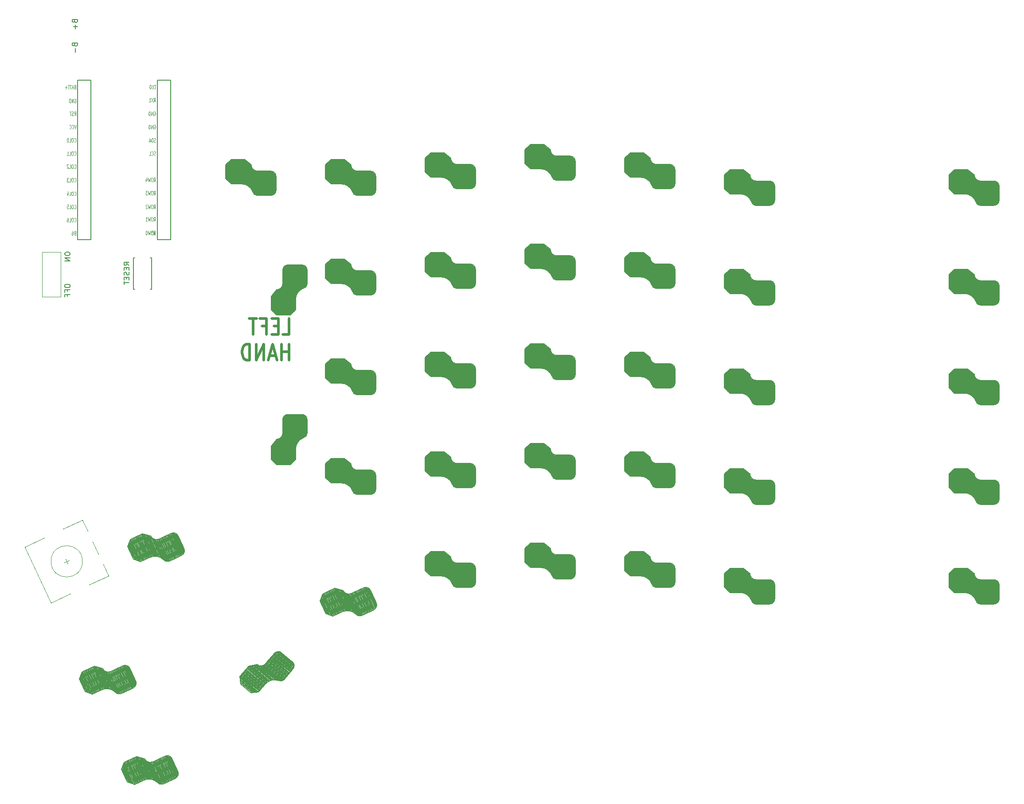
<source format=gbo>
%TF.GenerationSoftware,KiCad,Pcbnew,8.0.3*%
%TF.CreationDate,2024-08-06T23:13:00+08:00*%
%TF.ProjectId,ErgoDOX,4572676f-444f-4582-9e6b-696361645f70,rev?*%
%TF.SameCoordinates,Original*%
%TF.FileFunction,Legend,Bot*%
%TF.FilePolarity,Positive*%
%FSLAX46Y46*%
G04 Gerber Fmt 4.6, Leading zero omitted, Abs format (unit mm)*
G04 Created by KiCad (PCBNEW 8.0.3) date 2024-08-06 23:13:00*
%MOMM*%
%LPD*%
G01*
G04 APERTURE LIST*
%ADD10C,0.508000*%
%ADD11C,0.125000*%
%ADD12C,0.150000*%
%ADD13C,0.120000*%
G04 APERTURE END LIST*
D10*
X75956504Y-99895092D02*
X77166028Y-99895092D01*
X77166028Y-99895092D02*
X77166028Y-96847092D01*
X75109838Y-98298521D02*
X74263171Y-98298521D01*
X73900314Y-99895092D02*
X75109838Y-99895092D01*
X75109838Y-99895092D02*
X75109838Y-96847092D01*
X75109838Y-96847092D02*
X73900314Y-96847092D01*
X71965076Y-98298521D02*
X72811743Y-98298521D01*
X72811743Y-99895092D02*
X72811743Y-96847092D01*
X72811743Y-96847092D02*
X71602219Y-96847092D01*
X70997457Y-96847092D02*
X69546028Y-96847092D01*
X70271742Y-99895092D02*
X70271742Y-96847092D01*
X77166028Y-104802201D02*
X77166028Y-101754201D01*
X77166028Y-103205630D02*
X75714599Y-103205630D01*
X75714599Y-104802201D02*
X75714599Y-101754201D01*
X74626028Y-103931344D02*
X73416504Y-103931344D01*
X74867933Y-104802201D02*
X74021266Y-101754201D01*
X74021266Y-101754201D02*
X73174599Y-104802201D01*
X72327933Y-104802201D02*
X72327933Y-101754201D01*
X72327933Y-101754201D02*
X70876504Y-104802201D01*
X70876504Y-104802201D02*
X70876504Y-101754201D01*
X69666981Y-104802201D02*
X69666981Y-101754201D01*
X69666981Y-101754201D02*
X69062219Y-101754201D01*
X69062219Y-101754201D02*
X68699362Y-101899344D01*
X68699362Y-101899344D02*
X68457457Y-102189630D01*
X68457457Y-102189630D02*
X68336504Y-102479916D01*
X68336504Y-102479916D02*
X68215552Y-103060487D01*
X68215552Y-103060487D02*
X68215552Y-103495916D01*
X68215552Y-103495916D02*
X68336504Y-104076487D01*
X68336504Y-104076487D02*
X68457457Y-104366773D01*
X68457457Y-104366773D02*
X68699362Y-104657059D01*
X68699362Y-104657059D02*
X69062219Y-104802201D01*
X69062219Y-104802201D02*
X69666981Y-104802201D01*
D11*
X51349502Y-75865464D02*
X51516168Y-75508321D01*
X51635216Y-75865464D02*
X51635216Y-75115464D01*
X51635216Y-75115464D02*
X51444740Y-75115464D01*
X51444740Y-75115464D02*
X51397121Y-75151178D01*
X51397121Y-75151178D02*
X51373311Y-75186892D01*
X51373311Y-75186892D02*
X51349502Y-75258321D01*
X51349502Y-75258321D02*
X51349502Y-75365464D01*
X51349502Y-75365464D02*
X51373311Y-75436892D01*
X51373311Y-75436892D02*
X51397121Y-75472607D01*
X51397121Y-75472607D02*
X51444740Y-75508321D01*
X51444740Y-75508321D02*
X51635216Y-75508321D01*
X51039978Y-75115464D02*
X50944740Y-75115464D01*
X50944740Y-75115464D02*
X50897121Y-75151178D01*
X50897121Y-75151178D02*
X50849502Y-75222607D01*
X50849502Y-75222607D02*
X50825692Y-75365464D01*
X50825692Y-75365464D02*
X50825692Y-75615464D01*
X50825692Y-75615464D02*
X50849502Y-75758321D01*
X50849502Y-75758321D02*
X50897121Y-75829750D01*
X50897121Y-75829750D02*
X50944740Y-75865464D01*
X50944740Y-75865464D02*
X51039978Y-75865464D01*
X51039978Y-75865464D02*
X51087597Y-75829750D01*
X51087597Y-75829750D02*
X51135216Y-75758321D01*
X51135216Y-75758321D02*
X51159025Y-75615464D01*
X51159025Y-75615464D02*
X51159025Y-75365464D01*
X51159025Y-75365464D02*
X51135216Y-75222607D01*
X51135216Y-75222607D02*
X51087597Y-75151178D01*
X51087597Y-75151178D02*
X51039978Y-75115464D01*
X50659025Y-75115464D02*
X50539977Y-75865464D01*
X50539977Y-75865464D02*
X50444739Y-75329750D01*
X50444739Y-75329750D02*
X50349501Y-75865464D01*
X50349501Y-75865464D02*
X50230454Y-75115464D01*
X50063786Y-75186892D02*
X50039977Y-75151178D01*
X50039977Y-75151178D02*
X49992358Y-75115464D01*
X49992358Y-75115464D02*
X49873310Y-75115464D01*
X49873310Y-75115464D02*
X49825691Y-75151178D01*
X49825691Y-75151178D02*
X49801882Y-75186892D01*
X49801882Y-75186892D02*
X49778072Y-75258321D01*
X49778072Y-75258321D02*
X49778072Y-75329750D01*
X49778072Y-75329750D02*
X49801882Y-75436892D01*
X49801882Y-75436892D02*
X50087596Y-75865464D01*
X50087596Y-75865464D02*
X49778072Y-75865464D01*
X51373311Y-59876678D02*
X51420930Y-59840964D01*
X51420930Y-59840964D02*
X51492359Y-59840964D01*
X51492359Y-59840964D02*
X51563787Y-59876678D01*
X51563787Y-59876678D02*
X51611406Y-59948107D01*
X51611406Y-59948107D02*
X51635216Y-60019535D01*
X51635216Y-60019535D02*
X51659025Y-60162392D01*
X51659025Y-60162392D02*
X51659025Y-60269535D01*
X51659025Y-60269535D02*
X51635216Y-60412392D01*
X51635216Y-60412392D02*
X51611406Y-60483821D01*
X51611406Y-60483821D02*
X51563787Y-60555250D01*
X51563787Y-60555250D02*
X51492359Y-60590964D01*
X51492359Y-60590964D02*
X51444740Y-60590964D01*
X51444740Y-60590964D02*
X51373311Y-60555250D01*
X51373311Y-60555250D02*
X51349502Y-60519535D01*
X51349502Y-60519535D02*
X51349502Y-60269535D01*
X51349502Y-60269535D02*
X51444740Y-60269535D01*
X51135216Y-60590964D02*
X51135216Y-59840964D01*
X51135216Y-59840964D02*
X50849502Y-60590964D01*
X50849502Y-60590964D02*
X50849502Y-59840964D01*
X50611406Y-60590964D02*
X50611406Y-59840964D01*
X50611406Y-59840964D02*
X50492358Y-59840964D01*
X50492358Y-59840964D02*
X50420930Y-59876678D01*
X50420930Y-59876678D02*
X50373311Y-59948107D01*
X50373311Y-59948107D02*
X50349501Y-60019535D01*
X50349501Y-60019535D02*
X50325692Y-60162392D01*
X50325692Y-60162392D02*
X50325692Y-60269535D01*
X50325692Y-60269535D02*
X50349501Y-60412392D01*
X50349501Y-60412392D02*
X50373311Y-60483821D01*
X50373311Y-60483821D02*
X50420930Y-60555250D01*
X50420930Y-60555250D02*
X50492358Y-60590964D01*
X50492358Y-60590964D02*
X50611406Y-60590964D01*
X36149502Y-70679535D02*
X36173311Y-70715250D01*
X36173311Y-70715250D02*
X36244740Y-70750964D01*
X36244740Y-70750964D02*
X36292359Y-70750964D01*
X36292359Y-70750964D02*
X36363787Y-70715250D01*
X36363787Y-70715250D02*
X36411406Y-70643821D01*
X36411406Y-70643821D02*
X36435216Y-70572392D01*
X36435216Y-70572392D02*
X36459025Y-70429535D01*
X36459025Y-70429535D02*
X36459025Y-70322392D01*
X36459025Y-70322392D02*
X36435216Y-70179535D01*
X36435216Y-70179535D02*
X36411406Y-70108107D01*
X36411406Y-70108107D02*
X36363787Y-70036678D01*
X36363787Y-70036678D02*
X36292359Y-70000964D01*
X36292359Y-70000964D02*
X36244740Y-70000964D01*
X36244740Y-70000964D02*
X36173311Y-70036678D01*
X36173311Y-70036678D02*
X36149502Y-70072392D01*
X35839978Y-70000964D02*
X35744740Y-70000964D01*
X35744740Y-70000964D02*
X35697121Y-70036678D01*
X35697121Y-70036678D02*
X35649502Y-70108107D01*
X35649502Y-70108107D02*
X35625692Y-70250964D01*
X35625692Y-70250964D02*
X35625692Y-70500964D01*
X35625692Y-70500964D02*
X35649502Y-70643821D01*
X35649502Y-70643821D02*
X35697121Y-70715250D01*
X35697121Y-70715250D02*
X35744740Y-70750964D01*
X35744740Y-70750964D02*
X35839978Y-70750964D01*
X35839978Y-70750964D02*
X35887597Y-70715250D01*
X35887597Y-70715250D02*
X35935216Y-70643821D01*
X35935216Y-70643821D02*
X35959025Y-70500964D01*
X35959025Y-70500964D02*
X35959025Y-70250964D01*
X35959025Y-70250964D02*
X35935216Y-70108107D01*
X35935216Y-70108107D02*
X35887597Y-70036678D01*
X35887597Y-70036678D02*
X35839978Y-70000964D01*
X35173311Y-70750964D02*
X35411406Y-70750964D01*
X35411406Y-70750964D02*
X35411406Y-70000964D01*
X35054263Y-70000964D02*
X34744739Y-70000964D01*
X34744739Y-70000964D02*
X34911406Y-70286678D01*
X34911406Y-70286678D02*
X34839977Y-70286678D01*
X34839977Y-70286678D02*
X34792358Y-70322392D01*
X34792358Y-70322392D02*
X34768549Y-70358107D01*
X34768549Y-70358107D02*
X34744739Y-70429535D01*
X34744739Y-70429535D02*
X34744739Y-70608107D01*
X34744739Y-70608107D02*
X34768549Y-70679535D01*
X34768549Y-70679535D02*
X34792358Y-70715250D01*
X34792358Y-70715250D02*
X34839977Y-70750964D01*
X34839977Y-70750964D02*
X34982834Y-70750964D01*
X34982834Y-70750964D02*
X35030453Y-70715250D01*
X35030453Y-70715250D02*
X35054263Y-70679535D01*
X51349502Y-73227464D02*
X51516168Y-72870321D01*
X51635216Y-73227464D02*
X51635216Y-72477464D01*
X51635216Y-72477464D02*
X51444740Y-72477464D01*
X51444740Y-72477464D02*
X51397121Y-72513178D01*
X51397121Y-72513178D02*
X51373311Y-72548892D01*
X51373311Y-72548892D02*
X51349502Y-72620321D01*
X51349502Y-72620321D02*
X51349502Y-72727464D01*
X51349502Y-72727464D02*
X51373311Y-72798892D01*
X51373311Y-72798892D02*
X51397121Y-72834607D01*
X51397121Y-72834607D02*
X51444740Y-72870321D01*
X51444740Y-72870321D02*
X51635216Y-72870321D01*
X51039978Y-72477464D02*
X50944740Y-72477464D01*
X50944740Y-72477464D02*
X50897121Y-72513178D01*
X50897121Y-72513178D02*
X50849502Y-72584607D01*
X50849502Y-72584607D02*
X50825692Y-72727464D01*
X50825692Y-72727464D02*
X50825692Y-72977464D01*
X50825692Y-72977464D02*
X50849502Y-73120321D01*
X50849502Y-73120321D02*
X50897121Y-73191750D01*
X50897121Y-73191750D02*
X50944740Y-73227464D01*
X50944740Y-73227464D02*
X51039978Y-73227464D01*
X51039978Y-73227464D02*
X51087597Y-73191750D01*
X51087597Y-73191750D02*
X51135216Y-73120321D01*
X51135216Y-73120321D02*
X51159025Y-72977464D01*
X51159025Y-72977464D02*
X51159025Y-72727464D01*
X51159025Y-72727464D02*
X51135216Y-72584607D01*
X51135216Y-72584607D02*
X51087597Y-72513178D01*
X51087597Y-72513178D02*
X51039978Y-72477464D01*
X50659025Y-72477464D02*
X50539977Y-73227464D01*
X50539977Y-73227464D02*
X50444739Y-72691750D01*
X50444739Y-72691750D02*
X50349501Y-73227464D01*
X50349501Y-73227464D02*
X50230454Y-72477464D01*
X50087596Y-72477464D02*
X49778072Y-72477464D01*
X49778072Y-72477464D02*
X49944739Y-72763178D01*
X49944739Y-72763178D02*
X49873310Y-72763178D01*
X49873310Y-72763178D02*
X49825691Y-72798892D01*
X49825691Y-72798892D02*
X49801882Y-72834607D01*
X49801882Y-72834607D02*
X49778072Y-72906035D01*
X49778072Y-72906035D02*
X49778072Y-73084607D01*
X49778072Y-73084607D02*
X49801882Y-73156035D01*
X49801882Y-73156035D02*
X49825691Y-73191750D01*
X49825691Y-73191750D02*
X49873310Y-73227464D01*
X49873310Y-73227464D02*
X50016167Y-73227464D01*
X50016167Y-73227464D02*
X50063786Y-73191750D01*
X50063786Y-73191750D02*
X50087596Y-73156035D01*
X36149502Y-63059535D02*
X36173311Y-63095250D01*
X36173311Y-63095250D02*
X36244740Y-63130964D01*
X36244740Y-63130964D02*
X36292359Y-63130964D01*
X36292359Y-63130964D02*
X36363787Y-63095250D01*
X36363787Y-63095250D02*
X36411406Y-63023821D01*
X36411406Y-63023821D02*
X36435216Y-62952392D01*
X36435216Y-62952392D02*
X36459025Y-62809535D01*
X36459025Y-62809535D02*
X36459025Y-62702392D01*
X36459025Y-62702392D02*
X36435216Y-62559535D01*
X36435216Y-62559535D02*
X36411406Y-62488107D01*
X36411406Y-62488107D02*
X36363787Y-62416678D01*
X36363787Y-62416678D02*
X36292359Y-62380964D01*
X36292359Y-62380964D02*
X36244740Y-62380964D01*
X36244740Y-62380964D02*
X36173311Y-62416678D01*
X36173311Y-62416678D02*
X36149502Y-62452392D01*
X35839978Y-62380964D02*
X35744740Y-62380964D01*
X35744740Y-62380964D02*
X35697121Y-62416678D01*
X35697121Y-62416678D02*
X35649502Y-62488107D01*
X35649502Y-62488107D02*
X35625692Y-62630964D01*
X35625692Y-62630964D02*
X35625692Y-62880964D01*
X35625692Y-62880964D02*
X35649502Y-63023821D01*
X35649502Y-63023821D02*
X35697121Y-63095250D01*
X35697121Y-63095250D02*
X35744740Y-63130964D01*
X35744740Y-63130964D02*
X35839978Y-63130964D01*
X35839978Y-63130964D02*
X35887597Y-63095250D01*
X35887597Y-63095250D02*
X35935216Y-63023821D01*
X35935216Y-63023821D02*
X35959025Y-62880964D01*
X35959025Y-62880964D02*
X35959025Y-62630964D01*
X35959025Y-62630964D02*
X35935216Y-62488107D01*
X35935216Y-62488107D02*
X35887597Y-62416678D01*
X35887597Y-62416678D02*
X35839978Y-62380964D01*
X35173311Y-63130964D02*
X35411406Y-63130964D01*
X35411406Y-63130964D02*
X35411406Y-62380964D01*
X34911406Y-62380964D02*
X34863787Y-62380964D01*
X34863787Y-62380964D02*
X34816168Y-62416678D01*
X34816168Y-62416678D02*
X34792358Y-62452392D01*
X34792358Y-62452392D02*
X34768549Y-62523821D01*
X34768549Y-62523821D02*
X34744739Y-62666678D01*
X34744739Y-62666678D02*
X34744739Y-62845250D01*
X34744739Y-62845250D02*
X34768549Y-62988107D01*
X34768549Y-62988107D02*
X34792358Y-63059535D01*
X34792358Y-63059535D02*
X34816168Y-63095250D01*
X34816168Y-63095250D02*
X34863787Y-63130964D01*
X34863787Y-63130964D02*
X34911406Y-63130964D01*
X34911406Y-63130964D02*
X34959025Y-63095250D01*
X34959025Y-63095250D02*
X34982834Y-63059535D01*
X34982834Y-63059535D02*
X35006644Y-62988107D01*
X35006644Y-62988107D02*
X35030453Y-62845250D01*
X35030453Y-62845250D02*
X35030453Y-62666678D01*
X35030453Y-62666678D02*
X35006644Y-62523821D01*
X35006644Y-62523821D02*
X34982834Y-62452392D01*
X34982834Y-62452392D02*
X34959025Y-62416678D01*
X34959025Y-62416678D02*
X34911406Y-62380964D01*
X36268549Y-80518107D02*
X36197121Y-80553821D01*
X36197121Y-80553821D02*
X36173311Y-80589535D01*
X36173311Y-80589535D02*
X36149502Y-80660964D01*
X36149502Y-80660964D02*
X36149502Y-80768107D01*
X36149502Y-80768107D02*
X36173311Y-80839535D01*
X36173311Y-80839535D02*
X36197121Y-80875250D01*
X36197121Y-80875250D02*
X36244740Y-80910964D01*
X36244740Y-80910964D02*
X36435216Y-80910964D01*
X36435216Y-80910964D02*
X36435216Y-80160964D01*
X36435216Y-80160964D02*
X36268549Y-80160964D01*
X36268549Y-80160964D02*
X36220930Y-80196678D01*
X36220930Y-80196678D02*
X36197121Y-80232392D01*
X36197121Y-80232392D02*
X36173311Y-80303821D01*
X36173311Y-80303821D02*
X36173311Y-80375250D01*
X36173311Y-80375250D02*
X36197121Y-80446678D01*
X36197121Y-80446678D02*
X36220930Y-80482392D01*
X36220930Y-80482392D02*
X36268549Y-80518107D01*
X36268549Y-80518107D02*
X36435216Y-80518107D01*
X35720930Y-80160964D02*
X35816168Y-80160964D01*
X35816168Y-80160964D02*
X35863787Y-80196678D01*
X35863787Y-80196678D02*
X35887597Y-80232392D01*
X35887597Y-80232392D02*
X35935216Y-80339535D01*
X35935216Y-80339535D02*
X35959025Y-80482392D01*
X35959025Y-80482392D02*
X35959025Y-80768107D01*
X35959025Y-80768107D02*
X35935216Y-80839535D01*
X35935216Y-80839535D02*
X35911406Y-80875250D01*
X35911406Y-80875250D02*
X35863787Y-80910964D01*
X35863787Y-80910964D02*
X35768549Y-80910964D01*
X35768549Y-80910964D02*
X35720930Y-80875250D01*
X35720930Y-80875250D02*
X35697121Y-80839535D01*
X35697121Y-80839535D02*
X35673311Y-80768107D01*
X35673311Y-80768107D02*
X35673311Y-80589535D01*
X35673311Y-80589535D02*
X35697121Y-80518107D01*
X35697121Y-80518107D02*
X35720930Y-80482392D01*
X35720930Y-80482392D02*
X35768549Y-80446678D01*
X35768549Y-80446678D02*
X35863787Y-80446678D01*
X35863787Y-80446678D02*
X35911406Y-80482392D01*
X35911406Y-80482392D02*
X35935216Y-80518107D01*
X35935216Y-80518107D02*
X35959025Y-80589535D01*
X36173311Y-54901178D02*
X36220930Y-54865464D01*
X36220930Y-54865464D02*
X36292359Y-54865464D01*
X36292359Y-54865464D02*
X36363787Y-54901178D01*
X36363787Y-54901178D02*
X36411406Y-54972607D01*
X36411406Y-54972607D02*
X36435216Y-55044035D01*
X36435216Y-55044035D02*
X36459025Y-55186892D01*
X36459025Y-55186892D02*
X36459025Y-55294035D01*
X36459025Y-55294035D02*
X36435216Y-55436892D01*
X36435216Y-55436892D02*
X36411406Y-55508321D01*
X36411406Y-55508321D02*
X36363787Y-55579750D01*
X36363787Y-55579750D02*
X36292359Y-55615464D01*
X36292359Y-55615464D02*
X36244740Y-55615464D01*
X36244740Y-55615464D02*
X36173311Y-55579750D01*
X36173311Y-55579750D02*
X36149502Y-55544035D01*
X36149502Y-55544035D02*
X36149502Y-55294035D01*
X36149502Y-55294035D02*
X36244740Y-55294035D01*
X35935216Y-55615464D02*
X35935216Y-54865464D01*
X35935216Y-54865464D02*
X35649502Y-55615464D01*
X35649502Y-55615464D02*
X35649502Y-54865464D01*
X35411406Y-55615464D02*
X35411406Y-54865464D01*
X35411406Y-54865464D02*
X35292358Y-54865464D01*
X35292358Y-54865464D02*
X35220930Y-54901178D01*
X35220930Y-54901178D02*
X35173311Y-54972607D01*
X35173311Y-54972607D02*
X35149501Y-55044035D01*
X35149501Y-55044035D02*
X35125692Y-55186892D01*
X35125692Y-55186892D02*
X35125692Y-55294035D01*
X35125692Y-55294035D02*
X35149501Y-55436892D01*
X35149501Y-55436892D02*
X35173311Y-55508321D01*
X35173311Y-55508321D02*
X35220930Y-55579750D01*
X35220930Y-55579750D02*
X35292358Y-55615464D01*
X35292358Y-55615464D02*
X35411406Y-55615464D01*
X36149502Y-68076035D02*
X36173311Y-68111750D01*
X36173311Y-68111750D02*
X36244740Y-68147464D01*
X36244740Y-68147464D02*
X36292359Y-68147464D01*
X36292359Y-68147464D02*
X36363787Y-68111750D01*
X36363787Y-68111750D02*
X36411406Y-68040321D01*
X36411406Y-68040321D02*
X36435216Y-67968892D01*
X36435216Y-67968892D02*
X36459025Y-67826035D01*
X36459025Y-67826035D02*
X36459025Y-67718892D01*
X36459025Y-67718892D02*
X36435216Y-67576035D01*
X36435216Y-67576035D02*
X36411406Y-67504607D01*
X36411406Y-67504607D02*
X36363787Y-67433178D01*
X36363787Y-67433178D02*
X36292359Y-67397464D01*
X36292359Y-67397464D02*
X36244740Y-67397464D01*
X36244740Y-67397464D02*
X36173311Y-67433178D01*
X36173311Y-67433178D02*
X36149502Y-67468892D01*
X35839978Y-67397464D02*
X35744740Y-67397464D01*
X35744740Y-67397464D02*
X35697121Y-67433178D01*
X35697121Y-67433178D02*
X35649502Y-67504607D01*
X35649502Y-67504607D02*
X35625692Y-67647464D01*
X35625692Y-67647464D02*
X35625692Y-67897464D01*
X35625692Y-67897464D02*
X35649502Y-68040321D01*
X35649502Y-68040321D02*
X35697121Y-68111750D01*
X35697121Y-68111750D02*
X35744740Y-68147464D01*
X35744740Y-68147464D02*
X35839978Y-68147464D01*
X35839978Y-68147464D02*
X35887597Y-68111750D01*
X35887597Y-68111750D02*
X35935216Y-68040321D01*
X35935216Y-68040321D02*
X35959025Y-67897464D01*
X35959025Y-67897464D02*
X35959025Y-67647464D01*
X35959025Y-67647464D02*
X35935216Y-67504607D01*
X35935216Y-67504607D02*
X35887597Y-67433178D01*
X35887597Y-67433178D02*
X35839978Y-67397464D01*
X35173311Y-68147464D02*
X35411406Y-68147464D01*
X35411406Y-68147464D02*
X35411406Y-67397464D01*
X35030453Y-67468892D02*
X35006644Y-67433178D01*
X35006644Y-67433178D02*
X34959025Y-67397464D01*
X34959025Y-67397464D02*
X34839977Y-67397464D01*
X34839977Y-67397464D02*
X34792358Y-67433178D01*
X34792358Y-67433178D02*
X34768549Y-67468892D01*
X34768549Y-67468892D02*
X34744739Y-67540321D01*
X34744739Y-67540321D02*
X34744739Y-67611750D01*
X34744739Y-67611750D02*
X34768549Y-67718892D01*
X34768549Y-67718892D02*
X35054263Y-68147464D01*
X35054263Y-68147464D02*
X34744739Y-68147464D01*
X51349502Y-80847464D02*
X51516168Y-80490321D01*
X51635216Y-80847464D02*
X51635216Y-80097464D01*
X51635216Y-80097464D02*
X51444740Y-80097464D01*
X51444740Y-80097464D02*
X51397121Y-80133178D01*
X51397121Y-80133178D02*
X51373311Y-80168892D01*
X51373311Y-80168892D02*
X51349502Y-80240321D01*
X51349502Y-80240321D02*
X51349502Y-80347464D01*
X51349502Y-80347464D02*
X51373311Y-80418892D01*
X51373311Y-80418892D02*
X51397121Y-80454607D01*
X51397121Y-80454607D02*
X51444740Y-80490321D01*
X51444740Y-80490321D02*
X51635216Y-80490321D01*
X51039978Y-80097464D02*
X50944740Y-80097464D01*
X50944740Y-80097464D02*
X50897121Y-80133178D01*
X50897121Y-80133178D02*
X50849502Y-80204607D01*
X50849502Y-80204607D02*
X50825692Y-80347464D01*
X50825692Y-80347464D02*
X50825692Y-80597464D01*
X50825692Y-80597464D02*
X50849502Y-80740321D01*
X50849502Y-80740321D02*
X50897121Y-80811750D01*
X50897121Y-80811750D02*
X50944740Y-80847464D01*
X50944740Y-80847464D02*
X51039978Y-80847464D01*
X51039978Y-80847464D02*
X51087597Y-80811750D01*
X51087597Y-80811750D02*
X51135216Y-80740321D01*
X51135216Y-80740321D02*
X51159025Y-80597464D01*
X51159025Y-80597464D02*
X51159025Y-80347464D01*
X51159025Y-80347464D02*
X51135216Y-80204607D01*
X51135216Y-80204607D02*
X51087597Y-80133178D01*
X51087597Y-80133178D02*
X51039978Y-80097464D01*
X50659025Y-80097464D02*
X50539977Y-80847464D01*
X50539977Y-80847464D02*
X50444739Y-80311750D01*
X50444739Y-80311750D02*
X50349501Y-80847464D01*
X50349501Y-80847464D02*
X50230454Y-80097464D01*
X49944739Y-80097464D02*
X49897120Y-80097464D01*
X49897120Y-80097464D02*
X49849501Y-80133178D01*
X49849501Y-80133178D02*
X49825691Y-80168892D01*
X49825691Y-80168892D02*
X49801882Y-80240321D01*
X49801882Y-80240321D02*
X49778072Y-80383178D01*
X49778072Y-80383178D02*
X49778072Y-80561750D01*
X49778072Y-80561750D02*
X49801882Y-80704607D01*
X49801882Y-80704607D02*
X49825691Y-80776035D01*
X49825691Y-80776035D02*
X49849501Y-80811750D01*
X49849501Y-80811750D02*
X49897120Y-80847464D01*
X49897120Y-80847464D02*
X49944739Y-80847464D01*
X49944739Y-80847464D02*
X49992358Y-80811750D01*
X49992358Y-80811750D02*
X50016167Y-80776035D01*
X50016167Y-80776035D02*
X50039977Y-80704607D01*
X50039977Y-80704607D02*
X50063786Y-80561750D01*
X50063786Y-80561750D02*
X50063786Y-80383178D01*
X50063786Y-80383178D02*
X50039977Y-80240321D01*
X50039977Y-80240321D02*
X50016167Y-80168892D01*
X50016167Y-80168892D02*
X49992358Y-80133178D01*
X49992358Y-80133178D02*
X49944739Y-80097464D01*
X36149502Y-75794035D02*
X36173311Y-75829750D01*
X36173311Y-75829750D02*
X36244740Y-75865464D01*
X36244740Y-75865464D02*
X36292359Y-75865464D01*
X36292359Y-75865464D02*
X36363787Y-75829750D01*
X36363787Y-75829750D02*
X36411406Y-75758321D01*
X36411406Y-75758321D02*
X36435216Y-75686892D01*
X36435216Y-75686892D02*
X36459025Y-75544035D01*
X36459025Y-75544035D02*
X36459025Y-75436892D01*
X36459025Y-75436892D02*
X36435216Y-75294035D01*
X36435216Y-75294035D02*
X36411406Y-75222607D01*
X36411406Y-75222607D02*
X36363787Y-75151178D01*
X36363787Y-75151178D02*
X36292359Y-75115464D01*
X36292359Y-75115464D02*
X36244740Y-75115464D01*
X36244740Y-75115464D02*
X36173311Y-75151178D01*
X36173311Y-75151178D02*
X36149502Y-75186892D01*
X35839978Y-75115464D02*
X35744740Y-75115464D01*
X35744740Y-75115464D02*
X35697121Y-75151178D01*
X35697121Y-75151178D02*
X35649502Y-75222607D01*
X35649502Y-75222607D02*
X35625692Y-75365464D01*
X35625692Y-75365464D02*
X35625692Y-75615464D01*
X35625692Y-75615464D02*
X35649502Y-75758321D01*
X35649502Y-75758321D02*
X35697121Y-75829750D01*
X35697121Y-75829750D02*
X35744740Y-75865464D01*
X35744740Y-75865464D02*
X35839978Y-75865464D01*
X35839978Y-75865464D02*
X35887597Y-75829750D01*
X35887597Y-75829750D02*
X35935216Y-75758321D01*
X35935216Y-75758321D02*
X35959025Y-75615464D01*
X35959025Y-75615464D02*
X35959025Y-75365464D01*
X35959025Y-75365464D02*
X35935216Y-75222607D01*
X35935216Y-75222607D02*
X35887597Y-75151178D01*
X35887597Y-75151178D02*
X35839978Y-75115464D01*
X35173311Y-75865464D02*
X35411406Y-75865464D01*
X35411406Y-75865464D02*
X35411406Y-75115464D01*
X34768549Y-75115464D02*
X35006644Y-75115464D01*
X35006644Y-75115464D02*
X35030453Y-75472607D01*
X35030453Y-75472607D02*
X35006644Y-75436892D01*
X35006644Y-75436892D02*
X34959025Y-75401178D01*
X34959025Y-75401178D02*
X34839977Y-75401178D01*
X34839977Y-75401178D02*
X34792358Y-75436892D01*
X34792358Y-75436892D02*
X34768549Y-75472607D01*
X34768549Y-75472607D02*
X34744739Y-75544035D01*
X34744739Y-75544035D02*
X34744739Y-75722607D01*
X34744739Y-75722607D02*
X34768549Y-75794035D01*
X34768549Y-75794035D02*
X34792358Y-75829750D01*
X34792358Y-75829750D02*
X34839977Y-75865464D01*
X34839977Y-75865464D02*
X34959025Y-75865464D01*
X34959025Y-75865464D02*
X35006644Y-75829750D01*
X35006644Y-75829750D02*
X35030453Y-75794035D01*
X36506644Y-59840964D02*
X36339978Y-60590964D01*
X36339978Y-60590964D02*
X36173311Y-59840964D01*
X35720931Y-60519535D02*
X35744740Y-60555250D01*
X35744740Y-60555250D02*
X35816169Y-60590964D01*
X35816169Y-60590964D02*
X35863788Y-60590964D01*
X35863788Y-60590964D02*
X35935216Y-60555250D01*
X35935216Y-60555250D02*
X35982835Y-60483821D01*
X35982835Y-60483821D02*
X36006645Y-60412392D01*
X36006645Y-60412392D02*
X36030454Y-60269535D01*
X36030454Y-60269535D02*
X36030454Y-60162392D01*
X36030454Y-60162392D02*
X36006645Y-60019535D01*
X36006645Y-60019535D02*
X35982835Y-59948107D01*
X35982835Y-59948107D02*
X35935216Y-59876678D01*
X35935216Y-59876678D02*
X35863788Y-59840964D01*
X35863788Y-59840964D02*
X35816169Y-59840964D01*
X35816169Y-59840964D02*
X35744740Y-59876678D01*
X35744740Y-59876678D02*
X35720931Y-59912392D01*
X35220931Y-60519535D02*
X35244740Y-60555250D01*
X35244740Y-60555250D02*
X35316169Y-60590964D01*
X35316169Y-60590964D02*
X35363788Y-60590964D01*
X35363788Y-60590964D02*
X35435216Y-60555250D01*
X35435216Y-60555250D02*
X35482835Y-60483821D01*
X35482835Y-60483821D02*
X35506645Y-60412392D01*
X35506645Y-60412392D02*
X35530454Y-60269535D01*
X35530454Y-60269535D02*
X35530454Y-60162392D01*
X35530454Y-60162392D02*
X35506645Y-60019535D01*
X35506645Y-60019535D02*
X35482835Y-59948107D01*
X35482835Y-59948107D02*
X35435216Y-59876678D01*
X35435216Y-59876678D02*
X35363788Y-59840964D01*
X35363788Y-59840964D02*
X35316169Y-59840964D01*
X35316169Y-59840964D02*
X35244740Y-59876678D01*
X35244740Y-59876678D02*
X35220931Y-59912392D01*
X36268549Y-52578107D02*
X36197121Y-52613821D01*
X36197121Y-52613821D02*
X36173311Y-52649535D01*
X36173311Y-52649535D02*
X36149502Y-52720964D01*
X36149502Y-52720964D02*
X36149502Y-52828107D01*
X36149502Y-52828107D02*
X36173311Y-52899535D01*
X36173311Y-52899535D02*
X36197121Y-52935250D01*
X36197121Y-52935250D02*
X36244740Y-52970964D01*
X36244740Y-52970964D02*
X36435216Y-52970964D01*
X36435216Y-52970964D02*
X36435216Y-52220964D01*
X36435216Y-52220964D02*
X36268549Y-52220964D01*
X36268549Y-52220964D02*
X36220930Y-52256678D01*
X36220930Y-52256678D02*
X36197121Y-52292392D01*
X36197121Y-52292392D02*
X36173311Y-52363821D01*
X36173311Y-52363821D02*
X36173311Y-52435250D01*
X36173311Y-52435250D02*
X36197121Y-52506678D01*
X36197121Y-52506678D02*
X36220930Y-52542392D01*
X36220930Y-52542392D02*
X36268549Y-52578107D01*
X36268549Y-52578107D02*
X36435216Y-52578107D01*
X35959025Y-52756678D02*
X35720930Y-52756678D01*
X36006644Y-52970964D02*
X35839978Y-52220964D01*
X35839978Y-52220964D02*
X35673311Y-52970964D01*
X35578073Y-52220964D02*
X35292359Y-52220964D01*
X35435216Y-52970964D02*
X35435216Y-52220964D01*
X35197121Y-52220964D02*
X34911407Y-52220964D01*
X35054264Y-52970964D02*
X35054264Y-52220964D01*
X34744741Y-52685250D02*
X34363789Y-52685250D01*
X34554265Y-52970964D02*
X34554265Y-52399535D01*
X51349502Y-55447464D02*
X51516168Y-55090321D01*
X51635216Y-55447464D02*
X51635216Y-54697464D01*
X51635216Y-54697464D02*
X51444740Y-54697464D01*
X51444740Y-54697464D02*
X51397121Y-54733178D01*
X51397121Y-54733178D02*
X51373311Y-54768892D01*
X51373311Y-54768892D02*
X51349502Y-54840321D01*
X51349502Y-54840321D02*
X51349502Y-54947464D01*
X51349502Y-54947464D02*
X51373311Y-55018892D01*
X51373311Y-55018892D02*
X51397121Y-55054607D01*
X51397121Y-55054607D02*
X51444740Y-55090321D01*
X51444740Y-55090321D02*
X51635216Y-55090321D01*
X51182835Y-54697464D02*
X50849502Y-55447464D01*
X50849502Y-54697464D02*
X51182835Y-55447464D01*
X50397121Y-55447464D02*
X50682835Y-55447464D01*
X50539978Y-55447464D02*
X50539978Y-54697464D01*
X50539978Y-54697464D02*
X50587597Y-54804607D01*
X50587597Y-54804607D02*
X50635216Y-54876035D01*
X50635216Y-54876035D02*
X50682835Y-54911750D01*
X51659025Y-65635250D02*
X51587597Y-65670964D01*
X51587597Y-65670964D02*
X51468549Y-65670964D01*
X51468549Y-65670964D02*
X51420930Y-65635250D01*
X51420930Y-65635250D02*
X51397121Y-65599535D01*
X51397121Y-65599535D02*
X51373311Y-65528107D01*
X51373311Y-65528107D02*
X51373311Y-65456678D01*
X51373311Y-65456678D02*
X51397121Y-65385250D01*
X51397121Y-65385250D02*
X51420930Y-65349535D01*
X51420930Y-65349535D02*
X51468549Y-65313821D01*
X51468549Y-65313821D02*
X51563787Y-65278107D01*
X51563787Y-65278107D02*
X51611406Y-65242392D01*
X51611406Y-65242392D02*
X51635216Y-65206678D01*
X51635216Y-65206678D02*
X51659025Y-65135250D01*
X51659025Y-65135250D02*
X51659025Y-65063821D01*
X51659025Y-65063821D02*
X51635216Y-64992392D01*
X51635216Y-64992392D02*
X51611406Y-64956678D01*
X51611406Y-64956678D02*
X51563787Y-64920964D01*
X51563787Y-64920964D02*
X51444740Y-64920964D01*
X51444740Y-64920964D02*
X51373311Y-64956678D01*
X50873312Y-65599535D02*
X50897121Y-65635250D01*
X50897121Y-65635250D02*
X50968550Y-65670964D01*
X50968550Y-65670964D02*
X51016169Y-65670964D01*
X51016169Y-65670964D02*
X51087597Y-65635250D01*
X51087597Y-65635250D02*
X51135216Y-65563821D01*
X51135216Y-65563821D02*
X51159026Y-65492392D01*
X51159026Y-65492392D02*
X51182835Y-65349535D01*
X51182835Y-65349535D02*
X51182835Y-65242392D01*
X51182835Y-65242392D02*
X51159026Y-65099535D01*
X51159026Y-65099535D02*
X51135216Y-65028107D01*
X51135216Y-65028107D02*
X51087597Y-64956678D01*
X51087597Y-64956678D02*
X51016169Y-64920964D01*
X51016169Y-64920964D02*
X50968550Y-64920964D01*
X50968550Y-64920964D02*
X50897121Y-64956678D01*
X50897121Y-64956678D02*
X50873312Y-64992392D01*
X50420931Y-65670964D02*
X50659026Y-65670964D01*
X50659026Y-65670964D02*
X50659026Y-64920964D01*
X36149502Y-78299535D02*
X36173311Y-78335250D01*
X36173311Y-78335250D02*
X36244740Y-78370964D01*
X36244740Y-78370964D02*
X36292359Y-78370964D01*
X36292359Y-78370964D02*
X36363787Y-78335250D01*
X36363787Y-78335250D02*
X36411406Y-78263821D01*
X36411406Y-78263821D02*
X36435216Y-78192392D01*
X36435216Y-78192392D02*
X36459025Y-78049535D01*
X36459025Y-78049535D02*
X36459025Y-77942392D01*
X36459025Y-77942392D02*
X36435216Y-77799535D01*
X36435216Y-77799535D02*
X36411406Y-77728107D01*
X36411406Y-77728107D02*
X36363787Y-77656678D01*
X36363787Y-77656678D02*
X36292359Y-77620964D01*
X36292359Y-77620964D02*
X36244740Y-77620964D01*
X36244740Y-77620964D02*
X36173311Y-77656678D01*
X36173311Y-77656678D02*
X36149502Y-77692392D01*
X35839978Y-77620964D02*
X35744740Y-77620964D01*
X35744740Y-77620964D02*
X35697121Y-77656678D01*
X35697121Y-77656678D02*
X35649502Y-77728107D01*
X35649502Y-77728107D02*
X35625692Y-77870964D01*
X35625692Y-77870964D02*
X35625692Y-78120964D01*
X35625692Y-78120964D02*
X35649502Y-78263821D01*
X35649502Y-78263821D02*
X35697121Y-78335250D01*
X35697121Y-78335250D02*
X35744740Y-78370964D01*
X35744740Y-78370964D02*
X35839978Y-78370964D01*
X35839978Y-78370964D02*
X35887597Y-78335250D01*
X35887597Y-78335250D02*
X35935216Y-78263821D01*
X35935216Y-78263821D02*
X35959025Y-78120964D01*
X35959025Y-78120964D02*
X35959025Y-77870964D01*
X35959025Y-77870964D02*
X35935216Y-77728107D01*
X35935216Y-77728107D02*
X35887597Y-77656678D01*
X35887597Y-77656678D02*
X35839978Y-77620964D01*
X35173311Y-78370964D02*
X35411406Y-78370964D01*
X35411406Y-78370964D02*
X35411406Y-77620964D01*
X34792358Y-77620964D02*
X34887596Y-77620964D01*
X34887596Y-77620964D02*
X34935215Y-77656678D01*
X34935215Y-77656678D02*
X34959025Y-77692392D01*
X34959025Y-77692392D02*
X35006644Y-77799535D01*
X35006644Y-77799535D02*
X35030453Y-77942392D01*
X35030453Y-77942392D02*
X35030453Y-78228107D01*
X35030453Y-78228107D02*
X35006644Y-78299535D01*
X35006644Y-78299535D02*
X34982834Y-78335250D01*
X34982834Y-78335250D02*
X34935215Y-78370964D01*
X34935215Y-78370964D02*
X34839977Y-78370964D01*
X34839977Y-78370964D02*
X34792358Y-78335250D01*
X34792358Y-78335250D02*
X34768549Y-78299535D01*
X34768549Y-78299535D02*
X34744739Y-78228107D01*
X34744739Y-78228107D02*
X34744739Y-78049535D01*
X34744739Y-78049535D02*
X34768549Y-77978107D01*
X34768549Y-77978107D02*
X34792358Y-77942392D01*
X34792358Y-77942392D02*
X34839977Y-77906678D01*
X34839977Y-77906678D02*
X34935215Y-77906678D01*
X34935215Y-77906678D02*
X34982834Y-77942392D01*
X34982834Y-77942392D02*
X35006644Y-77978107D01*
X35006644Y-77978107D02*
X35030453Y-78049535D01*
X51659025Y-63129750D02*
X51587597Y-63165464D01*
X51587597Y-63165464D02*
X51468549Y-63165464D01*
X51468549Y-63165464D02*
X51420930Y-63129750D01*
X51420930Y-63129750D02*
X51397121Y-63094035D01*
X51397121Y-63094035D02*
X51373311Y-63022607D01*
X51373311Y-63022607D02*
X51373311Y-62951178D01*
X51373311Y-62951178D02*
X51397121Y-62879750D01*
X51397121Y-62879750D02*
X51420930Y-62844035D01*
X51420930Y-62844035D02*
X51468549Y-62808321D01*
X51468549Y-62808321D02*
X51563787Y-62772607D01*
X51563787Y-62772607D02*
X51611406Y-62736892D01*
X51611406Y-62736892D02*
X51635216Y-62701178D01*
X51635216Y-62701178D02*
X51659025Y-62629750D01*
X51659025Y-62629750D02*
X51659025Y-62558321D01*
X51659025Y-62558321D02*
X51635216Y-62486892D01*
X51635216Y-62486892D02*
X51611406Y-62451178D01*
X51611406Y-62451178D02*
X51563787Y-62415464D01*
X51563787Y-62415464D02*
X51444740Y-62415464D01*
X51444740Y-62415464D02*
X51373311Y-62451178D01*
X51159026Y-63165464D02*
X51159026Y-62415464D01*
X51159026Y-62415464D02*
X51039978Y-62415464D01*
X51039978Y-62415464D02*
X50968550Y-62451178D01*
X50968550Y-62451178D02*
X50920931Y-62522607D01*
X50920931Y-62522607D02*
X50897121Y-62594035D01*
X50897121Y-62594035D02*
X50873312Y-62736892D01*
X50873312Y-62736892D02*
X50873312Y-62844035D01*
X50873312Y-62844035D02*
X50897121Y-62986892D01*
X50897121Y-62986892D02*
X50920931Y-63058321D01*
X50920931Y-63058321D02*
X50968550Y-63129750D01*
X50968550Y-63129750D02*
X51039978Y-63165464D01*
X51039978Y-63165464D02*
X51159026Y-63165464D01*
X50682835Y-62951178D02*
X50444740Y-62951178D01*
X50730454Y-63165464D02*
X50563788Y-62415464D01*
X50563788Y-62415464D02*
X50397121Y-63165464D01*
X36149502Y-65599535D02*
X36173311Y-65635250D01*
X36173311Y-65635250D02*
X36244740Y-65670964D01*
X36244740Y-65670964D02*
X36292359Y-65670964D01*
X36292359Y-65670964D02*
X36363787Y-65635250D01*
X36363787Y-65635250D02*
X36411406Y-65563821D01*
X36411406Y-65563821D02*
X36435216Y-65492392D01*
X36435216Y-65492392D02*
X36459025Y-65349535D01*
X36459025Y-65349535D02*
X36459025Y-65242392D01*
X36459025Y-65242392D02*
X36435216Y-65099535D01*
X36435216Y-65099535D02*
X36411406Y-65028107D01*
X36411406Y-65028107D02*
X36363787Y-64956678D01*
X36363787Y-64956678D02*
X36292359Y-64920964D01*
X36292359Y-64920964D02*
X36244740Y-64920964D01*
X36244740Y-64920964D02*
X36173311Y-64956678D01*
X36173311Y-64956678D02*
X36149502Y-64992392D01*
X35839978Y-64920964D02*
X35744740Y-64920964D01*
X35744740Y-64920964D02*
X35697121Y-64956678D01*
X35697121Y-64956678D02*
X35649502Y-65028107D01*
X35649502Y-65028107D02*
X35625692Y-65170964D01*
X35625692Y-65170964D02*
X35625692Y-65420964D01*
X35625692Y-65420964D02*
X35649502Y-65563821D01*
X35649502Y-65563821D02*
X35697121Y-65635250D01*
X35697121Y-65635250D02*
X35744740Y-65670964D01*
X35744740Y-65670964D02*
X35839978Y-65670964D01*
X35839978Y-65670964D02*
X35887597Y-65635250D01*
X35887597Y-65635250D02*
X35935216Y-65563821D01*
X35935216Y-65563821D02*
X35959025Y-65420964D01*
X35959025Y-65420964D02*
X35959025Y-65170964D01*
X35959025Y-65170964D02*
X35935216Y-65028107D01*
X35935216Y-65028107D02*
X35887597Y-64956678D01*
X35887597Y-64956678D02*
X35839978Y-64920964D01*
X35173311Y-65670964D02*
X35411406Y-65670964D01*
X35411406Y-65670964D02*
X35411406Y-64920964D01*
X34744739Y-65670964D02*
X35030453Y-65670964D01*
X34887596Y-65670964D02*
X34887596Y-64920964D01*
X34887596Y-64920964D02*
X34935215Y-65028107D01*
X34935215Y-65028107D02*
X34982834Y-65099535D01*
X34982834Y-65099535D02*
X35030453Y-65135250D01*
X51349502Y-78243964D02*
X51516168Y-77886821D01*
X51635216Y-78243964D02*
X51635216Y-77493964D01*
X51635216Y-77493964D02*
X51444740Y-77493964D01*
X51444740Y-77493964D02*
X51397121Y-77529678D01*
X51397121Y-77529678D02*
X51373311Y-77565392D01*
X51373311Y-77565392D02*
X51349502Y-77636821D01*
X51349502Y-77636821D02*
X51349502Y-77743964D01*
X51349502Y-77743964D02*
X51373311Y-77815392D01*
X51373311Y-77815392D02*
X51397121Y-77851107D01*
X51397121Y-77851107D02*
X51444740Y-77886821D01*
X51444740Y-77886821D02*
X51635216Y-77886821D01*
X51039978Y-77493964D02*
X50944740Y-77493964D01*
X50944740Y-77493964D02*
X50897121Y-77529678D01*
X50897121Y-77529678D02*
X50849502Y-77601107D01*
X50849502Y-77601107D02*
X50825692Y-77743964D01*
X50825692Y-77743964D02*
X50825692Y-77993964D01*
X50825692Y-77993964D02*
X50849502Y-78136821D01*
X50849502Y-78136821D02*
X50897121Y-78208250D01*
X50897121Y-78208250D02*
X50944740Y-78243964D01*
X50944740Y-78243964D02*
X51039978Y-78243964D01*
X51039978Y-78243964D02*
X51087597Y-78208250D01*
X51087597Y-78208250D02*
X51135216Y-78136821D01*
X51135216Y-78136821D02*
X51159025Y-77993964D01*
X51159025Y-77993964D02*
X51159025Y-77743964D01*
X51159025Y-77743964D02*
X51135216Y-77601107D01*
X51135216Y-77601107D02*
X51087597Y-77529678D01*
X51087597Y-77529678D02*
X51039978Y-77493964D01*
X50659025Y-77493964D02*
X50539977Y-78243964D01*
X50539977Y-78243964D02*
X50444739Y-77708250D01*
X50444739Y-77708250D02*
X50349501Y-78243964D01*
X50349501Y-78243964D02*
X50230454Y-77493964D01*
X49778072Y-78243964D02*
X50063786Y-78243964D01*
X49920929Y-78243964D02*
X49920929Y-77493964D01*
X49920929Y-77493964D02*
X49968548Y-77601107D01*
X49968548Y-77601107D02*
X50016167Y-77672535D01*
X50016167Y-77672535D02*
X50063786Y-77708250D01*
X51373311Y-57336678D02*
X51420930Y-57300964D01*
X51420930Y-57300964D02*
X51492359Y-57300964D01*
X51492359Y-57300964D02*
X51563787Y-57336678D01*
X51563787Y-57336678D02*
X51611406Y-57408107D01*
X51611406Y-57408107D02*
X51635216Y-57479535D01*
X51635216Y-57479535D02*
X51659025Y-57622392D01*
X51659025Y-57622392D02*
X51659025Y-57729535D01*
X51659025Y-57729535D02*
X51635216Y-57872392D01*
X51635216Y-57872392D02*
X51611406Y-57943821D01*
X51611406Y-57943821D02*
X51563787Y-58015250D01*
X51563787Y-58015250D02*
X51492359Y-58050964D01*
X51492359Y-58050964D02*
X51444740Y-58050964D01*
X51444740Y-58050964D02*
X51373311Y-58015250D01*
X51373311Y-58015250D02*
X51349502Y-57979535D01*
X51349502Y-57979535D02*
X51349502Y-57729535D01*
X51349502Y-57729535D02*
X51444740Y-57729535D01*
X51135216Y-58050964D02*
X51135216Y-57300964D01*
X51135216Y-57300964D02*
X50849502Y-58050964D01*
X50849502Y-58050964D02*
X50849502Y-57300964D01*
X50611406Y-58050964D02*
X50611406Y-57300964D01*
X50611406Y-57300964D02*
X50492358Y-57300964D01*
X50492358Y-57300964D02*
X50420930Y-57336678D01*
X50420930Y-57336678D02*
X50373311Y-57408107D01*
X50373311Y-57408107D02*
X50349501Y-57479535D01*
X50349501Y-57479535D02*
X50325692Y-57622392D01*
X50325692Y-57622392D02*
X50325692Y-57729535D01*
X50325692Y-57729535D02*
X50349501Y-57872392D01*
X50349501Y-57872392D02*
X50373311Y-57943821D01*
X50373311Y-57943821D02*
X50420930Y-58015250D01*
X50420930Y-58015250D02*
X50492358Y-58050964D01*
X50492358Y-58050964D02*
X50611406Y-58050964D01*
X51706644Y-52220964D02*
X51420930Y-52220964D01*
X51563787Y-52970964D02*
X51563787Y-52220964D01*
X51301883Y-52220964D02*
X50968550Y-52970964D01*
X50968550Y-52220964D02*
X51301883Y-52970964D01*
X50682836Y-52220964D02*
X50635217Y-52220964D01*
X50635217Y-52220964D02*
X50587598Y-52256678D01*
X50587598Y-52256678D02*
X50563788Y-52292392D01*
X50563788Y-52292392D02*
X50539979Y-52363821D01*
X50539979Y-52363821D02*
X50516169Y-52506678D01*
X50516169Y-52506678D02*
X50516169Y-52685250D01*
X50516169Y-52685250D02*
X50539979Y-52828107D01*
X50539979Y-52828107D02*
X50563788Y-52899535D01*
X50563788Y-52899535D02*
X50587598Y-52935250D01*
X50587598Y-52935250D02*
X50635217Y-52970964D01*
X50635217Y-52970964D02*
X50682836Y-52970964D01*
X50682836Y-52970964D02*
X50730455Y-52935250D01*
X50730455Y-52935250D02*
X50754264Y-52899535D01*
X50754264Y-52899535D02*
X50778074Y-52828107D01*
X50778074Y-52828107D02*
X50801883Y-52685250D01*
X50801883Y-52685250D02*
X50801883Y-52506678D01*
X50801883Y-52506678D02*
X50778074Y-52363821D01*
X50778074Y-52363821D02*
X50754264Y-52292392D01*
X50754264Y-52292392D02*
X50730455Y-52256678D01*
X50730455Y-52256678D02*
X50682836Y-52220964D01*
X36149502Y-58050964D02*
X36316168Y-57693821D01*
X36435216Y-58050964D02*
X36435216Y-57300964D01*
X36435216Y-57300964D02*
X36244740Y-57300964D01*
X36244740Y-57300964D02*
X36197121Y-57336678D01*
X36197121Y-57336678D02*
X36173311Y-57372392D01*
X36173311Y-57372392D02*
X36149502Y-57443821D01*
X36149502Y-57443821D02*
X36149502Y-57550964D01*
X36149502Y-57550964D02*
X36173311Y-57622392D01*
X36173311Y-57622392D02*
X36197121Y-57658107D01*
X36197121Y-57658107D02*
X36244740Y-57693821D01*
X36244740Y-57693821D02*
X36435216Y-57693821D01*
X35959025Y-58015250D02*
X35887597Y-58050964D01*
X35887597Y-58050964D02*
X35768549Y-58050964D01*
X35768549Y-58050964D02*
X35720930Y-58015250D01*
X35720930Y-58015250D02*
X35697121Y-57979535D01*
X35697121Y-57979535D02*
X35673311Y-57908107D01*
X35673311Y-57908107D02*
X35673311Y-57836678D01*
X35673311Y-57836678D02*
X35697121Y-57765250D01*
X35697121Y-57765250D02*
X35720930Y-57729535D01*
X35720930Y-57729535D02*
X35768549Y-57693821D01*
X35768549Y-57693821D02*
X35863787Y-57658107D01*
X35863787Y-57658107D02*
X35911406Y-57622392D01*
X35911406Y-57622392D02*
X35935216Y-57586678D01*
X35935216Y-57586678D02*
X35959025Y-57515250D01*
X35959025Y-57515250D02*
X35959025Y-57443821D01*
X35959025Y-57443821D02*
X35935216Y-57372392D01*
X35935216Y-57372392D02*
X35911406Y-57336678D01*
X35911406Y-57336678D02*
X35863787Y-57300964D01*
X35863787Y-57300964D02*
X35744740Y-57300964D01*
X35744740Y-57300964D02*
X35673311Y-57336678D01*
X35530454Y-57300964D02*
X35244740Y-57300964D01*
X35387597Y-58050964D02*
X35387597Y-57300964D01*
X51349502Y-70715464D02*
X51516168Y-70358321D01*
X51635216Y-70715464D02*
X51635216Y-69965464D01*
X51635216Y-69965464D02*
X51444740Y-69965464D01*
X51444740Y-69965464D02*
X51397121Y-70001178D01*
X51397121Y-70001178D02*
X51373311Y-70036892D01*
X51373311Y-70036892D02*
X51349502Y-70108321D01*
X51349502Y-70108321D02*
X51349502Y-70215464D01*
X51349502Y-70215464D02*
X51373311Y-70286892D01*
X51373311Y-70286892D02*
X51397121Y-70322607D01*
X51397121Y-70322607D02*
X51444740Y-70358321D01*
X51444740Y-70358321D02*
X51635216Y-70358321D01*
X51039978Y-69965464D02*
X50944740Y-69965464D01*
X50944740Y-69965464D02*
X50897121Y-70001178D01*
X50897121Y-70001178D02*
X50849502Y-70072607D01*
X50849502Y-70072607D02*
X50825692Y-70215464D01*
X50825692Y-70215464D02*
X50825692Y-70465464D01*
X50825692Y-70465464D02*
X50849502Y-70608321D01*
X50849502Y-70608321D02*
X50897121Y-70679750D01*
X50897121Y-70679750D02*
X50944740Y-70715464D01*
X50944740Y-70715464D02*
X51039978Y-70715464D01*
X51039978Y-70715464D02*
X51087597Y-70679750D01*
X51087597Y-70679750D02*
X51135216Y-70608321D01*
X51135216Y-70608321D02*
X51159025Y-70465464D01*
X51159025Y-70465464D02*
X51159025Y-70215464D01*
X51159025Y-70215464D02*
X51135216Y-70072607D01*
X51135216Y-70072607D02*
X51087597Y-70001178D01*
X51087597Y-70001178D02*
X51039978Y-69965464D01*
X50659025Y-69965464D02*
X50539977Y-70715464D01*
X50539977Y-70715464D02*
X50444739Y-70179750D01*
X50444739Y-70179750D02*
X50349501Y-70715464D01*
X50349501Y-70715464D02*
X50230454Y-69965464D01*
X49825691Y-70215464D02*
X49825691Y-70715464D01*
X49944739Y-69929750D02*
X50063786Y-70465464D01*
X50063786Y-70465464D02*
X49754263Y-70465464D01*
X36149502Y-73283035D02*
X36173311Y-73318750D01*
X36173311Y-73318750D02*
X36244740Y-73354464D01*
X36244740Y-73354464D02*
X36292359Y-73354464D01*
X36292359Y-73354464D02*
X36363787Y-73318750D01*
X36363787Y-73318750D02*
X36411406Y-73247321D01*
X36411406Y-73247321D02*
X36435216Y-73175892D01*
X36435216Y-73175892D02*
X36459025Y-73033035D01*
X36459025Y-73033035D02*
X36459025Y-72925892D01*
X36459025Y-72925892D02*
X36435216Y-72783035D01*
X36435216Y-72783035D02*
X36411406Y-72711607D01*
X36411406Y-72711607D02*
X36363787Y-72640178D01*
X36363787Y-72640178D02*
X36292359Y-72604464D01*
X36292359Y-72604464D02*
X36244740Y-72604464D01*
X36244740Y-72604464D02*
X36173311Y-72640178D01*
X36173311Y-72640178D02*
X36149502Y-72675892D01*
X35839978Y-72604464D02*
X35744740Y-72604464D01*
X35744740Y-72604464D02*
X35697121Y-72640178D01*
X35697121Y-72640178D02*
X35649502Y-72711607D01*
X35649502Y-72711607D02*
X35625692Y-72854464D01*
X35625692Y-72854464D02*
X35625692Y-73104464D01*
X35625692Y-73104464D02*
X35649502Y-73247321D01*
X35649502Y-73247321D02*
X35697121Y-73318750D01*
X35697121Y-73318750D02*
X35744740Y-73354464D01*
X35744740Y-73354464D02*
X35839978Y-73354464D01*
X35839978Y-73354464D02*
X35887597Y-73318750D01*
X35887597Y-73318750D02*
X35935216Y-73247321D01*
X35935216Y-73247321D02*
X35959025Y-73104464D01*
X35959025Y-73104464D02*
X35959025Y-72854464D01*
X35959025Y-72854464D02*
X35935216Y-72711607D01*
X35935216Y-72711607D02*
X35887597Y-72640178D01*
X35887597Y-72640178D02*
X35839978Y-72604464D01*
X35173311Y-73354464D02*
X35411406Y-73354464D01*
X35411406Y-73354464D02*
X35411406Y-72604464D01*
X34792358Y-72854464D02*
X34792358Y-73354464D01*
X34911406Y-72568750D02*
X35030453Y-73104464D01*
X35030453Y-73104464D02*
X34720930Y-73104464D01*
X51468549Y-80454607D02*
X51397121Y-80490321D01*
X51397121Y-80490321D02*
X51373311Y-80526035D01*
X51373311Y-80526035D02*
X51349502Y-80597464D01*
X51349502Y-80597464D02*
X51349502Y-80704607D01*
X51349502Y-80704607D02*
X51373311Y-80776035D01*
X51373311Y-80776035D02*
X51397121Y-80811750D01*
X51397121Y-80811750D02*
X51444740Y-80847464D01*
X51444740Y-80847464D02*
X51635216Y-80847464D01*
X51635216Y-80847464D02*
X51635216Y-80097464D01*
X51635216Y-80097464D02*
X51468549Y-80097464D01*
X51468549Y-80097464D02*
X51420930Y-80133178D01*
X51420930Y-80133178D02*
X51397121Y-80168892D01*
X51397121Y-80168892D02*
X51373311Y-80240321D01*
X51373311Y-80240321D02*
X51373311Y-80311750D01*
X51373311Y-80311750D02*
X51397121Y-80383178D01*
X51397121Y-80383178D02*
X51420930Y-80418892D01*
X51420930Y-80418892D02*
X51468549Y-80454607D01*
X51468549Y-80454607D02*
X51635216Y-80454607D01*
X50897121Y-80097464D02*
X51135216Y-80097464D01*
X51135216Y-80097464D02*
X51159025Y-80454607D01*
X51159025Y-80454607D02*
X51135216Y-80418892D01*
X51135216Y-80418892D02*
X51087597Y-80383178D01*
X51087597Y-80383178D02*
X50968549Y-80383178D01*
X50968549Y-80383178D02*
X50920930Y-80418892D01*
X50920930Y-80418892D02*
X50897121Y-80454607D01*
X50897121Y-80454607D02*
X50873311Y-80526035D01*
X50873311Y-80526035D02*
X50873311Y-80704607D01*
X50873311Y-80704607D02*
X50897121Y-80776035D01*
X50897121Y-80776035D02*
X50920930Y-80811750D01*
X50920930Y-80811750D02*
X50968549Y-80847464D01*
X50968549Y-80847464D02*
X51087597Y-80847464D01*
X51087597Y-80847464D02*
X51135216Y-80811750D01*
X51135216Y-80811750D02*
X51159025Y-80776035D01*
D12*
X36211009Y-40022381D02*
X36258628Y-40165238D01*
X36258628Y-40165238D02*
X36306247Y-40212857D01*
X36306247Y-40212857D02*
X36401485Y-40260476D01*
X36401485Y-40260476D02*
X36544342Y-40260476D01*
X36544342Y-40260476D02*
X36639580Y-40212857D01*
X36639580Y-40212857D02*
X36687200Y-40165238D01*
X36687200Y-40165238D02*
X36734819Y-40070000D01*
X36734819Y-40070000D02*
X36734819Y-39689048D01*
X36734819Y-39689048D02*
X35734819Y-39689048D01*
X35734819Y-39689048D02*
X35734819Y-40022381D01*
X35734819Y-40022381D02*
X35782438Y-40117619D01*
X35782438Y-40117619D02*
X35830057Y-40165238D01*
X35830057Y-40165238D02*
X35925295Y-40212857D01*
X35925295Y-40212857D02*
X36020533Y-40212857D01*
X36020533Y-40212857D02*
X36115771Y-40165238D01*
X36115771Y-40165238D02*
X36163390Y-40117619D01*
X36163390Y-40117619D02*
X36211009Y-40022381D01*
X36211009Y-40022381D02*
X36211009Y-39689048D01*
X36353866Y-40689048D02*
X36353866Y-41450953D01*
X36734819Y-41070000D02*
X35972914Y-41070000D01*
X36211009Y-44522381D02*
X36258628Y-44665238D01*
X36258628Y-44665238D02*
X36306247Y-44712857D01*
X36306247Y-44712857D02*
X36401485Y-44760476D01*
X36401485Y-44760476D02*
X36544342Y-44760476D01*
X36544342Y-44760476D02*
X36639580Y-44712857D01*
X36639580Y-44712857D02*
X36687200Y-44665238D01*
X36687200Y-44665238D02*
X36734819Y-44570000D01*
X36734819Y-44570000D02*
X36734819Y-44189048D01*
X36734819Y-44189048D02*
X35734819Y-44189048D01*
X35734819Y-44189048D02*
X35734819Y-44522381D01*
X35734819Y-44522381D02*
X35782438Y-44617619D01*
X35782438Y-44617619D02*
X35830057Y-44665238D01*
X35830057Y-44665238D02*
X35925295Y-44712857D01*
X35925295Y-44712857D02*
X36020533Y-44712857D01*
X36020533Y-44712857D02*
X36115771Y-44665238D01*
X36115771Y-44665238D02*
X36163390Y-44617619D01*
X36163390Y-44617619D02*
X36211009Y-44522381D01*
X36211009Y-44522381D02*
X36211009Y-44189048D01*
X36353866Y-45189048D02*
X36353866Y-45950953D01*
X34319819Y-90529619D02*
X34319819Y-90720095D01*
X34319819Y-90720095D02*
X34367438Y-90815333D01*
X34367438Y-90815333D02*
X34462676Y-90910571D01*
X34462676Y-90910571D02*
X34653152Y-90958190D01*
X34653152Y-90958190D02*
X34986485Y-90958190D01*
X34986485Y-90958190D02*
X35176961Y-90910571D01*
X35176961Y-90910571D02*
X35272200Y-90815333D01*
X35272200Y-90815333D02*
X35319819Y-90720095D01*
X35319819Y-90720095D02*
X35319819Y-90529619D01*
X35319819Y-90529619D02*
X35272200Y-90434381D01*
X35272200Y-90434381D02*
X35176961Y-90339143D01*
X35176961Y-90339143D02*
X34986485Y-90291524D01*
X34986485Y-90291524D02*
X34653152Y-90291524D01*
X34653152Y-90291524D02*
X34462676Y-90339143D01*
X34462676Y-90339143D02*
X34367438Y-90434381D01*
X34367438Y-90434381D02*
X34319819Y-90529619D01*
X34796009Y-91720095D02*
X34796009Y-91386762D01*
X35319819Y-91386762D02*
X34319819Y-91386762D01*
X34319819Y-91386762D02*
X34319819Y-91862952D01*
X34796009Y-92577238D02*
X34796009Y-92243905D01*
X35319819Y-92243905D02*
X34319819Y-92243905D01*
X34319819Y-92243905D02*
X34319819Y-92720095D01*
X34319819Y-84386952D02*
X34319819Y-84577428D01*
X34319819Y-84577428D02*
X34367438Y-84672666D01*
X34367438Y-84672666D02*
X34462676Y-84767904D01*
X34462676Y-84767904D02*
X34653152Y-84815523D01*
X34653152Y-84815523D02*
X34986485Y-84815523D01*
X34986485Y-84815523D02*
X35176961Y-84767904D01*
X35176961Y-84767904D02*
X35272200Y-84672666D01*
X35272200Y-84672666D02*
X35319819Y-84577428D01*
X35319819Y-84577428D02*
X35319819Y-84386952D01*
X35319819Y-84386952D02*
X35272200Y-84291714D01*
X35272200Y-84291714D02*
X35176961Y-84196476D01*
X35176961Y-84196476D02*
X34986485Y-84148857D01*
X34986485Y-84148857D02*
X34653152Y-84148857D01*
X34653152Y-84148857D02*
X34462676Y-84196476D01*
X34462676Y-84196476D02*
X34367438Y-84291714D01*
X34367438Y-84291714D02*
X34319819Y-84386952D01*
X35319819Y-85244095D02*
X34319819Y-85244095D01*
X34319819Y-85244095D02*
X35319819Y-85815523D01*
X35319819Y-85815523D02*
X34319819Y-85815523D01*
X46629219Y-86685618D02*
X46153028Y-86352285D01*
X46629219Y-86114190D02*
X45629219Y-86114190D01*
X45629219Y-86114190D02*
X45629219Y-86495142D01*
X45629219Y-86495142D02*
X45676838Y-86590380D01*
X45676838Y-86590380D02*
X45724457Y-86637999D01*
X45724457Y-86637999D02*
X45819695Y-86685618D01*
X45819695Y-86685618D02*
X45962552Y-86685618D01*
X45962552Y-86685618D02*
X46057790Y-86637999D01*
X46057790Y-86637999D02*
X46105409Y-86590380D01*
X46105409Y-86590380D02*
X46153028Y-86495142D01*
X46153028Y-86495142D02*
X46153028Y-86114190D01*
X46105409Y-87114190D02*
X46105409Y-87447523D01*
X46629219Y-87590380D02*
X46629219Y-87114190D01*
X46629219Y-87114190D02*
X45629219Y-87114190D01*
X45629219Y-87114190D02*
X45629219Y-87590380D01*
X46581600Y-87971333D02*
X46629219Y-88114190D01*
X46629219Y-88114190D02*
X46629219Y-88352285D01*
X46629219Y-88352285D02*
X46581600Y-88447523D01*
X46581600Y-88447523D02*
X46533980Y-88495142D01*
X46533980Y-88495142D02*
X46438742Y-88542761D01*
X46438742Y-88542761D02*
X46343504Y-88542761D01*
X46343504Y-88542761D02*
X46248266Y-88495142D01*
X46248266Y-88495142D02*
X46200647Y-88447523D01*
X46200647Y-88447523D02*
X46153028Y-88352285D01*
X46153028Y-88352285D02*
X46105409Y-88161809D01*
X46105409Y-88161809D02*
X46057790Y-88066571D01*
X46057790Y-88066571D02*
X46010171Y-88018952D01*
X46010171Y-88018952D02*
X45914933Y-87971333D01*
X45914933Y-87971333D02*
X45819695Y-87971333D01*
X45819695Y-87971333D02*
X45724457Y-88018952D01*
X45724457Y-88018952D02*
X45676838Y-88066571D01*
X45676838Y-88066571D02*
X45629219Y-88161809D01*
X45629219Y-88161809D02*
X45629219Y-88399904D01*
X45629219Y-88399904D02*
X45676838Y-88542761D01*
X46105409Y-88971333D02*
X46105409Y-89304666D01*
X46629219Y-89447523D02*
X46629219Y-88971333D01*
X46629219Y-88971333D02*
X45629219Y-88971333D01*
X45629219Y-88971333D02*
X45629219Y-89447523D01*
X45629219Y-89733238D02*
X45629219Y-90304666D01*
X46629219Y-90018952D02*
X45629219Y-90018952D01*
%TO.C,SW1:10*%
X127440000Y-145980000D02*
X127440000Y-141780000D01*
X131840000Y-143005000D02*
X131840000Y-145655000D01*
X125540000Y-144480000D02*
X125540000Y-139830000D01*
X131590000Y-146230000D02*
X131590000Y-142480000D01*
X130790000Y-146630000D02*
X130790000Y-142030000D01*
X125240000Y-144455000D02*
X123265000Y-144455000D01*
X125840000Y-144480000D02*
X125840000Y-139880000D01*
X131390000Y-146430000D02*
X131390000Y-142230000D01*
X129290000Y-146630000D02*
X129290000Y-142030000D01*
X129740000Y-146630000D02*
X129740000Y-142030000D01*
X122540000Y-143680000D02*
X122540000Y-140530000D01*
X127040000Y-145280000D02*
X127040000Y-140830000D01*
X126740000Y-144980000D02*
X126740000Y-140580000D01*
X126440000Y-144780000D02*
X126440000Y-140330000D01*
X125990000Y-144530000D02*
X125990000Y-139980000D01*
X127940000Y-146580000D02*
X127940000Y-142030000D01*
X129440000Y-146630000D02*
X129440000Y-142030000D01*
X124040000Y-144430000D02*
X124040000Y-139830000D01*
X122990000Y-144180000D02*
X122990000Y-140080000D01*
X130940000Y-146630000D02*
X130940000Y-142080000D01*
X129890000Y-146630000D02*
X129890000Y-142030000D01*
X125690000Y-144480000D02*
X125690000Y-139830000D01*
X125090000Y-144430000D02*
X125090000Y-139830000D01*
X122240000Y-143430000D02*
X123265000Y-144455000D01*
X126590000Y-144880000D02*
X126590000Y-140480000D01*
X126290000Y-144680000D02*
X126290000Y-140230000D01*
X127340000Y-145830000D02*
X127340000Y-141680000D01*
X128840000Y-146630000D02*
X128840000Y-142030000D01*
X128990000Y-146630000D02*
X128990000Y-142030000D01*
X125390000Y-144430000D02*
X125390000Y-139880000D01*
X125815000Y-139805000D02*
X123265000Y-139805000D01*
X127540000Y-146230000D02*
X127540000Y-141830000D01*
X129140000Y-146630000D02*
X129140000Y-142030000D01*
X123890000Y-144430000D02*
X123890000Y-139830000D01*
X130840000Y-142005000D02*
X128265000Y-142005000D01*
X124340000Y-144430000D02*
X124340000Y-139830000D01*
X128240000Y-146630000D02*
X128240000Y-142030000D01*
X131240000Y-146530000D02*
X131240000Y-142130000D01*
X124490000Y-144430000D02*
X124490000Y-139830000D01*
X123440000Y-144430000D02*
X123440000Y-139830000D01*
X130490000Y-146630000D02*
X130490000Y-142030000D01*
X128690000Y-146630000D02*
X128690000Y-142030000D01*
X131690000Y-146080000D02*
X131690000Y-142530000D01*
X122840000Y-144030000D02*
X122840000Y-140230000D01*
X126890000Y-145130000D02*
X126890000Y-140680000D01*
X127140000Y-145480000D02*
X127140000Y-141330000D01*
X130640000Y-146630000D02*
X130640000Y-142030000D01*
X129590000Y-146630000D02*
X129590000Y-142030000D01*
X125240000Y-144430000D02*
X125240000Y-139830000D01*
X123740000Y-144430000D02*
X123740000Y-139830000D01*
X124190000Y-144430000D02*
X124190000Y-139830000D01*
X127640000Y-146380000D02*
X127640000Y-141880000D01*
X127240000Y-145630000D02*
X127240000Y-141480000D01*
X123290000Y-144430000D02*
X123290000Y-139830000D01*
X126140000Y-144630000D02*
X126140000Y-140080000D01*
X128390000Y-146630000D02*
X128390000Y-142080000D01*
X124790000Y-144430000D02*
X124790000Y-139830000D01*
X124640000Y-144430000D02*
X124640000Y-139830000D01*
X131490000Y-146330000D02*
X131490000Y-142380000D01*
X125815000Y-139805000D02*
X127090000Y-140830000D01*
X130040000Y-146630000D02*
X130040000Y-142030000D01*
X123590000Y-144430000D02*
X123590000Y-139830000D01*
X128090000Y-146630000D02*
X128090000Y-142030000D01*
X127790000Y-146480000D02*
X127790000Y-141930000D01*
X131090000Y-146580000D02*
X131090000Y-142080000D01*
X130340000Y-146630000D02*
X130340000Y-142030000D01*
X124940000Y-144430000D02*
X124940000Y-139830000D01*
X122390000Y-143580000D02*
X122390000Y-140680000D01*
X123140000Y-144280000D02*
X123140000Y-139930000D01*
X122240000Y-140830000D02*
X122240000Y-143430000D01*
X130840000Y-146655000D02*
X128240000Y-146655000D01*
X122690000Y-143880000D02*
X122690000Y-140380000D01*
X130190000Y-146630000D02*
X130190000Y-142030000D01*
X128540000Y-146630000D02*
X128540000Y-142030000D01*
X122240000Y-140830000D02*
X123265000Y-139805000D01*
X130840000Y-142005000D02*
G75*
G02*
X131840000Y-143005000I0J-1000000D01*
G01*
X125240000Y-144455000D02*
G75*
G02*
X127377801Y-145951904I-1J-2275002D01*
G01*
X128265000Y-142005000D02*
G75*
G02*
X127090000Y-140830000I2J1175002D01*
G01*
X131840000Y-145655000D02*
G75*
G02*
X130840000Y-146655000I-1000000J0D01*
G01*
X128239005Y-146653791D02*
G75*
G02*
X127377801Y-145951904I38791J926881D01*
G01*
%TO.C,SW1:9*%
X104990000Y-146027660D02*
X104990000Y-141427660D01*
X107990000Y-146877660D02*
X107990000Y-142427660D01*
X103340000Y-145177660D02*
X103340000Y-142277660D01*
X103790000Y-145627660D02*
X103790000Y-141827660D01*
X109190000Y-148227660D02*
X109190000Y-143627660D01*
X109040000Y-148227660D02*
X109040000Y-143627660D01*
X106340000Y-146027660D02*
X106340000Y-141477660D01*
X108590000Y-147977660D02*
X108590000Y-143477660D01*
X103940000Y-145777660D02*
X103940000Y-141677660D01*
X104090000Y-145877660D02*
X104090000Y-141527660D01*
X110540000Y-148227660D02*
X110540000Y-143627660D01*
X109940000Y-148227660D02*
X109940000Y-143627660D01*
X103190000Y-142427660D02*
X104215000Y-141402660D01*
X111790000Y-143602660D02*
X109215000Y-143602660D01*
X110990000Y-148227660D02*
X110990000Y-143627660D01*
X112640000Y-147677660D02*
X112640000Y-144127660D01*
X112340000Y-148027660D02*
X112340000Y-143827660D01*
X106765000Y-141402660D02*
X108040000Y-142427660D01*
X106640000Y-146077660D02*
X106640000Y-141427660D01*
X109790000Y-148227660D02*
X109790000Y-143627660D01*
X107090000Y-146227660D02*
X107090000Y-141677660D01*
X106765000Y-141402660D02*
X104215000Y-141402660D01*
X106490000Y-146077660D02*
X106490000Y-141427660D01*
X112190000Y-148127660D02*
X112190000Y-143727660D01*
X110840000Y-148227660D02*
X110840000Y-143627660D01*
X105440000Y-146027660D02*
X105440000Y-141427660D01*
X107690000Y-146577660D02*
X107690000Y-142177660D01*
X111890000Y-148227660D02*
X111890000Y-143677660D01*
X110090000Y-148227660D02*
X110090000Y-143627660D01*
X111290000Y-148227660D02*
X111290000Y-143627660D01*
X106790000Y-146077660D02*
X106790000Y-141477660D01*
X111790000Y-148252660D02*
X109190000Y-148252660D01*
X111590000Y-148227660D02*
X111590000Y-143627660D01*
X108190000Y-147227660D02*
X108190000Y-143077660D01*
X109490000Y-148227660D02*
X109490000Y-143627660D01*
X108890000Y-148177660D02*
X108890000Y-143627660D01*
X112040000Y-148177660D02*
X112040000Y-143677660D01*
X106040000Y-146027660D02*
X106040000Y-141427660D01*
X103640000Y-145477660D02*
X103640000Y-141977660D01*
X105140000Y-146027660D02*
X105140000Y-141427660D01*
X104840000Y-146027660D02*
X104840000Y-141427660D01*
X103190000Y-145027660D02*
X104215000Y-146052660D01*
X107390000Y-146377660D02*
X107390000Y-141927660D01*
X104390000Y-146027660D02*
X104390000Y-141427660D01*
X109640000Y-148227660D02*
X109640000Y-143627660D01*
X103490000Y-145277660D02*
X103490000Y-142127660D01*
X107840000Y-146727660D02*
X107840000Y-142277660D01*
X110390000Y-148227660D02*
X110390000Y-143627660D01*
X103190000Y-142427660D02*
X103190000Y-145027660D01*
X104690000Y-146027660D02*
X104690000Y-141427660D01*
X104240000Y-146027660D02*
X104240000Y-141427660D01*
X111440000Y-148227660D02*
X111440000Y-143627660D01*
X105590000Y-146027660D02*
X105590000Y-141427660D01*
X106190000Y-146027660D02*
X106190000Y-141427660D01*
X110240000Y-148227660D02*
X110240000Y-143627660D01*
X112440000Y-147927660D02*
X112440000Y-143977660D01*
X104540000Y-146027660D02*
X104540000Y-141427660D01*
X105290000Y-146027660D02*
X105290000Y-141427660D01*
X107240000Y-146277660D02*
X107240000Y-141827660D01*
X108740000Y-148077660D02*
X108740000Y-143527660D01*
X106940000Y-146127660D02*
X106940000Y-141577660D01*
X105890000Y-146027660D02*
X105890000Y-141427660D01*
X112790000Y-144602660D02*
X112790000Y-147252660D01*
X107540000Y-146477660D02*
X107540000Y-142077660D01*
X105740000Y-146027660D02*
X105740000Y-141427660D01*
X106190000Y-146052660D02*
X104215000Y-146052660D01*
X108290000Y-147427660D02*
X108290000Y-143277660D01*
X111740000Y-148227660D02*
X111740000Y-143627660D01*
X108390000Y-147577660D02*
X108390000Y-143377660D01*
X112540000Y-147827660D02*
X112540000Y-144077660D01*
X109340000Y-148227660D02*
X109340000Y-143677660D01*
X108490000Y-147827660D02*
X108490000Y-143427660D01*
X110690000Y-148227660D02*
X110690000Y-143627660D01*
X111140000Y-148227660D02*
X111140000Y-143627660D01*
X108090000Y-147077660D02*
X108090000Y-142927660D01*
X111790000Y-143602660D02*
G75*
G02*
X112790000Y-144602660I0J-1000000D01*
G01*
X106190000Y-146052660D02*
G75*
G02*
X108327801Y-147549564I-1J-2275002D01*
G01*
X109215000Y-143602660D02*
G75*
G02*
X108040000Y-142427660I2J1175002D01*
G01*
X112790000Y-147252660D02*
G75*
G02*
X111790000Y-148252660I-1000000J0D01*
G01*
X109189005Y-148251451D02*
G75*
G02*
X108327801Y-147549564I38791J926881D01*
G01*
%TO.C,SW2:10*%
X130040000Y-127580000D02*
X130040000Y-122980000D01*
X124190000Y-125380000D02*
X124190000Y-120780000D01*
X127340000Y-126780000D02*
X127340000Y-122630000D01*
X125090000Y-125380000D02*
X125090000Y-120780000D01*
X122240000Y-121780000D02*
X123265000Y-120755000D01*
X129890000Y-127580000D02*
X129890000Y-122980000D01*
X130190000Y-127580000D02*
X130190000Y-122980000D01*
X128390000Y-127580000D02*
X128390000Y-123030000D01*
X123440000Y-125380000D02*
X123440000Y-120780000D01*
X124940000Y-125380000D02*
X124940000Y-120780000D01*
X131090000Y-127530000D02*
X131090000Y-123030000D01*
X127540000Y-127180000D02*
X127540000Y-122780000D01*
X125240000Y-125380000D02*
X125240000Y-120780000D01*
X130340000Y-127580000D02*
X130340000Y-122980000D01*
X128240000Y-127580000D02*
X128240000Y-122980000D01*
X130490000Y-127580000D02*
X130490000Y-122980000D01*
X128990000Y-127580000D02*
X128990000Y-122980000D01*
X130790000Y-127580000D02*
X130790000Y-122980000D01*
X127640000Y-127330000D02*
X127640000Y-122830000D01*
X123890000Y-125380000D02*
X123890000Y-120780000D01*
X123590000Y-125380000D02*
X123590000Y-120780000D01*
X127940000Y-127530000D02*
X127940000Y-122980000D01*
X127790000Y-127430000D02*
X127790000Y-122880000D01*
X124640000Y-125380000D02*
X124640000Y-120780000D01*
X125390000Y-125380000D02*
X125390000Y-120830000D01*
X126290000Y-125630000D02*
X126290000Y-121180000D01*
X131390000Y-127380000D02*
X131390000Y-123180000D01*
X126140000Y-125580000D02*
X126140000Y-121030000D01*
X124340000Y-125380000D02*
X124340000Y-120780000D01*
X122390000Y-124530000D02*
X122390000Y-121630000D01*
X123740000Y-125380000D02*
X123740000Y-120780000D01*
X128090000Y-127580000D02*
X128090000Y-122980000D01*
X125690000Y-125430000D02*
X125690000Y-120780000D01*
X128540000Y-127580000D02*
X128540000Y-122980000D01*
X126740000Y-125930000D02*
X126740000Y-121530000D01*
X131490000Y-127280000D02*
X131490000Y-123330000D01*
X127240000Y-126580000D02*
X127240000Y-122430000D01*
X125240000Y-125405000D02*
X123265000Y-125405000D01*
X129440000Y-127580000D02*
X129440000Y-122980000D01*
X123290000Y-125380000D02*
X123290000Y-120780000D01*
X127440000Y-126930000D02*
X127440000Y-122730000D01*
X130840000Y-127605000D02*
X128240000Y-127605000D01*
X130940000Y-127580000D02*
X130940000Y-123030000D01*
X122240000Y-124380000D02*
X123265000Y-125405000D01*
X124040000Y-125380000D02*
X124040000Y-120780000D01*
X125815000Y-120755000D02*
X123265000Y-120755000D01*
X124490000Y-125380000D02*
X124490000Y-120780000D01*
X126890000Y-126080000D02*
X126890000Y-121630000D01*
X130640000Y-127580000D02*
X130640000Y-122980000D01*
X122840000Y-124980000D02*
X122840000Y-121180000D01*
X124790000Y-125380000D02*
X124790000Y-120780000D01*
X125990000Y-125480000D02*
X125990000Y-120930000D01*
X127040000Y-126230000D02*
X127040000Y-121780000D01*
X131840000Y-123955000D02*
X131840000Y-126605000D01*
X131240000Y-127480000D02*
X131240000Y-123080000D01*
X125540000Y-125430000D02*
X125540000Y-120780000D01*
X131590000Y-127180000D02*
X131590000Y-123430000D01*
X129740000Y-127580000D02*
X129740000Y-122980000D01*
X131690000Y-127030000D02*
X131690000Y-123480000D01*
X129140000Y-127580000D02*
X129140000Y-122980000D01*
X122240000Y-121780000D02*
X122240000Y-124380000D01*
X125815000Y-120755000D02*
X127090000Y-121780000D01*
X125840000Y-125430000D02*
X125840000Y-120830000D01*
X130840000Y-122955000D02*
X128265000Y-122955000D01*
X126590000Y-125830000D02*
X126590000Y-121430000D01*
X127140000Y-126430000D02*
X127140000Y-122280000D01*
X128690000Y-127580000D02*
X128690000Y-122980000D01*
X126440000Y-125730000D02*
X126440000Y-121280000D01*
X129590000Y-127580000D02*
X129590000Y-122980000D01*
X122540000Y-124630000D02*
X122540000Y-121480000D01*
X129290000Y-127580000D02*
X129290000Y-122980000D01*
X123140000Y-125230000D02*
X123140000Y-120880000D01*
X122690000Y-124830000D02*
X122690000Y-121330000D01*
X122990000Y-125130000D02*
X122990000Y-121030000D01*
X128840000Y-127580000D02*
X128840000Y-122980000D01*
X128239005Y-127603791D02*
G75*
G02*
X127377801Y-126901904I38791J926881D01*
G01*
X128265000Y-122955000D02*
G75*
G02*
X127090000Y-121780000I2J1175002D01*
G01*
X125240000Y-125405000D02*
G75*
G02*
X127377801Y-126901904I-1J-2275002D01*
G01*
X131840000Y-126605000D02*
G75*
G02*
X130840000Y-127605000I-1000000J0D01*
G01*
X130840000Y-122955000D02*
G75*
G02*
X131840000Y-123955000I0J-1000000D01*
G01*
%TO.C,SW2:9*%
X104090000Y-126827660D02*
X104090000Y-122477660D01*
X112190000Y-129077660D02*
X112190000Y-124677660D01*
X105140000Y-126977660D02*
X105140000Y-122377660D01*
X107690000Y-127527660D02*
X107690000Y-123127660D01*
X112440000Y-128877660D02*
X112440000Y-124927660D01*
X103190000Y-123377660D02*
X104215000Y-122352660D01*
X111790000Y-129202660D02*
X109190000Y-129202660D01*
X108090000Y-128027660D02*
X108090000Y-123877660D01*
X111140000Y-129177660D02*
X111140000Y-124577660D01*
X106340000Y-126977660D02*
X106340000Y-122427660D01*
X108590000Y-128927660D02*
X108590000Y-124427660D01*
X107390000Y-127327660D02*
X107390000Y-122877660D01*
X107840000Y-127677660D02*
X107840000Y-123227660D01*
X107990000Y-127827660D02*
X107990000Y-123377660D01*
X110690000Y-129177660D02*
X110690000Y-124577660D01*
X106190000Y-126977660D02*
X106190000Y-122377660D01*
X111890000Y-129177660D02*
X111890000Y-124627660D01*
X109790000Y-129177660D02*
X109790000Y-124577660D01*
X105740000Y-126977660D02*
X105740000Y-122377660D01*
X104390000Y-126977660D02*
X104390000Y-122377660D01*
X104840000Y-126977660D02*
X104840000Y-122377660D01*
X112040000Y-129127660D02*
X112040000Y-124627660D01*
X104240000Y-126977660D02*
X104240000Y-122377660D01*
X111790000Y-124552660D02*
X109215000Y-124552660D01*
X103190000Y-123377660D02*
X103190000Y-125977660D01*
X105440000Y-126977660D02*
X105440000Y-122377660D01*
X111590000Y-129177660D02*
X111590000Y-124577660D01*
X111740000Y-129177660D02*
X111740000Y-124577660D01*
X105290000Y-126977660D02*
X105290000Y-122377660D01*
X108290000Y-128377660D02*
X108290000Y-124227660D01*
X105590000Y-126977660D02*
X105590000Y-122377660D01*
X108740000Y-129027660D02*
X108740000Y-124477660D01*
X108390000Y-128527660D02*
X108390000Y-124327660D01*
X106765000Y-122352660D02*
X108040000Y-123377660D01*
X110090000Y-129177660D02*
X110090000Y-124577660D01*
X106940000Y-127077660D02*
X106940000Y-122527660D01*
X104990000Y-126977660D02*
X104990000Y-122377660D01*
X110840000Y-129177660D02*
X110840000Y-124577660D01*
X112340000Y-128977660D02*
X112340000Y-124777660D01*
X110540000Y-129177660D02*
X110540000Y-124577660D01*
X107240000Y-127227660D02*
X107240000Y-122777660D01*
X106190000Y-127002660D02*
X104215000Y-127002660D01*
X103190000Y-125977660D02*
X104215000Y-127002660D01*
X109190000Y-129177660D02*
X109190000Y-124577660D01*
X108190000Y-128177660D02*
X108190000Y-124027660D01*
X111290000Y-129177660D02*
X111290000Y-124577660D01*
X107090000Y-127177660D02*
X107090000Y-122627660D01*
X108890000Y-129127660D02*
X108890000Y-124577660D01*
X106040000Y-126977660D02*
X106040000Y-122377660D01*
X112790000Y-125552660D02*
X112790000Y-128202660D01*
X112640000Y-128627660D02*
X112640000Y-125077660D01*
X103340000Y-126127660D02*
X103340000Y-123227660D01*
X112540000Y-128777660D02*
X112540000Y-125027660D01*
X106640000Y-127027660D02*
X106640000Y-122377660D01*
X109490000Y-129177660D02*
X109490000Y-124577660D01*
X106765000Y-122352660D02*
X104215000Y-122352660D01*
X105890000Y-126977660D02*
X105890000Y-122377660D01*
X106490000Y-127027660D02*
X106490000Y-122377660D01*
X103490000Y-126227660D02*
X103490000Y-123077660D01*
X103640000Y-126427660D02*
X103640000Y-122927660D01*
X111440000Y-129177660D02*
X111440000Y-124577660D01*
X109940000Y-129177660D02*
X109940000Y-124577660D01*
X106790000Y-127027660D02*
X106790000Y-122427660D01*
X108490000Y-128777660D02*
X108490000Y-124377660D01*
X110390000Y-129177660D02*
X110390000Y-124577660D01*
X104540000Y-126977660D02*
X104540000Y-122377660D01*
X109340000Y-129177660D02*
X109340000Y-124627660D01*
X110240000Y-129177660D02*
X110240000Y-124577660D01*
X110990000Y-129177660D02*
X110990000Y-124577660D01*
X109040000Y-129177660D02*
X109040000Y-124577660D01*
X104690000Y-126977660D02*
X104690000Y-122377660D01*
X109640000Y-129177660D02*
X109640000Y-124577660D01*
X103940000Y-126727660D02*
X103940000Y-122627660D01*
X103790000Y-126577660D02*
X103790000Y-122777660D01*
X107540000Y-127427660D02*
X107540000Y-123027660D01*
X106190000Y-127002660D02*
G75*
G02*
X108327801Y-128499564I-1J-2275002D01*
G01*
X112790000Y-128202660D02*
G75*
G02*
X111790000Y-129202660I-1000000J0D01*
G01*
X111790000Y-124552660D02*
G75*
G02*
X112790000Y-125552660I0J-1000000D01*
G01*
X109189005Y-129201451D02*
G75*
G02*
X108327801Y-128499564I38791J926881D01*
G01*
X109215000Y-124552660D02*
G75*
G02*
X108040000Y-123377660I2J1175002D01*
G01*
%TO.C,SW2:7*%
X73765000Y-121210160D02*
X74790000Y-119935160D01*
X80290000Y-115535160D02*
X76340000Y-115535160D01*
X80590000Y-117285160D02*
X75990000Y-117285160D01*
X80540000Y-115935160D02*
X76040000Y-115935160D01*
X78940000Y-120285160D02*
X74540000Y-120285160D01*
X77990000Y-124185160D02*
X74190000Y-124185160D01*
X78740000Y-120585160D02*
X74290000Y-120585160D01*
X80590000Y-118335160D02*
X75990000Y-118335160D01*
X80590000Y-118035160D02*
X75990000Y-118035160D01*
X78440000Y-121185160D02*
X73840000Y-121185160D01*
X80590000Y-118485160D02*
X75990000Y-118485160D01*
X80590000Y-118635160D02*
X76040000Y-118635160D01*
X79590000Y-119785160D02*
X75440000Y-119785160D01*
X80590000Y-118935160D02*
X75990000Y-118935160D01*
X77840000Y-124335160D02*
X74340000Y-124335160D01*
X80590000Y-116835160D02*
X75990000Y-116835160D01*
X80190000Y-115435160D02*
X76440000Y-115435160D01*
X78390000Y-122835160D02*
X73790000Y-122835160D01*
X78390000Y-122535160D02*
X73790000Y-122535160D01*
X80590000Y-117885160D02*
X75990000Y-117885160D01*
X80590000Y-117585160D02*
X75990000Y-117585160D01*
X76965000Y-115185160D02*
X79615000Y-115185160D01*
X79440000Y-119885160D02*
X75290000Y-119885160D01*
X77390000Y-124785160D02*
X78415000Y-123760160D01*
X78390000Y-123435160D02*
X73790000Y-123435160D01*
X80590000Y-116535160D02*
X75990000Y-116535160D01*
X80590000Y-117735160D02*
X75990000Y-117735160D01*
X78390000Y-121785160D02*
X73790000Y-121785160D01*
X78390000Y-123585160D02*
X73790000Y-123585160D01*
X80490000Y-115785160D02*
X76090000Y-115785160D01*
X78390000Y-121635160D02*
X73840000Y-121635160D01*
X78140000Y-124035160D02*
X74040000Y-124035160D01*
X78440000Y-121335160D02*
X73790000Y-121335160D01*
X80590000Y-116235160D02*
X75990000Y-116235160D01*
X80590000Y-117135160D02*
X75990000Y-117135160D01*
X80590000Y-118185160D02*
X75990000Y-118185160D01*
X80390000Y-115635160D02*
X76190000Y-115635160D01*
X80590000Y-116385160D02*
X75990000Y-116385160D01*
X80190000Y-119485160D02*
X75790000Y-119485160D01*
X80590000Y-118785160D02*
X75990000Y-118785160D01*
X74790000Y-124785160D02*
X73765000Y-123760160D01*
X80615000Y-116185160D02*
X80615000Y-118785160D01*
X78390000Y-123135160D02*
X73790000Y-123135160D01*
X78390000Y-121935160D02*
X73790000Y-121935160D01*
X80590000Y-116085160D02*
X76040000Y-116085160D01*
X78415000Y-121785160D02*
X78415000Y-123760160D01*
X78390000Y-122235160D02*
X73790000Y-122235160D01*
X78240000Y-123885160D02*
X73890000Y-123885160D01*
X80590000Y-116985160D02*
X75990000Y-116985160D01*
X80590000Y-116685160D02*
X75990000Y-116685160D01*
X78440000Y-121485160D02*
X73790000Y-121485160D01*
X78590000Y-120885160D02*
X74040000Y-120885160D01*
X78490000Y-121035160D02*
X73940000Y-121035160D01*
X74790000Y-124785160D02*
X77390000Y-124785160D01*
X78840000Y-120435160D02*
X74440000Y-120435160D01*
X77640000Y-124485160D02*
X74490000Y-124485160D01*
X75965000Y-116185160D02*
X75965000Y-118760160D01*
X78390000Y-122385160D02*
X73790000Y-122385160D01*
X78640000Y-120735160D02*
X74190000Y-120735160D01*
X80440000Y-119235160D02*
X75890000Y-119235160D01*
X79790000Y-119685160D02*
X75640000Y-119685160D01*
X80540000Y-119085160D02*
X75990000Y-119085160D01*
X80340000Y-119385160D02*
X75840000Y-119385160D01*
X73765000Y-121210160D02*
X73765000Y-123760160D01*
X78390000Y-122985160D02*
X73790000Y-122985160D01*
X79240000Y-119985160D02*
X74790000Y-119985160D01*
X78390000Y-123735160D02*
X73790000Y-123735160D01*
X78390000Y-122085160D02*
X73790000Y-122085160D01*
X78390000Y-123285160D02*
X73790000Y-123285160D01*
X80590000Y-117435160D02*
X75990000Y-117435160D01*
X79940000Y-119585160D02*
X75740000Y-119585160D01*
X77540000Y-124635160D02*
X74640000Y-124635160D01*
X80040000Y-115335160D02*
X76490000Y-115335160D01*
X79090000Y-120135160D02*
X74640000Y-120135160D01*
X78390000Y-122685160D02*
X73790000Y-122685160D01*
X80613791Y-118786155D02*
G75*
G02*
X79911904Y-119647359I-926881J38791D01*
G01*
X78415000Y-121785160D02*
G75*
G02*
X79911904Y-119647359I2275002J-1D01*
G01*
X75965000Y-118760160D02*
G75*
G02*
X74790000Y-119935160I-1175002J2D01*
G01*
X79615000Y-115185160D02*
G75*
G02*
X80615000Y-116185160I0J-1000000D01*
G01*
X75965000Y-116185160D02*
G75*
G02*
X76965000Y-115185160I1000000J0D01*
G01*
%TO.C,SW3:11*%
X141290000Y-104327660D02*
X142315000Y-103302660D01*
X141740000Y-107377660D02*
X141740000Y-103877660D01*
X149990000Y-110127660D02*
X149990000Y-105577660D01*
X146840000Y-109977660D02*
X146840000Y-105427660D01*
X147740000Y-110127660D02*
X147740000Y-105527660D01*
X143990000Y-107927660D02*
X143990000Y-103327660D01*
X141890000Y-107527660D02*
X141890000Y-103727660D01*
X150890000Y-106502660D02*
X150890000Y-109152660D01*
X145790000Y-108477660D02*
X145790000Y-104077660D01*
X147890000Y-110127660D02*
X147890000Y-105527660D01*
X149890000Y-105502660D02*
X147315000Y-105502660D01*
X148790000Y-110127660D02*
X148790000Y-105527660D01*
X146590000Y-109727660D02*
X146590000Y-105327660D01*
X141440000Y-107077660D02*
X141440000Y-104177660D01*
X150440000Y-109927660D02*
X150440000Y-105727660D01*
X150740000Y-109577660D02*
X150740000Y-106027660D01*
X149390000Y-110127660D02*
X149390000Y-105527660D01*
X142340000Y-107927660D02*
X142340000Y-103327660D01*
X142190000Y-107777660D02*
X142190000Y-103427660D01*
X147140000Y-110127660D02*
X147140000Y-105527660D01*
X150540000Y-109827660D02*
X150540000Y-105877660D01*
X150640000Y-109727660D02*
X150640000Y-105977660D01*
X148640000Y-110127660D02*
X148640000Y-105527660D01*
X145040000Y-108027660D02*
X145040000Y-103477660D01*
X144140000Y-107927660D02*
X144140000Y-103327660D01*
X142640000Y-107927660D02*
X142640000Y-103327660D01*
X149540000Y-110127660D02*
X149540000Y-105527660D01*
X141590000Y-107177660D02*
X141590000Y-104027660D01*
X144865000Y-103302660D02*
X146140000Y-104327660D01*
X143240000Y-107927660D02*
X143240000Y-103327660D01*
X143390000Y-107927660D02*
X143390000Y-103327660D01*
X141290000Y-104327660D02*
X141290000Y-106927660D01*
X144890000Y-107977660D02*
X144890000Y-103377660D01*
X145340000Y-108177660D02*
X145340000Y-103727660D01*
X145490000Y-108277660D02*
X145490000Y-103827660D01*
X147440000Y-110127660D02*
X147440000Y-105577660D01*
X148490000Y-110127660D02*
X148490000Y-105527660D01*
X150290000Y-110027660D02*
X150290000Y-105627660D01*
X142940000Y-107927660D02*
X142940000Y-103327660D01*
X146390000Y-109327660D02*
X146390000Y-105177660D01*
X146190000Y-108977660D02*
X146190000Y-104827660D01*
X149690000Y-110127660D02*
X149690000Y-105527660D01*
X145190000Y-108127660D02*
X145190000Y-103577660D01*
X144865000Y-103302660D02*
X142315000Y-103302660D01*
X144590000Y-107977660D02*
X144590000Y-103327660D01*
X144440000Y-107927660D02*
X144440000Y-103377660D01*
X148190000Y-110127660D02*
X148190000Y-105527660D01*
X148040000Y-110127660D02*
X148040000Y-105527660D01*
X149240000Y-110127660D02*
X149240000Y-105527660D01*
X147290000Y-110127660D02*
X147290000Y-105527660D01*
X149840000Y-110127660D02*
X149840000Y-105527660D01*
X147590000Y-110127660D02*
X147590000Y-105527660D01*
X143690000Y-107927660D02*
X143690000Y-103327660D01*
X148940000Y-110127660D02*
X148940000Y-105527660D01*
X148340000Y-110127660D02*
X148340000Y-105527660D01*
X144740000Y-107977660D02*
X144740000Y-103327660D01*
X145640000Y-108377660D02*
X145640000Y-103977660D01*
X143540000Y-107927660D02*
X143540000Y-103327660D01*
X146090000Y-108777660D02*
X146090000Y-104327660D01*
X149090000Y-110127660D02*
X149090000Y-105527660D01*
X146690000Y-109877660D02*
X146690000Y-105377660D01*
X142040000Y-107677660D02*
X142040000Y-103577660D01*
X141290000Y-106927660D02*
X142315000Y-107952660D01*
X144290000Y-107952660D02*
X142315000Y-107952660D01*
X150140000Y-110077660D02*
X150140000Y-105577660D01*
X145940000Y-108627660D02*
X145940000Y-104177660D01*
X149890000Y-110152660D02*
X147290000Y-110152660D01*
X144290000Y-107927660D02*
X144290000Y-103327660D01*
X146490000Y-109477660D02*
X146490000Y-105277660D01*
X143090000Y-107927660D02*
X143090000Y-103327660D01*
X146290000Y-109127660D02*
X146290000Y-104977660D01*
X142790000Y-107927660D02*
X142790000Y-103327660D01*
X142490000Y-107927660D02*
X142490000Y-103327660D01*
X146990000Y-110077660D02*
X146990000Y-105527660D01*
X143840000Y-107927660D02*
X143840000Y-103327660D01*
X144290000Y-107952660D02*
G75*
G02*
X146427801Y-109449564I-1J-2275002D01*
G01*
X147289005Y-110151451D02*
G75*
G02*
X146427801Y-109449564I38791J926881D01*
G01*
X150890000Y-109152660D02*
G75*
G02*
X149890000Y-110152660I-1000000J0D01*
G01*
X147315000Y-105502660D02*
G75*
G02*
X146140000Y-104327660I2J1175002D01*
G01*
X149890000Y-105502660D02*
G75*
G02*
X150890000Y-106502660I0J-1000000D01*
G01*
%TO.C,SW3:10*%
X131690000Y-107980000D02*
X131690000Y-104430000D01*
X124340000Y-106330000D02*
X124340000Y-101730000D01*
X125390000Y-106330000D02*
X125390000Y-101780000D01*
X124490000Y-106330000D02*
X124490000Y-101730000D01*
X125840000Y-106380000D02*
X125840000Y-101780000D01*
X128690000Y-108530000D02*
X128690000Y-103930000D01*
X123890000Y-106330000D02*
X123890000Y-101730000D01*
X130040000Y-108530000D02*
X130040000Y-103930000D01*
X131240000Y-108430000D02*
X131240000Y-104030000D01*
X130640000Y-108530000D02*
X130640000Y-103930000D01*
X127790000Y-108380000D02*
X127790000Y-103830000D01*
X130840000Y-103905000D02*
X128265000Y-103905000D01*
X122990000Y-106080000D02*
X122990000Y-101980000D01*
X129440000Y-108530000D02*
X129440000Y-103930000D01*
X123740000Y-106330000D02*
X123740000Y-101730000D01*
X128840000Y-108530000D02*
X128840000Y-103930000D01*
X125240000Y-106355000D02*
X123265000Y-106355000D01*
X128990000Y-108530000D02*
X128990000Y-103930000D01*
X122540000Y-105580000D02*
X122540000Y-102430000D01*
X127940000Y-108480000D02*
X127940000Y-103930000D01*
X131840000Y-104905000D02*
X131840000Y-107555000D01*
X123140000Y-106180000D02*
X123140000Y-101830000D01*
X126440000Y-106680000D02*
X126440000Y-102230000D01*
X126290000Y-106580000D02*
X126290000Y-102130000D01*
X131590000Y-108130000D02*
X131590000Y-104380000D01*
X124940000Y-106330000D02*
X124940000Y-101730000D01*
X122240000Y-102730000D02*
X123265000Y-101705000D01*
X126890000Y-107030000D02*
X126890000Y-102580000D01*
X131490000Y-108230000D02*
X131490000Y-104280000D01*
X126740000Y-106880000D02*
X126740000Y-102480000D01*
X126140000Y-106530000D02*
X126140000Y-101980000D01*
X127240000Y-107530000D02*
X127240000Y-103380000D01*
X128240000Y-108530000D02*
X128240000Y-103930000D01*
X126590000Y-106780000D02*
X126590000Y-102380000D01*
X128090000Y-108530000D02*
X128090000Y-103930000D01*
X123590000Y-106330000D02*
X123590000Y-101730000D01*
X128540000Y-108530000D02*
X128540000Y-103930000D01*
X127540000Y-108130000D02*
X127540000Y-103730000D01*
X127440000Y-107880000D02*
X127440000Y-103680000D01*
X123290000Y-106330000D02*
X123290000Y-101730000D01*
X127140000Y-107380000D02*
X127140000Y-103230000D01*
X130190000Y-108530000D02*
X130190000Y-103930000D01*
X127040000Y-107180000D02*
X127040000Y-102730000D01*
X129740000Y-108530000D02*
X129740000Y-103930000D01*
X131090000Y-108480000D02*
X131090000Y-103980000D01*
X122240000Y-105330000D02*
X123265000Y-106355000D01*
X130340000Y-108530000D02*
X130340000Y-103930000D01*
X124790000Y-106330000D02*
X124790000Y-101730000D01*
X124190000Y-106330000D02*
X124190000Y-101730000D01*
X130940000Y-108530000D02*
X130940000Y-103980000D01*
X128390000Y-108530000D02*
X128390000Y-103980000D01*
X125815000Y-101705000D02*
X123265000Y-101705000D01*
X122240000Y-102730000D02*
X122240000Y-105330000D01*
X129140000Y-108530000D02*
X129140000Y-103930000D01*
X125990000Y-106430000D02*
X125990000Y-101880000D01*
X125540000Y-106380000D02*
X125540000Y-101730000D01*
X127340000Y-107730000D02*
X127340000Y-103580000D01*
X122690000Y-105780000D02*
X122690000Y-102280000D01*
X129290000Y-108530000D02*
X129290000Y-103930000D01*
X131390000Y-108330000D02*
X131390000Y-104130000D01*
X124040000Y-106330000D02*
X124040000Y-101730000D01*
X122840000Y-105930000D02*
X122840000Y-102130000D01*
X125815000Y-101705000D02*
X127090000Y-102730000D01*
X129890000Y-108530000D02*
X129890000Y-103930000D01*
X125240000Y-106330000D02*
X125240000Y-101730000D01*
X129590000Y-108530000D02*
X129590000Y-103930000D01*
X122390000Y-105480000D02*
X122390000Y-102580000D01*
X125090000Y-106330000D02*
X125090000Y-101730000D01*
X124640000Y-106330000D02*
X124640000Y-101730000D01*
X130790000Y-108530000D02*
X130790000Y-103930000D01*
X125690000Y-106380000D02*
X125690000Y-101730000D01*
X130490000Y-108530000D02*
X130490000Y-103930000D01*
X127640000Y-108280000D02*
X127640000Y-103780000D01*
X123440000Y-106330000D02*
X123440000Y-101730000D01*
X130840000Y-108555000D02*
X128240000Y-108555000D01*
X125240000Y-106355000D02*
G75*
G02*
X127377801Y-107851904I-1J-2275002D01*
G01*
X128265000Y-103905000D02*
G75*
G02*
X127090000Y-102730000I2J1175002D01*
G01*
X131840000Y-107555000D02*
G75*
G02*
X130840000Y-108555000I-1000000J0D01*
G01*
X128239005Y-108553791D02*
G75*
G02*
X127377801Y-107851904I38791J926881D01*
G01*
X130840000Y-103905000D02*
G75*
G02*
X131840000Y-104905000I0J-1000000D01*
G01*
%TO.C,SW3:9*%
X106940000Y-108027660D02*
X106940000Y-103477660D01*
X105740000Y-107927660D02*
X105740000Y-103327660D01*
X106190000Y-107927660D02*
X106190000Y-103327660D01*
X106490000Y-107977660D02*
X106490000Y-103327660D01*
X104690000Y-107927660D02*
X104690000Y-103327660D01*
X104990000Y-107927660D02*
X104990000Y-103327660D01*
X103790000Y-107527660D02*
X103790000Y-103727660D01*
X104090000Y-107777660D02*
X104090000Y-103427660D01*
X112340000Y-109927660D02*
X112340000Y-105727660D01*
X104840000Y-107927660D02*
X104840000Y-103327660D01*
X112540000Y-109727660D02*
X112540000Y-105977660D01*
X108740000Y-109977660D02*
X108740000Y-105427660D01*
X105890000Y-107927660D02*
X105890000Y-103327660D01*
X111440000Y-110127660D02*
X111440000Y-105527660D01*
X107240000Y-108177660D02*
X107240000Y-103727660D01*
X107540000Y-108377660D02*
X107540000Y-103977660D01*
X111740000Y-110127660D02*
X111740000Y-105527660D01*
X107840000Y-108627660D02*
X107840000Y-104177660D01*
X108890000Y-110077660D02*
X108890000Y-105527660D01*
X110540000Y-110127660D02*
X110540000Y-105527660D01*
X108190000Y-109127660D02*
X108190000Y-104977660D01*
X105290000Y-107927660D02*
X105290000Y-103327660D01*
X110690000Y-110127660D02*
X110690000Y-105527660D01*
X109040000Y-110127660D02*
X109040000Y-105527660D01*
X103190000Y-106927660D02*
X104215000Y-107952660D01*
X109190000Y-110127660D02*
X109190000Y-105527660D01*
X108290000Y-109327660D02*
X108290000Y-105177660D01*
X111290000Y-110127660D02*
X111290000Y-105527660D01*
X111140000Y-110127660D02*
X111140000Y-105527660D01*
X109340000Y-110127660D02*
X109340000Y-105577660D01*
X105590000Y-107927660D02*
X105590000Y-103327660D01*
X107090000Y-108127660D02*
X107090000Y-103577660D01*
X106765000Y-103302660D02*
X108040000Y-104327660D01*
X105140000Y-107927660D02*
X105140000Y-103327660D01*
X104240000Y-107927660D02*
X104240000Y-103327660D01*
X103940000Y-107677660D02*
X103940000Y-103577660D01*
X110840000Y-110127660D02*
X110840000Y-105527660D01*
X108090000Y-108977660D02*
X108090000Y-104827660D01*
X111890000Y-110127660D02*
X111890000Y-105577660D01*
X107690000Y-108477660D02*
X107690000Y-104077660D01*
X104540000Y-107927660D02*
X104540000Y-103327660D01*
X109490000Y-110127660D02*
X109490000Y-105527660D01*
X111590000Y-110127660D02*
X111590000Y-105527660D01*
X109790000Y-110127660D02*
X109790000Y-105527660D01*
X112640000Y-109577660D02*
X112640000Y-106027660D01*
X108590000Y-109877660D02*
X108590000Y-105377660D01*
X106040000Y-107927660D02*
X106040000Y-103327660D01*
X108490000Y-109727660D02*
X108490000Y-105327660D01*
X103640000Y-107377660D02*
X103640000Y-103877660D01*
X106640000Y-107977660D02*
X106640000Y-103327660D01*
X110990000Y-110127660D02*
X110990000Y-105527660D01*
X104390000Y-107927660D02*
X104390000Y-103327660D01*
X103490000Y-107177660D02*
X103490000Y-104027660D01*
X112440000Y-109827660D02*
X112440000Y-105877660D01*
X103190000Y-104327660D02*
X103190000Y-106927660D01*
X108390000Y-109477660D02*
X108390000Y-105277660D01*
X110390000Y-110127660D02*
X110390000Y-105527660D01*
X105440000Y-107927660D02*
X105440000Y-103327660D01*
X107390000Y-108277660D02*
X107390000Y-103827660D01*
X112790000Y-106502660D02*
X112790000Y-109152660D01*
X110240000Y-110127660D02*
X110240000Y-105527660D01*
X112190000Y-110027660D02*
X112190000Y-105627660D01*
X109940000Y-110127660D02*
X109940000Y-105527660D01*
X106340000Y-107927660D02*
X106340000Y-103377660D01*
X109640000Y-110127660D02*
X109640000Y-105527660D01*
X106190000Y-107952660D02*
X104215000Y-107952660D01*
X106765000Y-103302660D02*
X104215000Y-103302660D01*
X111790000Y-105502660D02*
X109215000Y-105502660D01*
X103190000Y-104327660D02*
X104215000Y-103302660D01*
X106790000Y-107977660D02*
X106790000Y-103377660D01*
X103340000Y-107077660D02*
X103340000Y-104177660D01*
X107990000Y-108777660D02*
X107990000Y-104327660D01*
X111790000Y-110152660D02*
X109190000Y-110152660D01*
X112040000Y-110077660D02*
X112040000Y-105577660D01*
X110090000Y-110127660D02*
X110090000Y-105527660D01*
X109189005Y-110151451D02*
G75*
G02*
X108327801Y-109449564I38791J926881D01*
G01*
X111790000Y-105502660D02*
G75*
G02*
X112790000Y-106502660I0J-1000000D01*
G01*
X109215000Y-105502660D02*
G75*
G02*
X108040000Y-104327660I2J1175002D01*
G01*
X112790000Y-109152660D02*
G75*
G02*
X111790000Y-110152660I-1000000J0D01*
G01*
X106190000Y-107952660D02*
G75*
G02*
X108327801Y-109449564I-1J-2275002D01*
G01*
%TO.C,SW3:8*%
X92240000Y-111397660D02*
X92240000Y-106797660D01*
X92840000Y-111397660D02*
X92840000Y-106847660D01*
X89440000Y-110997660D02*
X89440000Y-106597660D01*
X92690000Y-111397660D02*
X92690000Y-106797660D01*
X87890000Y-109297660D02*
X87890000Y-104747660D01*
X85040000Y-109047660D02*
X85040000Y-104697660D01*
X87715000Y-104572660D02*
X85165000Y-104572660D01*
X93290000Y-111197660D02*
X93290000Y-106997660D01*
X90140000Y-111397660D02*
X90140000Y-106797660D01*
X88490000Y-109647660D02*
X88490000Y-105247660D01*
X84290000Y-108347660D02*
X84290000Y-105447660D01*
X88190000Y-109447660D02*
X88190000Y-104997660D01*
X92090000Y-111397660D02*
X92090000Y-106797660D01*
X84140000Y-105597660D02*
X84140000Y-108197660D01*
X86840000Y-109197660D02*
X86840000Y-104597660D01*
X93740000Y-107772660D02*
X93740000Y-110422660D01*
X88790000Y-109897660D02*
X88790000Y-105447660D01*
X84140000Y-105597660D02*
X85165000Y-104572660D01*
X87440000Y-109247660D02*
X87440000Y-104597660D01*
X90290000Y-111397660D02*
X90290000Y-106847660D01*
X88340000Y-109547660D02*
X88340000Y-105097660D01*
X85340000Y-109197660D02*
X85340000Y-104597660D01*
X88640000Y-109747660D02*
X88640000Y-105347660D01*
X89540000Y-111147660D02*
X89540000Y-106647660D01*
X91340000Y-111397660D02*
X91340000Y-106797660D01*
X85790000Y-109197660D02*
X85790000Y-104597660D01*
X89140000Y-110397660D02*
X89140000Y-106247660D01*
X91640000Y-111397660D02*
X91640000Y-106797660D01*
X91490000Y-111397660D02*
X91490000Y-106797660D01*
X85190000Y-109197660D02*
X85190000Y-104597660D01*
X84740000Y-108797660D02*
X84740000Y-104997660D01*
X90890000Y-111397660D02*
X90890000Y-106797660D01*
X92990000Y-111347660D02*
X92990000Y-106847660D01*
X92540000Y-111397660D02*
X92540000Y-106797660D01*
X87140000Y-109197660D02*
X87140000Y-104597660D01*
X85940000Y-109197660D02*
X85940000Y-104597660D01*
X92390000Y-111397660D02*
X92390000Y-106797660D01*
X90740000Y-111397660D02*
X90740000Y-106797660D01*
X89240000Y-110597660D02*
X89240000Y-106447660D01*
X93390000Y-111097660D02*
X93390000Y-107147660D01*
X87290000Y-109197660D02*
X87290000Y-104647660D01*
X91040000Y-111397660D02*
X91040000Y-106797660D01*
X86990000Y-109197660D02*
X86990000Y-104597660D01*
X89340000Y-110747660D02*
X89340000Y-106547660D01*
X90440000Y-111397660D02*
X90440000Y-106797660D01*
X86690000Y-109197660D02*
X86690000Y-104597660D01*
X89990000Y-111397660D02*
X89990000Y-106797660D01*
X93590000Y-110847660D02*
X93590000Y-107297660D01*
X86240000Y-109197660D02*
X86240000Y-104597660D01*
X90590000Y-111397660D02*
X90590000Y-106797660D01*
X85490000Y-109197660D02*
X85490000Y-104597660D01*
X88040000Y-109397660D02*
X88040000Y-104847660D01*
X89040000Y-110247660D02*
X89040000Y-106097660D01*
X89840000Y-111347660D02*
X89840000Y-106797660D01*
X84890000Y-108947660D02*
X84890000Y-104847660D01*
X93490000Y-110997660D02*
X93490000Y-107247660D01*
X86540000Y-109197660D02*
X86540000Y-104597660D01*
X84590000Y-108647660D02*
X84590000Y-105147660D01*
X84140000Y-108197660D02*
X85165000Y-109222660D01*
X92740000Y-111422660D02*
X90140000Y-111422660D01*
X91190000Y-111397660D02*
X91190000Y-106797660D01*
X92740000Y-106772660D02*
X90165000Y-106772660D01*
X88940000Y-110047660D02*
X88940000Y-105597660D01*
X86390000Y-109197660D02*
X86390000Y-104597660D01*
X85640000Y-109197660D02*
X85640000Y-104597660D01*
X84440000Y-108447660D02*
X84440000Y-105297660D01*
X87590000Y-109247660D02*
X87590000Y-104597660D01*
X86090000Y-109197660D02*
X86090000Y-104597660D01*
X91790000Y-111397660D02*
X91790000Y-106797660D01*
X87740000Y-109247660D02*
X87740000Y-104647660D01*
X93140000Y-111297660D02*
X93140000Y-106897660D01*
X89690000Y-111247660D02*
X89690000Y-106697660D01*
X87140000Y-109222660D02*
X85165000Y-109222660D01*
X87715000Y-104572660D02*
X88990000Y-105597660D01*
X91940000Y-111397660D02*
X91940000Y-106797660D01*
X90165000Y-106772660D02*
G75*
G02*
X88990000Y-105597660I2J1175002D01*
G01*
X92740000Y-106772660D02*
G75*
G02*
X93740000Y-107772660I0J-1000000D01*
G01*
X90139005Y-111421451D02*
G75*
G02*
X89277801Y-110719564I38791J926881D01*
G01*
X93740000Y-110422660D02*
G75*
G02*
X92740000Y-111422660I-1000000J0D01*
G01*
X87140000Y-109222660D02*
G75*
G02*
X89277801Y-110719564I-1J-2275002D01*
G01*
%TO.C,SW4:12*%
X161090000Y-91802660D02*
X161090000Y-87702660D01*
X165240000Y-93102660D02*
X165240000Y-88952660D01*
X164390000Y-92302660D02*
X164390000Y-87852660D01*
X167690000Y-94252660D02*
X167690000Y-89652660D01*
X164840000Y-92602660D02*
X164840000Y-88202660D01*
X168940000Y-94277660D02*
X166340000Y-94277660D01*
X164540000Y-92402660D02*
X164540000Y-87952660D01*
X167540000Y-94252660D02*
X167540000Y-89652660D01*
X162290000Y-92052660D02*
X162290000Y-87452660D01*
X169790000Y-93702660D02*
X169790000Y-90152660D01*
X161540000Y-92052660D02*
X161540000Y-87452660D01*
X163340000Y-92077660D02*
X161365000Y-92077660D01*
X168140000Y-94252660D02*
X168140000Y-89652660D01*
X166490000Y-94252660D02*
X166490000Y-89702660D01*
X168290000Y-94252660D02*
X168290000Y-89652660D01*
X169590000Y-93952660D02*
X169590000Y-90002660D01*
X168940000Y-89627660D02*
X166365000Y-89627660D01*
X162440000Y-92052660D02*
X162440000Y-87452660D01*
X163940000Y-92102660D02*
X163940000Y-87502660D01*
X165640000Y-93852660D02*
X165640000Y-89452660D01*
X162890000Y-92052660D02*
X162890000Y-87452660D01*
X165340000Y-93252660D02*
X165340000Y-89102660D01*
X169940000Y-90627660D02*
X169940000Y-93277660D01*
X161390000Y-92052660D02*
X161390000Y-87452660D01*
X160940000Y-91652660D02*
X160940000Y-87852660D01*
X167090000Y-94252660D02*
X167090000Y-89652660D01*
X168740000Y-94252660D02*
X168740000Y-89652660D01*
X162140000Y-92052660D02*
X162140000Y-87452660D01*
X161690000Y-92052660D02*
X161690000Y-87452660D01*
X169040000Y-94252660D02*
X169040000Y-89702660D01*
X160790000Y-91502660D02*
X160790000Y-88002660D01*
X163915000Y-87427660D02*
X161365000Y-87427660D01*
X165890000Y-94102660D02*
X165890000Y-89552660D01*
X161990000Y-92052660D02*
X161990000Y-87452660D01*
X160340000Y-88452660D02*
X161365000Y-87427660D01*
X165140000Y-92902660D02*
X165140000Y-88452660D01*
X163790000Y-92102660D02*
X163790000Y-87452660D01*
X167240000Y-94252660D02*
X167240000Y-89652660D01*
X161840000Y-92052660D02*
X161840000Y-87452660D01*
X161240000Y-91902660D02*
X161240000Y-87552660D01*
X169190000Y-94202660D02*
X169190000Y-89702660D01*
X166340000Y-94252660D02*
X166340000Y-89652660D01*
X169340000Y-94152660D02*
X169340000Y-89752660D01*
X169690000Y-93852660D02*
X169690000Y-90102660D01*
X160340000Y-91052660D02*
X161365000Y-92077660D01*
X165440000Y-93452660D02*
X165440000Y-89302660D01*
X165540000Y-93602660D02*
X165540000Y-89402660D01*
X164690000Y-92502660D02*
X164690000Y-88102660D01*
X163490000Y-92052660D02*
X163490000Y-87502660D01*
X166190000Y-94252660D02*
X166190000Y-89652660D01*
X160640000Y-91302660D02*
X160640000Y-88152660D01*
X163190000Y-92052660D02*
X163190000Y-87452660D01*
X160340000Y-88452660D02*
X160340000Y-91052660D01*
X166040000Y-94202660D02*
X166040000Y-89652660D01*
X169490000Y-94052660D02*
X169490000Y-89852660D01*
X167840000Y-94252660D02*
X167840000Y-89652660D01*
X166640000Y-94252660D02*
X166640000Y-89652660D01*
X168890000Y-94252660D02*
X168890000Y-89652660D01*
X163915000Y-87427660D02*
X165190000Y-88452660D01*
X167390000Y-94252660D02*
X167390000Y-89652660D01*
X164090000Y-92152660D02*
X164090000Y-87602660D01*
X164990000Y-92752660D02*
X164990000Y-88302660D01*
X163040000Y-92052660D02*
X163040000Y-87452660D01*
X165740000Y-94002660D02*
X165740000Y-89502660D01*
X162590000Y-92052660D02*
X162590000Y-87452660D01*
X166790000Y-94252660D02*
X166790000Y-89652660D01*
X166940000Y-94252660D02*
X166940000Y-89652660D01*
X168440000Y-94252660D02*
X168440000Y-89652660D01*
X164240000Y-92252660D02*
X164240000Y-87702660D01*
X160490000Y-91202660D02*
X160490000Y-88302660D01*
X168590000Y-94252660D02*
X168590000Y-89652660D01*
X163340000Y-92052660D02*
X163340000Y-87452660D01*
X167990000Y-94252660D02*
X167990000Y-89652660D01*
X163640000Y-92102660D02*
X163640000Y-87452660D01*
X162740000Y-92052660D02*
X162740000Y-87452660D01*
X163340000Y-92077660D02*
G75*
G02*
X165477801Y-93574564I-1J-2275002D01*
G01*
X166365000Y-89627660D02*
G75*
G02*
X165190000Y-88452660I2J1175002D01*
G01*
X169940000Y-93277660D02*
G75*
G02*
X168940000Y-94277660I-1000000J0D01*
G01*
X166339005Y-94276451D02*
G75*
G02*
X165477801Y-93574564I38791J926881D01*
G01*
X168940000Y-89627660D02*
G75*
G02*
X169940000Y-90627660I0J-1000000D01*
G01*
%TO.C,SW4:11*%
X148490000Y-91077660D02*
X148490000Y-86477660D01*
X149890000Y-86452660D02*
X147315000Y-86452660D01*
X148640000Y-91077660D02*
X148640000Y-86477660D01*
X147140000Y-91077660D02*
X147140000Y-86477660D01*
X150640000Y-90677660D02*
X150640000Y-86927660D01*
X143540000Y-88877660D02*
X143540000Y-84277660D01*
X143990000Y-88877660D02*
X143990000Y-84277660D01*
X144140000Y-88877660D02*
X144140000Y-84277660D01*
X146990000Y-91027660D02*
X146990000Y-86477660D01*
X147590000Y-91077660D02*
X147590000Y-86477660D01*
X146690000Y-90827660D02*
X146690000Y-86327660D01*
X146840000Y-90927660D02*
X146840000Y-86377660D01*
X145190000Y-89077660D02*
X145190000Y-84527660D01*
X149240000Y-91077660D02*
X149240000Y-86477660D01*
X142040000Y-88627660D02*
X142040000Y-84527660D01*
X150740000Y-90527660D02*
X150740000Y-86977660D01*
X144865000Y-84252660D02*
X146140000Y-85277660D01*
X147890000Y-91077660D02*
X147890000Y-86477660D01*
X144890000Y-88927660D02*
X144890000Y-84327660D01*
X149540000Y-91077660D02*
X149540000Y-86477660D01*
X147290000Y-91077660D02*
X147290000Y-86477660D01*
X149690000Y-91077660D02*
X149690000Y-86477660D01*
X149090000Y-91077660D02*
X149090000Y-86477660D01*
X141740000Y-88327660D02*
X141740000Y-84827660D01*
X150290000Y-90977660D02*
X150290000Y-86577660D01*
X144740000Y-88927660D02*
X144740000Y-84277660D01*
X146590000Y-90677660D02*
X146590000Y-86277660D01*
X150140000Y-91027660D02*
X150140000Y-86527660D01*
X142190000Y-88727660D02*
X142190000Y-84377660D01*
X146090000Y-89727660D02*
X146090000Y-85277660D01*
X148190000Y-91077660D02*
X148190000Y-86477660D01*
X146190000Y-89927660D02*
X146190000Y-85777660D01*
X150440000Y-90877660D02*
X150440000Y-86677660D01*
X141290000Y-85277660D02*
X141290000Y-87877660D01*
X146390000Y-90277660D02*
X146390000Y-86127660D01*
X142490000Y-88877660D02*
X142490000Y-84277660D01*
X148940000Y-91077660D02*
X148940000Y-86477660D01*
X149390000Y-91077660D02*
X149390000Y-86477660D01*
X145340000Y-89127660D02*
X145340000Y-84677660D01*
X144590000Y-88927660D02*
X144590000Y-84277660D01*
X141890000Y-88477660D02*
X141890000Y-84677660D01*
X141290000Y-87877660D02*
X142315000Y-88902660D01*
X144290000Y-88877660D02*
X144290000Y-84277660D01*
X144865000Y-84252660D02*
X142315000Y-84252660D01*
X143690000Y-88877660D02*
X143690000Y-84277660D01*
X150890000Y-87452660D02*
X150890000Y-90102660D01*
X149890000Y-91102660D02*
X147290000Y-91102660D01*
X142340000Y-88877660D02*
X142340000Y-84277660D01*
X147740000Y-91077660D02*
X147740000Y-86477660D01*
X143390000Y-88877660D02*
X143390000Y-84277660D01*
X142940000Y-88877660D02*
X142940000Y-84277660D01*
X148340000Y-91077660D02*
X148340000Y-86477660D01*
X145040000Y-88977660D02*
X145040000Y-84427660D01*
X147440000Y-91077660D02*
X147440000Y-86527660D01*
X144290000Y-88902660D02*
X142315000Y-88902660D01*
X145790000Y-89427660D02*
X145790000Y-85027660D01*
X144440000Y-88877660D02*
X144440000Y-84327660D01*
X145940000Y-89577660D02*
X145940000Y-85127660D01*
X143840000Y-88877660D02*
X143840000Y-84277660D01*
X146290000Y-90077660D02*
X146290000Y-85927660D01*
X141440000Y-88027660D02*
X141440000Y-85127660D01*
X149990000Y-91077660D02*
X149990000Y-86527660D01*
X143090000Y-88877660D02*
X143090000Y-84277660D01*
X142790000Y-88877660D02*
X142790000Y-84277660D01*
X145490000Y-89227660D02*
X145490000Y-84777660D01*
X149840000Y-91077660D02*
X149840000Y-86477660D01*
X142640000Y-88877660D02*
X142640000Y-84277660D01*
X146490000Y-90427660D02*
X146490000Y-86227660D01*
X141290000Y-85277660D02*
X142315000Y-84252660D01*
X141590000Y-88127660D02*
X141590000Y-84977660D01*
X148040000Y-91077660D02*
X148040000Y-86477660D01*
X150540000Y-90777660D02*
X150540000Y-86827660D01*
X148790000Y-91077660D02*
X148790000Y-86477660D01*
X143240000Y-88877660D02*
X143240000Y-84277660D01*
X145640000Y-89327660D02*
X145640000Y-84927660D01*
X150890000Y-90102660D02*
G75*
G02*
X149890000Y-91102660I-1000000J0D01*
G01*
X149890000Y-86452660D02*
G75*
G02*
X150890000Y-87452660I0J-1000000D01*
G01*
X147289005Y-91101451D02*
G75*
G02*
X146427801Y-90399564I38791J926881D01*
G01*
X144290000Y-88902660D02*
G75*
G02*
X146427801Y-90399564I-1J-2275002D01*
G01*
X147315000Y-86452660D02*
G75*
G02*
X146140000Y-85277660I2J1175002D01*
G01*
%TO.C,SW4:10*%
X122240000Y-83680000D02*
X123265000Y-82655000D01*
X127440000Y-88830000D02*
X127440000Y-84630000D01*
X131490000Y-89180000D02*
X131490000Y-85230000D01*
X130840000Y-89505000D02*
X128240000Y-89505000D01*
X129590000Y-89480000D02*
X129590000Y-84880000D01*
X123590000Y-87280000D02*
X123590000Y-82680000D01*
X125090000Y-87280000D02*
X125090000Y-82680000D01*
X130640000Y-89480000D02*
X130640000Y-84880000D01*
X128540000Y-89480000D02*
X128540000Y-84880000D01*
X125815000Y-82655000D02*
X123265000Y-82655000D01*
X125690000Y-87330000D02*
X125690000Y-82680000D01*
X124340000Y-87280000D02*
X124340000Y-82680000D01*
X130940000Y-89480000D02*
X130940000Y-84930000D01*
X124940000Y-87280000D02*
X124940000Y-82680000D01*
X127640000Y-89230000D02*
X127640000Y-84730000D01*
X122840000Y-86880000D02*
X122840000Y-83080000D01*
X124790000Y-87280000D02*
X124790000Y-82680000D01*
X131590000Y-89080000D02*
X131590000Y-85330000D01*
X124190000Y-87280000D02*
X124190000Y-82680000D01*
X129890000Y-89480000D02*
X129890000Y-84880000D01*
X126590000Y-87730000D02*
X126590000Y-83330000D01*
X124490000Y-87280000D02*
X124490000Y-82680000D01*
X130490000Y-89480000D02*
X130490000Y-84880000D01*
X127940000Y-89430000D02*
X127940000Y-84880000D01*
X123740000Y-87280000D02*
X123740000Y-82680000D01*
X125240000Y-87305000D02*
X123265000Y-87305000D01*
X123140000Y-87130000D02*
X123140000Y-82780000D01*
X130340000Y-89480000D02*
X130340000Y-84880000D01*
X122240000Y-86280000D02*
X123265000Y-87305000D01*
X127240000Y-88480000D02*
X127240000Y-84330000D01*
X128840000Y-89480000D02*
X128840000Y-84880000D01*
X129140000Y-89480000D02*
X129140000Y-84880000D01*
X128090000Y-89480000D02*
X128090000Y-84880000D01*
X129440000Y-89480000D02*
X129440000Y-84880000D01*
X131390000Y-89280000D02*
X131390000Y-85080000D01*
X127140000Y-88330000D02*
X127140000Y-84180000D01*
X122690000Y-86730000D02*
X122690000Y-83230000D01*
X128990000Y-89480000D02*
X128990000Y-84880000D01*
X126440000Y-87630000D02*
X126440000Y-83180000D01*
X126290000Y-87530000D02*
X126290000Y-83080000D01*
X125815000Y-82655000D02*
X127090000Y-83680000D01*
X131090000Y-89430000D02*
X131090000Y-84930000D01*
X130840000Y-84855000D02*
X128265000Y-84855000D01*
X127040000Y-88130000D02*
X127040000Y-83680000D01*
X124040000Y-87280000D02*
X124040000Y-82680000D01*
X130790000Y-89480000D02*
X130790000Y-84880000D01*
X128240000Y-89480000D02*
X128240000Y-84880000D01*
X131840000Y-85855000D02*
X131840000Y-88505000D01*
X122240000Y-83680000D02*
X122240000Y-86280000D01*
X127540000Y-89080000D02*
X127540000Y-84680000D01*
X124640000Y-87280000D02*
X124640000Y-82680000D01*
X125390000Y-87280000D02*
X125390000Y-82730000D01*
X128390000Y-89480000D02*
X128390000Y-84930000D01*
X123890000Y-87280000D02*
X123890000Y-82680000D01*
X125990000Y-87380000D02*
X125990000Y-82830000D01*
X125840000Y-87330000D02*
X125840000Y-82730000D01*
X130040000Y-89480000D02*
X130040000Y-84880000D01*
X126740000Y-87830000D02*
X126740000Y-83430000D01*
X123440000Y-87280000D02*
X123440000Y-82680000D01*
X122390000Y-86430000D02*
X122390000Y-83530000D01*
X127340000Y-88680000D02*
X127340000Y-84530000D01*
X131690000Y-88930000D02*
X131690000Y-85380000D01*
X123290000Y-87280000D02*
X123290000Y-82680000D01*
X128690000Y-89480000D02*
X128690000Y-84880000D01*
X126890000Y-87980000D02*
X126890000Y-83530000D01*
X127790000Y-89330000D02*
X127790000Y-84780000D01*
X129290000Y-89480000D02*
X129290000Y-84880000D01*
X122540000Y-86530000D02*
X122540000Y-83380000D01*
X129740000Y-89480000D02*
X129740000Y-84880000D01*
X122990000Y-87030000D02*
X122990000Y-82930000D01*
X125240000Y-87280000D02*
X125240000Y-82680000D01*
X131240000Y-89380000D02*
X131240000Y-84980000D01*
X126140000Y-87480000D02*
X126140000Y-82930000D01*
X125540000Y-87330000D02*
X125540000Y-82680000D01*
X130190000Y-89480000D02*
X130190000Y-84880000D01*
X128239005Y-89503791D02*
G75*
G02*
X127377801Y-88801904I38791J926881D01*
G01*
X130840000Y-84855000D02*
G75*
G02*
X131840000Y-85855000I0J-1000000D01*
G01*
X125240000Y-87305000D02*
G75*
G02*
X127377801Y-88801904I-1J-2275002D01*
G01*
X131840000Y-88505000D02*
G75*
G02*
X130840000Y-89505000I-1000000J0D01*
G01*
X128265000Y-84855000D02*
G75*
G02*
X127090000Y-83680000I2J1175002D01*
G01*
%TO.C,SW4:9*%
X109340000Y-91077660D02*
X109340000Y-86527660D01*
X104540000Y-88877660D02*
X104540000Y-84277660D01*
X106040000Y-88877660D02*
X106040000Y-84277660D01*
X111740000Y-91077660D02*
X111740000Y-86477660D01*
X106640000Y-88927660D02*
X106640000Y-84277660D01*
X112040000Y-91027660D02*
X112040000Y-86527660D01*
X106765000Y-84252660D02*
X108040000Y-85277660D01*
X106190000Y-88877660D02*
X106190000Y-84277660D01*
X108090000Y-89927660D02*
X108090000Y-85777660D01*
X103640000Y-88327660D02*
X103640000Y-84827660D01*
X103790000Y-88477660D02*
X103790000Y-84677660D01*
X107090000Y-89077660D02*
X107090000Y-84527660D01*
X106940000Y-88977660D02*
X106940000Y-84427660D01*
X112440000Y-90777660D02*
X112440000Y-86827660D01*
X105440000Y-88877660D02*
X105440000Y-84277660D01*
X103490000Y-88127660D02*
X103490000Y-84977660D01*
X106190000Y-88902660D02*
X104215000Y-88902660D01*
X103190000Y-85277660D02*
X103190000Y-87877660D01*
X109040000Y-91077660D02*
X109040000Y-86477660D01*
X111890000Y-91077660D02*
X111890000Y-86527660D01*
X105890000Y-88877660D02*
X105890000Y-84277660D01*
X104840000Y-88877660D02*
X104840000Y-84277660D01*
X104690000Y-88877660D02*
X104690000Y-84277660D01*
X104090000Y-88727660D02*
X104090000Y-84377660D01*
X109940000Y-91077660D02*
X109940000Y-86477660D01*
X108490000Y-90677660D02*
X108490000Y-86277660D01*
X107690000Y-89427660D02*
X107690000Y-85027660D01*
X107840000Y-89577660D02*
X107840000Y-85127660D01*
X107990000Y-89727660D02*
X107990000Y-85277660D01*
X106490000Y-88927660D02*
X106490000Y-84277660D01*
X105590000Y-88877660D02*
X105590000Y-84277660D01*
X111590000Y-91077660D02*
X111590000Y-86477660D01*
X111290000Y-91077660D02*
X111290000Y-86477660D01*
X109190000Y-91077660D02*
X109190000Y-86477660D01*
X110990000Y-91077660D02*
X110990000Y-86477660D01*
X110840000Y-91077660D02*
X110840000Y-86477660D01*
X110390000Y-91077660D02*
X110390000Y-86477660D01*
X110090000Y-91077660D02*
X110090000Y-86477660D01*
X111790000Y-91102660D02*
X109190000Y-91102660D01*
X107390000Y-89227660D02*
X107390000Y-84777660D01*
X106790000Y-88927660D02*
X106790000Y-84327660D01*
X109640000Y-91077660D02*
X109640000Y-86477660D01*
X110240000Y-91077660D02*
X110240000Y-86477660D01*
X103190000Y-85277660D02*
X104215000Y-84252660D01*
X112640000Y-90527660D02*
X112640000Y-86977660D01*
X104240000Y-88877660D02*
X104240000Y-84277660D01*
X104390000Y-88877660D02*
X104390000Y-84277660D01*
X105290000Y-88877660D02*
X105290000Y-84277660D01*
X108590000Y-90827660D02*
X108590000Y-86327660D01*
X103190000Y-87877660D02*
X104215000Y-88902660D01*
X108890000Y-91027660D02*
X108890000Y-86477660D01*
X112340000Y-90877660D02*
X112340000Y-86677660D01*
X109790000Y-91077660D02*
X109790000Y-86477660D01*
X103940000Y-88627660D02*
X103940000Y-84527660D01*
X106340000Y-88877660D02*
X106340000Y-84327660D01*
X104990000Y-88877660D02*
X104990000Y-84277660D01*
X112540000Y-90677660D02*
X112540000Y-86927660D01*
X105140000Y-88877660D02*
X105140000Y-84277660D01*
X110690000Y-91077660D02*
X110690000Y-86477660D01*
X105740000Y-88877660D02*
X105740000Y-84277660D01*
X108190000Y-90077660D02*
X108190000Y-85927660D01*
X107240000Y-89127660D02*
X107240000Y-84677660D01*
X111440000Y-91077660D02*
X111440000Y-86477660D01*
X110540000Y-91077660D02*
X110540000Y-86477660D01*
X106765000Y-84252660D02*
X104215000Y-84252660D01*
X112190000Y-90977660D02*
X112190000Y-86577660D01*
X109490000Y-91077660D02*
X109490000Y-86477660D01*
X111790000Y-86452660D02*
X109215000Y-86452660D01*
X108290000Y-90277660D02*
X108290000Y-86127660D01*
X112790000Y-87452660D02*
X112790000Y-90102660D01*
X103340000Y-88027660D02*
X103340000Y-85127660D01*
X108390000Y-90427660D02*
X108390000Y-86227660D01*
X111140000Y-91077660D02*
X111140000Y-86477660D01*
X107540000Y-89327660D02*
X107540000Y-84927660D01*
X108740000Y-90927660D02*
X108740000Y-86377660D01*
X112790000Y-90102660D02*
G75*
G02*
X111790000Y-91102660I-1000000J0D01*
G01*
X106190000Y-88902660D02*
G75*
G02*
X108327801Y-90399564I-1J-2275002D01*
G01*
X109189005Y-91101451D02*
G75*
G02*
X108327801Y-90399564I38791J926881D01*
G01*
X109215000Y-86452660D02*
G75*
G02*
X108040000Y-85277660I2J1175002D01*
G01*
X111790000Y-86452660D02*
G75*
G02*
X112790000Y-87452660I0J-1000000D01*
G01*
%TO.C,SW4:8*%
X85790000Y-90147660D02*
X85790000Y-85547660D01*
X89440000Y-91947660D02*
X89440000Y-87547660D01*
X86690000Y-90147660D02*
X86690000Y-85547660D01*
X88490000Y-90597660D02*
X88490000Y-86197660D01*
X90140000Y-92347660D02*
X90140000Y-87747660D01*
X89690000Y-92197660D02*
X89690000Y-87647660D01*
X84140000Y-86547660D02*
X84140000Y-89147660D01*
X85490000Y-90147660D02*
X85490000Y-85547660D01*
X89540000Y-92097660D02*
X89540000Y-87597660D01*
X86390000Y-90147660D02*
X86390000Y-85547660D01*
X92540000Y-92347660D02*
X92540000Y-87747660D01*
X85190000Y-90147660D02*
X85190000Y-85547660D01*
X87440000Y-90197660D02*
X87440000Y-85547660D01*
X88790000Y-90847660D02*
X88790000Y-86397660D01*
X86240000Y-90147660D02*
X86240000Y-85547660D01*
X92690000Y-92347660D02*
X92690000Y-87747660D01*
X84140000Y-89147660D02*
X85165000Y-90172660D01*
X87290000Y-90147660D02*
X87290000Y-85597660D01*
X88940000Y-90997660D02*
X88940000Y-86547660D01*
X91790000Y-92347660D02*
X91790000Y-87747660D01*
X93590000Y-91797660D02*
X93590000Y-88247660D01*
X89040000Y-91197660D02*
X89040000Y-87047660D01*
X84740000Y-89747660D02*
X84740000Y-85947660D01*
X93740000Y-88722660D02*
X93740000Y-91372660D01*
X93490000Y-91947660D02*
X93490000Y-88197660D01*
X88340000Y-90497660D02*
X88340000Y-86047660D01*
X91640000Y-92347660D02*
X91640000Y-87747660D01*
X84890000Y-89897660D02*
X84890000Y-85797660D01*
X92840000Y-92347660D02*
X92840000Y-87797660D01*
X90890000Y-92347660D02*
X90890000Y-87747660D01*
X88640000Y-90697660D02*
X88640000Y-86297660D01*
X86540000Y-90147660D02*
X86540000Y-85547660D01*
X86990000Y-90147660D02*
X86990000Y-85547660D01*
X89140000Y-91347660D02*
X89140000Y-87197660D01*
X90290000Y-92347660D02*
X90290000Y-87797660D01*
X85040000Y-89997660D02*
X85040000Y-85647660D01*
X91490000Y-92347660D02*
X91490000Y-87747660D01*
X87715000Y-85522660D02*
X88990000Y-86547660D01*
X87590000Y-90197660D02*
X87590000Y-85547660D01*
X84140000Y-86547660D02*
X85165000Y-85522660D01*
X91940000Y-92347660D02*
X91940000Y-87747660D01*
X87715000Y-85522660D02*
X85165000Y-85522660D01*
X85640000Y-90147660D02*
X85640000Y-85547660D01*
X92240000Y-92347660D02*
X92240000Y-87747660D01*
X93140000Y-92247660D02*
X93140000Y-87847660D01*
X88040000Y-90347660D02*
X88040000Y-85797660D01*
X92740000Y-92372660D02*
X90140000Y-92372660D01*
X84590000Y-89597660D02*
X84590000Y-86097660D01*
X89990000Y-92347660D02*
X89990000Y-87747660D01*
X87740000Y-90197660D02*
X87740000Y-85597660D01*
X90590000Y-92347660D02*
X90590000Y-87747660D01*
X92740000Y-87722660D02*
X90165000Y-87722660D01*
X92390000Y-92347660D02*
X92390000Y-87747660D01*
X85340000Y-90147660D02*
X85340000Y-85547660D01*
X91040000Y-92347660D02*
X91040000Y-87747660D01*
X91340000Y-92347660D02*
X91340000Y-87747660D01*
X86090000Y-90147660D02*
X86090000Y-85547660D01*
X90440000Y-92347660D02*
X90440000Y-87747660D01*
X84440000Y-89397660D02*
X84440000Y-86247660D01*
X86840000Y-90147660D02*
X86840000Y-85547660D01*
X85940000Y-90147660D02*
X85940000Y-85547660D01*
X92090000Y-92347660D02*
X92090000Y-87747660D01*
X87890000Y-90247660D02*
X87890000Y-85697660D01*
X84290000Y-89297660D02*
X84290000Y-86397660D01*
X89340000Y-91697660D02*
X89340000Y-87497660D01*
X91190000Y-92347660D02*
X91190000Y-87747660D01*
X89840000Y-92297660D02*
X89840000Y-87747660D01*
X90740000Y-92347660D02*
X90740000Y-87747660D01*
X87140000Y-90172660D02*
X85165000Y-90172660D01*
X87140000Y-90147660D02*
X87140000Y-85547660D01*
X93290000Y-92147660D02*
X93290000Y-87947660D01*
X92990000Y-92297660D02*
X92990000Y-87797660D01*
X93390000Y-92047660D02*
X93390000Y-88097660D01*
X88190000Y-90397660D02*
X88190000Y-85947660D01*
X89240000Y-91547660D02*
X89240000Y-87397660D01*
X90165000Y-87722660D02*
G75*
G02*
X88990000Y-86547660I2J1175002D01*
G01*
X87140000Y-90172660D02*
G75*
G02*
X89277801Y-91669564I-1J-2275002D01*
G01*
X92740000Y-87722660D02*
G75*
G02*
X93740000Y-88722660I0J-1000000D01*
G01*
X90139005Y-92371451D02*
G75*
G02*
X89277801Y-91669564I38791J926881D01*
G01*
X93740000Y-91372660D02*
G75*
G02*
X92740000Y-92372660I-1000000J0D01*
G01*
%TO.C,SW4:7*%
X80490000Y-87210160D02*
X76090000Y-87210160D01*
X80290000Y-86960160D02*
X76340000Y-86960160D01*
X78390000Y-93510160D02*
X73790000Y-93510160D01*
X78440000Y-92610160D02*
X73840000Y-92610160D01*
X80590000Y-90360160D02*
X75990000Y-90360160D01*
X74790000Y-96210160D02*
X73765000Y-95185160D01*
X80590000Y-87960160D02*
X75990000Y-87960160D01*
X79240000Y-91410160D02*
X74790000Y-91410160D01*
X78240000Y-95310160D02*
X73890000Y-95310160D01*
X80590000Y-89310160D02*
X75990000Y-89310160D01*
X78440000Y-92910160D02*
X73790000Y-92910160D01*
X80040000Y-86760160D02*
X76490000Y-86760160D01*
X80590000Y-88110160D02*
X75990000Y-88110160D01*
X78390000Y-93660160D02*
X73790000Y-93660160D01*
X78390000Y-94110160D02*
X73790000Y-94110160D01*
X78390000Y-94410160D02*
X73790000Y-94410160D01*
X78390000Y-94260160D02*
X73790000Y-94260160D01*
X73765000Y-92635160D02*
X74790000Y-91360160D01*
X80590000Y-87660160D02*
X75990000Y-87660160D01*
X79090000Y-91560160D02*
X74640000Y-91560160D01*
X80590000Y-88710160D02*
X75990000Y-88710160D01*
X78140000Y-95460160D02*
X74040000Y-95460160D01*
X78390000Y-93960160D02*
X73790000Y-93960160D01*
X80440000Y-90660160D02*
X75890000Y-90660160D01*
X78390000Y-93060160D02*
X73840000Y-93060160D01*
X80590000Y-87510160D02*
X76040000Y-87510160D01*
X80540000Y-87360160D02*
X76040000Y-87360160D01*
X78390000Y-95010160D02*
X73790000Y-95010160D01*
X78940000Y-91710160D02*
X74540000Y-91710160D01*
X80390000Y-87060160D02*
X76190000Y-87060160D01*
X73765000Y-92635160D02*
X73765000Y-95185160D01*
X79790000Y-91110160D02*
X75640000Y-91110160D01*
X77390000Y-96210160D02*
X78415000Y-95185160D01*
X78390000Y-93210160D02*
X73790000Y-93210160D01*
X80590000Y-88260160D02*
X75990000Y-88260160D01*
X80590000Y-89910160D02*
X75990000Y-89910160D01*
X78390000Y-93810160D02*
X73790000Y-93810160D01*
X78740000Y-92010160D02*
X74290000Y-92010160D01*
X80615000Y-87610160D02*
X80615000Y-90210160D01*
X80590000Y-88560160D02*
X75990000Y-88560160D01*
X80190000Y-86860160D02*
X76440000Y-86860160D01*
X80590000Y-89010160D02*
X75990000Y-89010160D01*
X78590000Y-92310160D02*
X74040000Y-92310160D01*
X78390000Y-93360160D02*
X73790000Y-93360160D01*
X79940000Y-91010160D02*
X75740000Y-91010160D01*
X80190000Y-90910160D02*
X75790000Y-90910160D01*
X76965000Y-86610160D02*
X79615000Y-86610160D01*
X79590000Y-91210160D02*
X75440000Y-91210160D01*
X80590000Y-90210160D02*
X75990000Y-90210160D01*
X80590000Y-89160160D02*
X75990000Y-89160160D01*
X80590000Y-89460160D02*
X75990000Y-89460160D01*
X80590000Y-90060160D02*
X76040000Y-90060160D01*
X77540000Y-96060160D02*
X74640000Y-96060160D01*
X80340000Y-90810160D02*
X75840000Y-90810160D01*
X78640000Y-92160160D02*
X74190000Y-92160160D01*
X77840000Y-95760160D02*
X74340000Y-95760160D01*
X78840000Y-91860160D02*
X74440000Y-91860160D01*
X79440000Y-91310160D02*
X75290000Y-91310160D01*
X78390000Y-95160160D02*
X73790000Y-95160160D01*
X78440000Y-92760160D02*
X73790000Y-92760160D01*
X78390000Y-94560160D02*
X73790000Y-94560160D01*
X78390000Y-94860160D02*
X73790000Y-94860160D01*
X77990000Y-95610160D02*
X74190000Y-95610160D01*
X78415000Y-93210160D02*
X78415000Y-95185160D01*
X80590000Y-89610160D02*
X75990000Y-89610160D01*
X80590000Y-89760160D02*
X75990000Y-89760160D01*
X80590000Y-88410160D02*
X75990000Y-88410160D01*
X78390000Y-94710160D02*
X73790000Y-94710160D01*
X77640000Y-95910160D02*
X74490000Y-95910160D01*
X80540000Y-90510160D02*
X75990000Y-90510160D01*
X80590000Y-87810160D02*
X75990000Y-87810160D01*
X75965000Y-87610160D02*
X75965000Y-90185160D01*
X78490000Y-92460160D02*
X73940000Y-92460160D01*
X80590000Y-88860160D02*
X75990000Y-88860160D01*
X74790000Y-96210160D02*
X77390000Y-96210160D01*
X80613791Y-90211155D02*
G75*
G02*
X79911904Y-91072359I-926881J38791D01*
G01*
X75965000Y-90185160D02*
G75*
G02*
X74790000Y-91360160I-1175002J2D01*
G01*
X75965000Y-87610160D02*
G75*
G02*
X76965000Y-86610160I1000000J0D01*
G01*
X78415000Y-93210160D02*
G75*
G02*
X79911904Y-91072359I2275002J-1D01*
G01*
X79615000Y-86610160D02*
G75*
G02*
X80615000Y-87610160I0J-1000000D01*
G01*
%TO.C,SW0:10*%
X92708986Y-148802336D02*
X93828925Y-151204052D01*
X92201785Y-153038593D02*
X90257741Y-148869577D01*
X88743280Y-152720409D02*
X86883759Y-148732655D01*
X88229787Y-152684010D02*
X86306874Y-148560310D01*
X93153408Y-152594844D02*
X91209364Y-148425828D01*
X84786061Y-153462313D02*
X83306897Y-150290235D01*
X92881516Y-152721629D02*
X90937472Y-148552613D01*
X86649855Y-153200069D02*
X84705811Y-149031053D01*
X90174807Y-153542437D02*
X88315287Y-149554683D01*
X86513909Y-153263462D02*
X84569865Y-149094446D01*
X85562286Y-153707211D02*
X83618242Y-149538195D01*
X93796984Y-151963726D02*
X92127642Y-148383810D01*
X91658000Y-153292164D02*
X89713956Y-149123148D01*
X93654931Y-152250642D02*
X91795411Y-148262888D01*
X84565591Y-153344444D02*
X83234344Y-150489574D01*
X86785801Y-153136676D02*
X84841757Y-148967660D01*
X93845353Y-151830833D02*
X92260535Y-148432179D01*
X93017462Y-152658237D02*
X91073418Y-148489221D01*
X90507038Y-153663360D02*
X88584125Y-149539659D01*
X93748615Y-152096619D02*
X91973619Y-148290126D01*
X85896104Y-148448426D02*
X87484830Y-148838553D01*
X89120827Y-152820201D02*
X87240175Y-148787131D01*
X86921748Y-153073283D02*
X84977704Y-148904268D01*
X92745570Y-152785022D02*
X90801526Y-148616006D01*
X84985400Y-153534866D02*
X83379451Y-150090896D01*
X86106071Y-153453640D02*
X84162027Y-149284624D01*
X85970124Y-153517033D02*
X84026080Y-149348017D01*
X91522054Y-153355557D02*
X89578010Y-149186541D01*
X92065839Y-153101986D02*
X90121795Y-148932970D01*
X88051579Y-152656772D02*
X86128666Y-148533072D01*
X87622609Y-152801635D02*
X85657434Y-148587304D01*
X84387383Y-153317206D02*
X83161790Y-150688913D01*
X83089237Y-150888252D02*
X84188044Y-153244652D01*
X87758556Y-152738242D02*
X85793381Y-148523911D01*
X88565072Y-152693171D02*
X86684421Y-148660101D01*
X93289354Y-152531451D02*
X91345310Y-148362435D01*
X83089237Y-150888252D02*
X83585019Y-149526103D01*
X92609624Y-152848415D02*
X90665580Y-148679399D01*
X90685246Y-153690598D02*
X88762333Y-149566897D01*
X90978270Y-153609128D02*
X89034226Y-149440112D01*
X89495320Y-153031754D02*
X87741454Y-149270576D01*
X87340152Y-152905763D02*
X85550194Y-153740434D01*
X85362947Y-153634657D02*
X83524558Y-149692219D01*
X85896104Y-148448426D02*
X83585019Y-149526103D01*
X89320166Y-152892754D02*
X87439514Y-148859684D01*
X89978522Y-153358122D02*
X88203525Y-149551629D01*
X92473677Y-152911807D02*
X90529633Y-148742792D01*
X87193640Y-152946498D02*
X85249596Y-148777482D01*
X90842323Y-153672520D02*
X88898279Y-149503505D01*
X88921488Y-152747647D02*
X87061967Y-148759893D01*
X91380060Y-148318647D02*
X89046318Y-149406889D01*
X84188044Y-153244652D02*
X85550194Y-153740434D01*
X85834178Y-153580425D02*
X83890134Y-149411410D01*
X87465532Y-152819713D02*
X85542619Y-148696012D01*
X87329586Y-152883105D02*
X85385542Y-148714089D01*
X93345235Y-152532978D02*
X90988835Y-153631785D01*
X87057694Y-153009891D02*
X85113650Y-148840875D01*
X86377963Y-153326854D02*
X84433919Y-149157839D01*
X93872591Y-151652625D02*
X92372297Y-148435233D01*
X91793947Y-153228771D02*
X89849903Y-149059755D01*
X89649344Y-153125438D02*
X87895478Y-149364261D01*
X85698232Y-153643818D02*
X83754188Y-149474802D01*
X85184739Y-153607419D02*
X83452004Y-149891557D01*
X91386108Y-153418949D02*
X89442064Y-149249934D01*
X93425301Y-152468058D02*
X91502388Y-148344358D01*
X89824498Y-153264438D02*
X88070632Y-149503260D01*
X87894502Y-152674850D02*
X85950458Y-148505834D01*
X86242017Y-153390247D02*
X84297973Y-149221231D01*
X92337731Y-152975200D02*
X90393687Y-148806184D01*
X91929893Y-153165378D02*
X89985849Y-148996363D01*
X93540116Y-152359350D02*
X91638334Y-148280965D01*
X90328830Y-153636122D02*
X88427048Y-149557737D01*
X88386864Y-152665933D02*
X86506213Y-148632863D01*
X91250162Y-153482342D02*
X89306118Y-149313326D01*
X91114216Y-153545735D02*
X89191303Y-149422034D01*
X93828925Y-151204052D02*
G75*
G02*
X93345235Y-152532978I-906308J-422618D01*
G01*
X90987422Y-153631110D02*
G75*
G02*
X89910276Y-153358945I-356560J856433D01*
G01*
X89046318Y-149406889D02*
G75*
G02*
X87484829Y-148838554I-496576J1064915D01*
G01*
X91380060Y-148318647D02*
G75*
G02*
X92708986Y-148802336I422619J-906307D01*
G01*
X87340152Y-152905763D02*
G75*
G02*
X89910276Y-153358945I961456J-2061852D01*
G01*
%TO.C,SW0:12*%
X47471947Y-185806657D02*
X45633558Y-181864219D01*
X50852280Y-184892409D02*
X48992759Y-180904655D01*
X54446731Y-185147200D02*
X52502687Y-180978184D01*
X48079124Y-185689033D02*
X46135080Y-181520017D01*
X50674072Y-184865171D02*
X48793421Y-180832101D01*
X46496383Y-185489206D02*
X45270790Y-182860913D01*
X55454235Y-184704978D02*
X53097835Y-185803785D01*
X49449152Y-185077763D02*
X47659194Y-185912434D01*
X49867556Y-184910242D02*
X47902381Y-180695911D01*
X53902947Y-185400771D02*
X51958903Y-181231755D01*
X54718624Y-185020415D02*
X52774580Y-180851399D01*
X55649116Y-184531350D02*
X53747334Y-180452965D01*
X55534301Y-184640058D02*
X53611388Y-180516358D01*
X55398354Y-184703451D02*
X53454310Y-180534435D01*
X48622909Y-185435462D02*
X46678865Y-181266446D01*
X54038893Y-185337378D02*
X52094849Y-181168363D01*
X50338787Y-184856010D02*
X48415874Y-180732310D01*
X48005104Y-180620426D02*
X49593830Y-181010553D01*
X55262408Y-184766844D02*
X53318364Y-180597828D01*
X46674591Y-185516444D02*
X45343344Y-182661574D01*
X55763931Y-184422642D02*
X53904411Y-180434888D01*
X54990516Y-184893629D02*
X53046472Y-180724613D01*
X48215071Y-185625640D02*
X46271027Y-181456624D01*
X45198237Y-183060252D02*
X46297044Y-185416652D01*
X48351017Y-185562247D02*
X46406973Y-181393231D01*
X47671286Y-185879211D02*
X45727242Y-181710195D01*
X55981591Y-183824625D02*
X54481297Y-180607233D01*
X54817986Y-180974336D02*
X55937925Y-183376052D01*
X55857615Y-184268619D02*
X54082619Y-180462126D01*
X46297044Y-185416652D02*
X47659194Y-185912434D01*
X51758344Y-185297438D02*
X50004478Y-181536261D01*
X51429166Y-185064754D02*
X49548514Y-181031684D01*
X48894801Y-185308676D02*
X46950757Y-181139660D01*
X53489060Y-180490647D02*
X51155318Y-181578889D01*
X53359162Y-185654342D02*
X51415118Y-181485326D01*
X51030488Y-184919647D02*
X49170967Y-180931893D01*
X50160579Y-184828772D02*
X48237666Y-180705072D01*
X52616038Y-185835360D02*
X50693125Y-181711659D01*
X52283807Y-185714437D02*
X50424287Y-181726683D01*
X53631054Y-185527557D02*
X51687010Y-181358541D01*
X49030748Y-185245283D02*
X47086704Y-181076268D01*
X49302640Y-185118498D02*
X47358596Y-180949482D01*
X50003502Y-184846850D02*
X48059458Y-180677834D01*
X49438586Y-185055105D02*
X47494542Y-180886089D01*
X54174839Y-185273986D02*
X52230795Y-181104970D01*
X53495108Y-185590949D02*
X51551064Y-181421934D01*
X48005104Y-180620426D02*
X45694019Y-181698103D01*
X52437830Y-185808122D02*
X50536048Y-181729737D01*
X51933498Y-185436438D02*
X50179632Y-181675260D01*
X54310785Y-185210593D02*
X52366741Y-181041577D01*
X49166694Y-185181891D02*
X47222650Y-181012875D01*
X45198237Y-183060252D02*
X45694019Y-181698103D01*
X52087522Y-185530122D02*
X50312525Y-181723629D01*
X49731609Y-184973635D02*
X47766434Y-180759304D01*
X53087270Y-185781128D02*
X51143226Y-181612112D01*
X48758855Y-185372069D02*
X46814811Y-181203053D01*
X46895061Y-185634313D02*
X45415897Y-182462235D01*
X53767000Y-185464164D02*
X51822956Y-181295148D01*
X55954353Y-184002833D02*
X54369535Y-180604179D01*
X52951323Y-185844520D02*
X51007279Y-181675505D01*
X50495864Y-184837933D02*
X48615213Y-180804863D01*
X51229827Y-184992201D02*
X49349175Y-180959131D01*
X54854570Y-184957022D02*
X52910526Y-180788006D01*
X51604320Y-185203754D02*
X49850454Y-181442576D01*
X47293739Y-185779419D02*
X45561004Y-182063557D01*
X48486963Y-185498854D02*
X46542919Y-181329839D01*
X47807232Y-185815818D02*
X45863188Y-181646802D01*
X47094400Y-185706866D02*
X45488451Y-182262896D01*
X53223216Y-185717735D02*
X51300303Y-181594034D01*
X49574532Y-184991713D02*
X47651619Y-180868012D01*
X54582677Y-185083807D02*
X52638633Y-180914792D01*
X55126462Y-184830237D02*
X53182418Y-180661221D01*
X47943178Y-185752425D02*
X45999134Y-181583410D01*
X55905984Y-184135726D02*
X54236642Y-180555810D01*
X52794246Y-185862598D02*
X50871333Y-181738897D01*
X53096422Y-185803110D02*
G75*
G02*
X52019276Y-185530945I-356560J856433D01*
G01*
X49449152Y-185077763D02*
G75*
G02*
X52019276Y-185530945I961456J-2061852D01*
G01*
X53489060Y-180490647D02*
G75*
G02*
X54817986Y-180974336I422619J-906307D01*
G01*
X51155318Y-181578889D02*
G75*
G02*
X49593829Y-181010554I-496576J1064915D01*
G01*
X55937925Y-183376052D02*
G75*
G02*
X55454235Y-184704978I-906308J-422618D01*
G01*
%TO.C,SW0:11*%
X76418777Y-165601903D02*
X72894972Y-162645080D01*
X76900868Y-165027370D02*
X73377063Y-162070547D01*
X67926157Y-166699815D02*
X67799819Y-165255762D01*
X72612280Y-166715717D02*
X69088475Y-163758894D01*
X75821779Y-166080018D02*
X72336277Y-163155334D01*
X75213782Y-166026740D02*
X71996395Y-163327032D01*
X77382958Y-164452836D02*
X73859154Y-161496013D01*
X76225941Y-165831716D02*
X72702136Y-162874893D01*
X70129197Y-168352574D02*
X67907669Y-166488490D01*
X71147519Y-168227992D02*
X67815226Y-165431866D01*
X77961467Y-163763396D02*
X74475965Y-160838713D01*
X69438927Y-163302349D02*
X67799819Y-165255762D01*
X73170975Y-166205462D02*
X69685473Y-163280779D01*
X76129522Y-165946623D02*
X72605718Y-162989800D01*
X76611613Y-165372090D02*
X73087809Y-162415267D01*
X78077699Y-163469304D02*
X74707103Y-160641039D01*
X73997786Y-165920183D02*
X70627190Y-163091918D01*
X72843418Y-166518043D02*
X69281312Y-163529080D01*
X70551847Y-168315597D02*
X67870692Y-166065840D01*
X73651741Y-166021439D02*
X70242843Y-163161034D01*
X75648757Y-166130646D02*
X72201557Y-163238102D01*
X77768631Y-163993210D02*
X74244826Y-161036387D01*
X75763065Y-160743851D02*
X77793083Y-162447238D01*
X77575795Y-164223023D02*
X74051990Y-161266200D01*
X71648099Y-167864783D02*
X68124294Y-164907960D01*
X74420435Y-165883206D02*
X71011538Y-163022801D01*
X69438927Y-163302349D02*
X71043677Y-162984499D01*
X73343998Y-166154834D02*
X69858495Y-163230151D01*
X70302220Y-168301946D02*
X67889180Y-166277165D01*
X72939837Y-166403136D02*
X69377730Y-163414174D01*
X78097513Y-163290119D02*
X74880126Y-160590411D01*
X77865049Y-163878303D02*
X74341245Y-160921480D01*
X69917873Y-168371062D02*
X71361926Y-168244724D01*
X72419444Y-166945530D02*
X68895639Y-163988707D01*
X74637923Y-165935159D02*
X71458839Y-163267591D01*
X76322359Y-165716810D02*
X72836856Y-162792126D01*
X77916339Y-163856070D02*
X76245092Y-165847786D01*
X76708031Y-165257183D02*
X73184227Y-162300360D01*
X76997286Y-164912463D02*
X73473481Y-161955640D01*
X78072861Y-163008352D02*
X75200195Y-160597899D01*
X70974497Y-168278620D02*
X67833714Y-165643191D01*
X75034596Y-166006926D02*
X71855512Y-163339358D01*
X74209111Y-165901695D02*
X70800213Y-163041290D01*
X71455262Y-168094597D02*
X67931458Y-165137774D01*
X76804449Y-165142276D02*
X73280645Y-162185453D01*
X72323026Y-167060437D02*
X68799221Y-164103614D01*
X77286540Y-164567743D02*
X73762736Y-161610920D01*
X71551680Y-167979690D02*
X68027876Y-165022867D01*
X77672213Y-164108116D02*
X74148408Y-161151293D01*
X71744517Y-167749877D02*
X68220712Y-164793054D01*
X73478718Y-166072067D02*
X70069820Y-163211662D01*
X72515862Y-166830623D02*
X68992057Y-163873800D01*
X73036255Y-166288229D02*
X69512450Y-163331406D01*
X77479376Y-164337930D02*
X73955572Y-161381107D01*
X74817108Y-165954973D02*
X71638024Y-163287404D01*
X75994802Y-166029390D02*
X72509300Y-163104707D01*
X73824763Y-165970811D02*
X70454168Y-163142546D01*
X78085187Y-163149235D02*
X75059311Y-160610224D01*
X72033771Y-167405157D02*
X68509967Y-164448334D01*
X72226607Y-167175343D02*
X68702803Y-164218520D01*
X78019583Y-163616350D02*
X74572383Y-160723806D01*
X70763172Y-168297108D02*
X67852203Y-165854515D01*
X77093704Y-164797556D02*
X73569899Y-161840733D01*
X67926157Y-166699815D02*
X69917873Y-168371062D01*
X78022233Y-162835330D02*
X75302776Y-160553434D01*
X72708698Y-166600810D02*
X69223196Y-163676126D01*
X71937353Y-167520063D02*
X68413549Y-164563240D01*
X72130189Y-167290250D02*
X68606385Y-164333427D01*
X72631431Y-166731786D02*
X71361926Y-168244724D01*
X77190122Y-164682650D02*
X73666318Y-161725827D01*
X76515195Y-165486996D02*
X72991391Y-162530173D01*
X71840935Y-167634970D02*
X68317130Y-164678147D01*
X74354233Y-160867108D02*
X72699055Y-162839672D01*
X71358844Y-168209503D02*
X67835040Y-165252680D01*
X75469571Y-166110832D02*
X72098976Y-163282567D01*
X72631431Y-166731786D02*
G75*
G02*
X75152278Y-166056327I1742752J-1462344D01*
G01*
X72699055Y-162839672D02*
G75*
G02*
X71043677Y-162984499I-900103J755278D01*
G01*
X77793083Y-162447238D02*
G75*
G02*
X77916340Y-163856071I-642788J-766045D01*
G01*
X76243526Y-165847771D02*
G75*
G02*
X75152278Y-166056328I-685098J625503D01*
G01*
X74354233Y-160867108D02*
G75*
G02*
X75763065Y-160743852I766044J-642788D01*
G01*
%TO.C,SW0:9*%
X47597316Y-167264430D02*
X45695534Y-163186045D01*
X37146437Y-165793332D02*
X37642219Y-164431183D01*
X37146437Y-165793332D02*
X38245244Y-168149732D01*
X44232007Y-168447517D02*
X42372487Y-164459763D01*
X40299217Y-168295327D02*
X38355173Y-164126311D01*
X46802770Y-167690102D02*
X44858726Y-163521086D01*
X39755432Y-168548898D02*
X37811388Y-164379882D01*
X45715200Y-168197244D02*
X43771156Y-164028228D01*
X47074662Y-167563317D02*
X45130618Y-163394301D01*
X45987093Y-168070458D02*
X44043049Y-163901443D01*
X40163271Y-168358720D02*
X38219227Y-164189704D01*
X46258985Y-167943673D02*
X44314941Y-163774657D01*
X39241939Y-168512499D02*
X37509204Y-164796637D01*
X47854184Y-166868806D02*
X46184842Y-163288890D01*
X47346554Y-167436531D02*
X45402510Y-163267515D01*
X47902553Y-166735913D02*
X46317735Y-163337259D01*
X42108779Y-167561852D02*
X40185866Y-163438152D01*
X46530877Y-167816887D02*
X44586833Y-163647872D01*
X44035722Y-168263202D02*
X42260725Y-164456709D01*
X42800480Y-167625489D02*
X40940959Y-163637735D01*
X39619486Y-168612291D02*
X37675442Y-164443275D01*
X42978688Y-167652727D02*
X41119167Y-163664973D01*
X44564238Y-168568440D02*
X42641325Y-164444739D01*
X45579254Y-168260637D02*
X43635210Y-164091621D01*
X43706544Y-168030518D02*
X41952678Y-164269341D01*
X47712131Y-167155722D02*
X45852611Y-163167968D01*
X44899523Y-168577600D02*
X42955479Y-164408585D01*
X38843261Y-168367393D02*
X37364097Y-165195315D01*
X47402435Y-167438058D02*
X45046035Y-168536865D01*
X40027324Y-168422113D02*
X38083280Y-164253097D01*
X41114894Y-167914971D02*
X39170850Y-163745955D01*
X43881698Y-168169518D02*
X42127832Y-164408340D01*
X40435163Y-168231934D02*
X38491119Y-164062919D01*
X45851147Y-168133851D02*
X43907103Y-163964835D01*
X38444583Y-168222286D02*
X37218990Y-165593993D01*
X45307362Y-168387422D02*
X43363318Y-164218406D01*
X46123039Y-168007066D02*
X44178995Y-163838050D01*
X41397352Y-167810843D02*
X39607394Y-168645514D01*
X47805815Y-167001699D02*
X46030819Y-163195206D01*
X39953304Y-163353506D02*
X41542030Y-163743633D01*
X45171416Y-168450815D02*
X43248503Y-164327114D01*
X38245244Y-168149732D02*
X39607394Y-168645514D01*
X42622272Y-167598251D02*
X40741621Y-163565181D01*
X44386030Y-168541202D02*
X42484248Y-164462817D01*
X38622791Y-168249524D02*
X37291544Y-165394654D01*
X39420147Y-168539737D02*
X37581758Y-164597299D01*
X40571109Y-168168542D02*
X38627065Y-163999526D01*
X41250840Y-167851578D02*
X39306796Y-163682562D01*
X41815756Y-167643322D02*
X39850581Y-163428991D01*
X46766186Y-163707416D02*
X47886125Y-166109132D01*
X40978948Y-167978363D02*
X39034904Y-163809348D01*
X39953304Y-163353506D02*
X37642219Y-164431183D01*
X42444064Y-167571013D02*
X40563413Y-163537943D01*
X46394931Y-167880280D02*
X44450887Y-163711264D01*
X39891378Y-168485505D02*
X37947334Y-164316490D01*
X41951702Y-167579930D02*
X40007658Y-163410914D01*
X45035470Y-168514208D02*
X43091426Y-164345192D01*
X45437260Y-163223727D02*
X43103518Y-164311969D01*
X43377366Y-167797834D02*
X41496714Y-163764764D01*
X46938716Y-167626709D02*
X44994672Y-163457693D01*
X47482501Y-167373138D02*
X45559588Y-163249438D01*
X44742446Y-168595678D02*
X42819533Y-164471977D01*
X40707055Y-168105149D02*
X38763011Y-163936133D01*
X43178027Y-167725281D02*
X41297375Y-163692211D01*
X39042600Y-168439946D02*
X37436651Y-164995976D01*
X41522732Y-167724793D02*
X39599819Y-163601092D01*
X45443308Y-168324029D02*
X43499264Y-164155014D01*
X47929791Y-166557705D02*
X46429497Y-163340313D01*
X41386786Y-167788185D02*
X39442742Y-163619169D01*
X40843001Y-168041756D02*
X38898957Y-163872740D01*
X43552520Y-167936834D02*
X41798654Y-164175656D01*
X42286987Y-167589090D02*
X40364074Y-163465390D01*
X46666824Y-167753495D02*
X44722780Y-163584479D01*
X47210608Y-167499924D02*
X45266564Y-163330908D01*
X41679809Y-167706715D02*
X39714634Y-163492384D01*
X43103518Y-164311969D02*
G75*
G02*
X41542029Y-163743634I-496576J1064915D01*
G01*
X47886125Y-166109132D02*
G75*
G02*
X47402435Y-167438058I-906308J-422618D01*
G01*
X41397352Y-167810843D02*
G75*
G02*
X43967476Y-168264025I961456J-2061852D01*
G01*
X45044622Y-168536190D02*
G75*
G02*
X43967476Y-168264025I-356560J856433D01*
G01*
X45437260Y-163223727D02*
G75*
G02*
X46766186Y-163707416I422619J-906307D01*
G01*
D13*
%TO.C,SW0:7*%
X34245786Y-143480009D02*
X35152094Y-143057391D01*
X30392877Y-138766721D02*
X26677015Y-140499455D01*
X26677015Y-140499455D02*
X31663910Y-151193887D01*
X42720865Y-146037945D02*
X39005003Y-147770679D01*
X39678014Y-139512528D02*
X40776821Y-141868929D01*
X37733970Y-135343513D02*
X38748254Y-137518651D01*
X41706581Y-143862806D02*
X42720865Y-146037945D01*
X35379772Y-149461152D02*
X31663910Y-151193887D01*
X34018108Y-137076248D02*
X37733970Y-135343513D01*
X34487631Y-142815546D02*
X34910249Y-143721854D01*
X37698940Y-143268700D02*
G75*
G02*
X31698940Y-143268700I-3000000J0D01*
G01*
X31698940Y-143268700D02*
G75*
G02*
X37698940Y-143268700I3000000J0D01*
G01*
D12*
%TO.C,SW1:11*%
X146290000Y-147227660D02*
X146290000Y-143077660D01*
X143090000Y-146027660D02*
X143090000Y-141427660D01*
X147440000Y-148227660D02*
X147440000Y-143677660D01*
X142940000Y-146027660D02*
X142940000Y-141427660D01*
X147140000Y-148227660D02*
X147140000Y-143627660D01*
X142790000Y-146027660D02*
X142790000Y-141427660D01*
X148790000Y-148227660D02*
X148790000Y-143627660D01*
X149890000Y-148252660D02*
X147290000Y-148252660D01*
X141740000Y-145477660D02*
X141740000Y-141977660D01*
X147590000Y-148227660D02*
X147590000Y-143627660D01*
X142190000Y-145877660D02*
X142190000Y-141527660D01*
X148640000Y-148227660D02*
X148640000Y-143627660D01*
X148040000Y-148227660D02*
X148040000Y-143627660D01*
X141290000Y-142427660D02*
X141290000Y-145027660D01*
X146840000Y-148077660D02*
X146840000Y-143527660D01*
X144140000Y-146027660D02*
X144140000Y-141427660D01*
X149390000Y-148227660D02*
X149390000Y-143627660D01*
X144865000Y-141402660D02*
X142315000Y-141402660D01*
X150540000Y-147927660D02*
X150540000Y-143977660D01*
X150740000Y-147677660D02*
X150740000Y-144127660D01*
X148490000Y-148227660D02*
X148490000Y-143627660D01*
X144590000Y-146077660D02*
X144590000Y-141427660D01*
X144865000Y-141402660D02*
X146140000Y-142427660D01*
X145490000Y-146377660D02*
X145490000Y-141927660D01*
X145340000Y-146277660D02*
X145340000Y-141827660D01*
X145190000Y-146227660D02*
X145190000Y-141677660D01*
X149240000Y-148227660D02*
X149240000Y-143627660D01*
X149690000Y-148227660D02*
X149690000Y-143627660D01*
X143990000Y-146027660D02*
X143990000Y-141427660D01*
X142340000Y-146027660D02*
X142340000Y-141427660D01*
X150290000Y-148127660D02*
X150290000Y-143727660D01*
X143540000Y-146027660D02*
X143540000Y-141427660D01*
X149990000Y-148227660D02*
X149990000Y-143677660D01*
X141590000Y-145277660D02*
X141590000Y-142127660D01*
X148340000Y-148227660D02*
X148340000Y-143627660D01*
X144440000Y-146027660D02*
X144440000Y-141477660D01*
X149890000Y-143602660D02*
X147315000Y-143602660D01*
X150440000Y-148027660D02*
X150440000Y-143827660D01*
X146390000Y-147427660D02*
X146390000Y-143277660D01*
X149090000Y-148227660D02*
X149090000Y-143627660D01*
X144890000Y-146077660D02*
X144890000Y-141477660D01*
X145790000Y-146577660D02*
X145790000Y-142177660D01*
X150140000Y-148177660D02*
X150140000Y-143677660D01*
X146590000Y-147827660D02*
X146590000Y-143427660D01*
X148190000Y-148227660D02*
X148190000Y-143627660D01*
X143840000Y-146027660D02*
X143840000Y-141427660D01*
X146990000Y-148177660D02*
X146990000Y-143627660D01*
X146090000Y-146877660D02*
X146090000Y-142427660D01*
X141440000Y-145177660D02*
X141440000Y-142277660D01*
X143390000Y-146027660D02*
X143390000Y-141427660D01*
X146490000Y-147577660D02*
X146490000Y-143377660D01*
X145940000Y-146727660D02*
X145940000Y-142277660D01*
X149840000Y-148227660D02*
X149840000Y-143627660D01*
X143240000Y-146027660D02*
X143240000Y-141427660D01*
X150640000Y-147827660D02*
X150640000Y-144077660D01*
X147740000Y-148227660D02*
X147740000Y-143627660D01*
X141290000Y-145027660D02*
X142315000Y-146052660D01*
X147890000Y-148227660D02*
X147890000Y-143627660D01*
X143690000Y-146027660D02*
X143690000Y-141427660D01*
X147290000Y-148227660D02*
X147290000Y-143627660D01*
X146690000Y-147977660D02*
X146690000Y-143477660D01*
X145040000Y-146127660D02*
X145040000Y-141577660D01*
X148940000Y-148227660D02*
X148940000Y-143627660D01*
X149540000Y-148227660D02*
X149540000Y-143627660D01*
X142640000Y-146027660D02*
X142640000Y-141427660D01*
X142490000Y-146027660D02*
X142490000Y-141427660D01*
X146190000Y-147077660D02*
X146190000Y-142927660D01*
X144290000Y-146027660D02*
X144290000Y-141427660D01*
X144290000Y-146052660D02*
X142315000Y-146052660D01*
X145640000Y-146477660D02*
X145640000Y-142077660D01*
X144740000Y-146077660D02*
X144740000Y-141427660D01*
X150890000Y-144602660D02*
X150890000Y-147252660D01*
X141290000Y-142427660D02*
X142315000Y-141402660D01*
X141890000Y-145627660D02*
X141890000Y-141827660D01*
X142040000Y-145777660D02*
X142040000Y-141677660D01*
X149890000Y-143602660D02*
G75*
G02*
X150890000Y-144602660I0J-1000000D01*
G01*
X150890000Y-147252660D02*
G75*
G02*
X149890000Y-148252660I-1000000J0D01*
G01*
X147289005Y-148251451D02*
G75*
G02*
X146427801Y-147549564I38791J926881D01*
G01*
X147315000Y-143602660D02*
G75*
G02*
X146140000Y-142427660I2J1175002D01*
G01*
X144290000Y-146052660D02*
G75*
G02*
X146427801Y-147549564I-1J-2275002D01*
G01*
%TO.C,SW0:8*%
X53779358Y-143254800D02*
X51856445Y-139131099D01*
X55338159Y-142693426D02*
X53394115Y-138524410D01*
X51030876Y-142329682D02*
X49065701Y-138115351D01*
X55981306Y-138393776D02*
X57101245Y-140795492D01*
X57069304Y-141555166D02*
X55399962Y-137975250D01*
X53096818Y-142855878D02*
X51342952Y-139094700D01*
X49650283Y-142918294D02*
X47706239Y-138749279D01*
X50330014Y-142601331D02*
X48385970Y-138432315D01*
X55745997Y-142503247D02*
X53801953Y-138334232D01*
X52592486Y-142484194D02*
X50711834Y-138451124D01*
X56561674Y-142122891D02*
X54617630Y-137953875D01*
X56927251Y-141842082D02*
X55067731Y-137854328D01*
X56153836Y-142313069D02*
X54209792Y-138144053D01*
X51659184Y-142257373D02*
X49778533Y-138224303D01*
X49168424Y-138039866D02*
X50757150Y-138429993D01*
X54930320Y-142883604D02*
X52986276Y-138714588D01*
X56697621Y-142059498D02*
X54774708Y-137935798D01*
X52921664Y-142716878D02*
X51167798Y-138955701D01*
X49922175Y-142791509D02*
X47978131Y-138622493D01*
X53601150Y-143227562D02*
X51699368Y-139149177D01*
X54250590Y-143200568D02*
X52306546Y-139031552D01*
X49168424Y-138039866D02*
X46857339Y-139117543D01*
X56617555Y-142124418D02*
X54261155Y-143223225D01*
X54794374Y-142946997D02*
X52850330Y-138777981D01*
X50612472Y-142497203D02*
X48822514Y-143331874D01*
X53250842Y-142949562D02*
X51475845Y-139143069D01*
X51166822Y-142266290D02*
X49222778Y-138097274D01*
X57020935Y-141688059D02*
X55245939Y-137881566D01*
X54114643Y-143263960D02*
X52170599Y-139094945D01*
X52393147Y-142411641D02*
X50512495Y-138378571D01*
X50737852Y-142411153D02*
X48814939Y-138287452D01*
X50058121Y-142728116D02*
X48114077Y-138559100D01*
X47659703Y-142908646D02*
X46434110Y-140280353D01*
X57144911Y-141244065D02*
X55644617Y-138026673D01*
X52193808Y-142339087D02*
X50334287Y-138351333D01*
X52015600Y-142311849D02*
X50156079Y-138324095D01*
X51502107Y-142275450D02*
X49579194Y-138151750D01*
X50465960Y-142537938D02*
X48521916Y-138368922D01*
X49514337Y-142981687D02*
X47570293Y-138812671D01*
X48457059Y-143198859D02*
X46724324Y-139482997D01*
X55474105Y-142630033D02*
X53530061Y-138461017D01*
X57117673Y-141422273D02*
X55532855Y-138023619D01*
X56425728Y-142186284D02*
X54481684Y-138017268D01*
X48257720Y-143126306D02*
X46651771Y-139682336D01*
X49242444Y-143108473D02*
X47298400Y-138939457D01*
X49106498Y-143171865D02*
X47162454Y-139002850D01*
X50194068Y-142664723D02*
X48250024Y-138495708D01*
X50894929Y-142393075D02*
X48929754Y-138178744D01*
X47837911Y-142935884D02*
X46506664Y-140081014D01*
X53447127Y-143133877D02*
X51587607Y-139146123D01*
X53957566Y-143282038D02*
X52034653Y-139158337D01*
X47460364Y-142836092D02*
X48822514Y-143331874D01*
X54658428Y-143010389D02*
X52714384Y-138841374D01*
X46361557Y-140479692D02*
X47460364Y-142836092D01*
X52767640Y-142623194D02*
X51013774Y-138862016D01*
X55066267Y-142820211D02*
X53122223Y-138651195D01*
X48970552Y-143235258D02*
X47026508Y-139066242D01*
X51837392Y-142284611D02*
X49956741Y-138251541D01*
X50601906Y-142474545D02*
X48657862Y-138305529D01*
X48834606Y-143298651D02*
X46890562Y-139129635D01*
X46361557Y-140479692D02*
X46857339Y-139117543D01*
X54386536Y-143137175D02*
X52463623Y-139013474D01*
X48635267Y-143226097D02*
X46796878Y-139283659D01*
X51323899Y-142248212D02*
X49400986Y-138124512D01*
X55610051Y-142566640D02*
X53666007Y-138397624D01*
X56017890Y-142376462D02*
X54073846Y-138207446D01*
X54522482Y-143073782D02*
X52578438Y-138904766D01*
X55202213Y-142756818D02*
X53258169Y-138587803D01*
X49786229Y-142854902D02*
X47842185Y-138685886D01*
X48058381Y-143053753D02*
X46579217Y-139881675D01*
X49378391Y-143045080D02*
X47434347Y-138876064D01*
X56812436Y-141950790D02*
X54910654Y-137872405D01*
X56289782Y-142249677D02*
X54345738Y-138080661D01*
X55881944Y-142439855D02*
X53937900Y-138270839D01*
X54652380Y-137910087D02*
X52318638Y-138998329D01*
X50612472Y-142497203D02*
G75*
G02*
X53182596Y-142950385I961456J-2061852D01*
G01*
X52318638Y-138998329D02*
G75*
G02*
X50757149Y-138429994I-496576J1064915D01*
G01*
X54652380Y-137910087D02*
G75*
G02*
X55981306Y-138393776I422619J-906307D01*
G01*
X54259742Y-143222550D02*
G75*
G02*
X53182596Y-142950385I-356560J856433D01*
G01*
X57101245Y-140795492D02*
G75*
G02*
X56617555Y-142124418I-906308J-422618D01*
G01*
%TO.C,SW5:9*%
X105290000Y-69827660D02*
X105290000Y-65227660D01*
X103940000Y-69577660D02*
X103940000Y-65477660D01*
X109490000Y-72027660D02*
X109490000Y-67427660D01*
X112440000Y-71727660D02*
X112440000Y-67777660D01*
X105440000Y-69827660D02*
X105440000Y-65227660D01*
X108490000Y-71627660D02*
X108490000Y-67227660D01*
X111140000Y-72027660D02*
X111140000Y-67427660D01*
X109190000Y-72027660D02*
X109190000Y-67427660D01*
X106765000Y-65202660D02*
X104215000Y-65202660D01*
X103340000Y-68977660D02*
X103340000Y-66077660D01*
X111890000Y-72027660D02*
X111890000Y-67477660D01*
X112040000Y-71977660D02*
X112040000Y-67477660D01*
X105590000Y-69827660D02*
X105590000Y-65227660D01*
X104990000Y-69827660D02*
X104990000Y-65227660D01*
X105890000Y-69827660D02*
X105890000Y-65227660D01*
X112640000Y-71477660D02*
X112640000Y-67927660D01*
X109640000Y-72027660D02*
X109640000Y-67427660D01*
X108740000Y-71877660D02*
X108740000Y-67327660D01*
X106340000Y-69827660D02*
X106340000Y-65277660D01*
X109940000Y-72027660D02*
X109940000Y-67427660D01*
X103490000Y-69077660D02*
X103490000Y-65927660D01*
X108390000Y-71377660D02*
X108390000Y-67177660D01*
X112540000Y-71627660D02*
X112540000Y-67877660D01*
X104090000Y-69677660D02*
X104090000Y-65327660D01*
X109040000Y-72027660D02*
X109040000Y-67427660D01*
X110990000Y-72027660D02*
X110990000Y-67427660D01*
X103190000Y-68827660D02*
X104215000Y-69852660D01*
X103190000Y-66227660D02*
X104215000Y-65202660D01*
X106190000Y-69827660D02*
X106190000Y-65227660D01*
X107390000Y-70177660D02*
X107390000Y-65727660D01*
X110390000Y-72027660D02*
X110390000Y-67427660D01*
X104540000Y-69827660D02*
X104540000Y-65227660D01*
X110090000Y-72027660D02*
X110090000Y-67427660D01*
X107540000Y-70277660D02*
X107540000Y-65877660D01*
X106040000Y-69827660D02*
X106040000Y-65227660D01*
X110690000Y-72027660D02*
X110690000Y-67427660D01*
X106940000Y-69927660D02*
X106940000Y-65377660D01*
X107990000Y-70677660D02*
X107990000Y-66227660D01*
X110840000Y-72027660D02*
X110840000Y-67427660D01*
X104390000Y-69827660D02*
X104390000Y-65227660D01*
X106790000Y-69877660D02*
X106790000Y-65277660D01*
X108090000Y-70877660D02*
X108090000Y-66727660D01*
X112340000Y-71827660D02*
X112340000Y-67627660D01*
X103640000Y-69277660D02*
X103640000Y-65777660D01*
X104690000Y-69827660D02*
X104690000Y-65227660D01*
X108290000Y-71227660D02*
X108290000Y-67077660D01*
X107840000Y-70527660D02*
X107840000Y-66077660D01*
X111790000Y-67402660D02*
X109215000Y-67402660D01*
X103190000Y-66227660D02*
X103190000Y-68827660D01*
X103790000Y-69427660D02*
X103790000Y-65627660D01*
X109790000Y-72027660D02*
X109790000Y-67427660D01*
X106640000Y-69877660D02*
X106640000Y-65227660D01*
X109340000Y-72027660D02*
X109340000Y-67477660D01*
X110540000Y-72027660D02*
X110540000Y-67427660D01*
X111440000Y-72027660D02*
X111440000Y-67427660D01*
X108190000Y-71027660D02*
X108190000Y-66877660D01*
X106765000Y-65202660D02*
X108040000Y-66227660D01*
X107690000Y-70377660D02*
X107690000Y-65977660D01*
X111790000Y-72052660D02*
X109190000Y-72052660D01*
X105140000Y-69827660D02*
X105140000Y-65227660D01*
X107240000Y-70077660D02*
X107240000Y-65627660D01*
X107090000Y-70027660D02*
X107090000Y-65477660D01*
X104240000Y-69827660D02*
X104240000Y-65227660D01*
X112790000Y-68402660D02*
X112790000Y-71052660D01*
X111740000Y-72027660D02*
X111740000Y-67427660D01*
X106190000Y-69852660D02*
X104215000Y-69852660D01*
X112190000Y-71927660D02*
X112190000Y-67527660D01*
X110240000Y-72027660D02*
X110240000Y-67427660D01*
X111590000Y-72027660D02*
X111590000Y-67427660D01*
X106490000Y-69877660D02*
X106490000Y-65227660D01*
X104840000Y-69827660D02*
X104840000Y-65227660D01*
X108890000Y-71977660D02*
X108890000Y-67427660D01*
X108590000Y-71777660D02*
X108590000Y-67277660D01*
X105740000Y-69827660D02*
X105740000Y-65227660D01*
X111290000Y-72027660D02*
X111290000Y-67427660D01*
X109189005Y-72051451D02*
G75*
G02*
X108327801Y-71349564I38791J926881D01*
G01*
X111790000Y-67402660D02*
G75*
G02*
X112790000Y-68402660I0J-1000000D01*
G01*
X112790000Y-71052660D02*
G75*
G02*
X111790000Y-72052660I-1000000J0D01*
G01*
X109215000Y-67402660D02*
G75*
G02*
X108040000Y-66227660I2J1175002D01*
G01*
X106190000Y-69852660D02*
G75*
G02*
X108327801Y-71349564I-1J-2275002D01*
G01*
%TO.C,SW5:10*%
X131840000Y-66805000D02*
X131840000Y-69455000D01*
X128690000Y-70430000D02*
X128690000Y-65830000D01*
X122240000Y-64630000D02*
X122240000Y-67230000D01*
X126890000Y-68930000D02*
X126890000Y-64480000D01*
X129590000Y-70430000D02*
X129590000Y-65830000D01*
X129290000Y-70430000D02*
X129290000Y-65830000D01*
X130340000Y-70430000D02*
X130340000Y-65830000D01*
X123590000Y-68230000D02*
X123590000Y-63630000D01*
X125240000Y-68255000D02*
X123265000Y-68255000D01*
X130790000Y-70430000D02*
X130790000Y-65830000D01*
X127540000Y-70030000D02*
X127540000Y-65630000D01*
X131090000Y-70380000D02*
X131090000Y-65880000D01*
X130940000Y-70430000D02*
X130940000Y-65880000D01*
X130190000Y-70430000D02*
X130190000Y-65830000D01*
X125540000Y-68280000D02*
X125540000Y-63630000D01*
X124790000Y-68230000D02*
X124790000Y-63630000D01*
X131490000Y-70130000D02*
X131490000Y-66180000D01*
X128090000Y-70430000D02*
X128090000Y-65830000D01*
X129140000Y-70430000D02*
X129140000Y-65830000D01*
X129890000Y-70430000D02*
X129890000Y-65830000D01*
X125240000Y-68230000D02*
X125240000Y-63630000D01*
X122240000Y-67230000D02*
X123265000Y-68255000D01*
X122690000Y-67680000D02*
X122690000Y-64180000D01*
X125815000Y-63605000D02*
X127090000Y-64630000D01*
X129740000Y-70430000D02*
X129740000Y-65830000D01*
X127140000Y-69280000D02*
X127140000Y-65130000D01*
X125090000Y-68230000D02*
X125090000Y-63630000D01*
X131690000Y-69880000D02*
X131690000Y-66330000D01*
X124490000Y-68230000D02*
X124490000Y-63630000D01*
X122390000Y-67380000D02*
X122390000Y-64480000D01*
X126740000Y-68780000D02*
X126740000Y-64380000D01*
X123140000Y-68080000D02*
X123140000Y-63730000D01*
X125840000Y-68280000D02*
X125840000Y-63680000D01*
X128840000Y-70430000D02*
X128840000Y-65830000D01*
X128240000Y-70430000D02*
X128240000Y-65830000D01*
X125990000Y-68330000D02*
X125990000Y-63780000D01*
X124640000Y-68230000D02*
X124640000Y-63630000D01*
X124940000Y-68230000D02*
X124940000Y-63630000D01*
X127940000Y-70380000D02*
X127940000Y-65830000D01*
X127440000Y-69780000D02*
X127440000Y-65580000D01*
X125815000Y-63605000D02*
X123265000Y-63605000D01*
X130840000Y-65805000D02*
X128265000Y-65805000D01*
X123740000Y-68230000D02*
X123740000Y-63630000D01*
X131590000Y-70030000D02*
X131590000Y-66280000D01*
X126290000Y-68480000D02*
X126290000Y-64030000D01*
X124340000Y-68230000D02*
X124340000Y-63630000D01*
X127790000Y-70280000D02*
X127790000Y-65730000D01*
X127240000Y-69430000D02*
X127240000Y-65280000D01*
X124190000Y-68230000D02*
X124190000Y-63630000D01*
X130640000Y-70430000D02*
X130640000Y-65830000D01*
X122540000Y-67480000D02*
X122540000Y-64330000D01*
X130040000Y-70430000D02*
X130040000Y-65830000D01*
X128990000Y-70430000D02*
X128990000Y-65830000D01*
X131390000Y-70230000D02*
X131390000Y-66030000D01*
X123890000Y-68230000D02*
X123890000Y-63630000D01*
X126140000Y-68430000D02*
X126140000Y-63880000D01*
X127640000Y-70180000D02*
X127640000Y-65680000D01*
X126590000Y-68680000D02*
X126590000Y-64280000D01*
X123290000Y-68230000D02*
X123290000Y-63630000D01*
X130840000Y-70455000D02*
X128240000Y-70455000D01*
X125390000Y-68230000D02*
X125390000Y-63680000D01*
X122240000Y-64630000D02*
X123265000Y-63605000D01*
X126440000Y-68580000D02*
X126440000Y-64130000D01*
X131240000Y-70330000D02*
X131240000Y-65930000D01*
X122840000Y-67830000D02*
X122840000Y-64030000D01*
X128390000Y-70430000D02*
X128390000Y-65880000D01*
X124040000Y-68230000D02*
X124040000Y-63630000D01*
X127340000Y-69630000D02*
X127340000Y-65480000D01*
X122990000Y-67980000D02*
X122990000Y-63880000D01*
X129440000Y-70430000D02*
X129440000Y-65830000D01*
X128540000Y-70430000D02*
X128540000Y-65830000D01*
X125690000Y-68280000D02*
X125690000Y-63630000D01*
X123440000Y-68230000D02*
X123440000Y-63630000D01*
X130490000Y-70430000D02*
X130490000Y-65830000D01*
X127040000Y-69080000D02*
X127040000Y-64630000D01*
X131840000Y-69455000D02*
G75*
G02*
X130840000Y-70455000I-1000000J0D01*
G01*
X125240000Y-68255000D02*
G75*
G02*
X127377801Y-69751904I-1J-2275002D01*
G01*
X130840000Y-65805000D02*
G75*
G02*
X131840000Y-66805000I0J-1000000D01*
G01*
X128265000Y-65805000D02*
G75*
G02*
X127090000Y-64630000I2J1175002D01*
G01*
X128239005Y-70453791D02*
G75*
G02*
X127377801Y-69751904I38791J926881D01*
G01*
%TO.C,SW5:11*%
X143540000Y-69827660D02*
X143540000Y-65227660D01*
X143990000Y-69827660D02*
X143990000Y-65227660D01*
X144740000Y-69877660D02*
X144740000Y-65227660D01*
X148340000Y-72027660D02*
X148340000Y-67427660D01*
X145790000Y-70377660D02*
X145790000Y-65977660D01*
X147740000Y-72027660D02*
X147740000Y-67427660D01*
X144290000Y-69827660D02*
X144290000Y-65227660D01*
X142640000Y-69827660D02*
X142640000Y-65227660D01*
X149390000Y-72027660D02*
X149390000Y-67427660D01*
X141590000Y-69077660D02*
X141590000Y-65927660D01*
X142340000Y-69827660D02*
X142340000Y-65227660D01*
X141290000Y-66227660D02*
X141290000Y-68827660D01*
X146690000Y-71777660D02*
X146690000Y-67277660D01*
X148190000Y-72027660D02*
X148190000Y-67427660D01*
X147440000Y-72027660D02*
X147440000Y-67477660D01*
X142790000Y-69827660D02*
X142790000Y-65227660D01*
X144865000Y-65202660D02*
X146140000Y-66227660D01*
X145340000Y-70077660D02*
X145340000Y-65627660D01*
X149240000Y-72027660D02*
X149240000Y-67427660D01*
X146190000Y-70877660D02*
X146190000Y-66727660D01*
X149890000Y-67402660D02*
X147315000Y-67402660D01*
X146390000Y-71227660D02*
X146390000Y-67077660D01*
X150140000Y-71977660D02*
X150140000Y-67477660D01*
X146840000Y-71877660D02*
X146840000Y-67327660D01*
X141740000Y-69277660D02*
X141740000Y-65777660D01*
X147290000Y-72027660D02*
X147290000Y-67427660D01*
X141890000Y-69427660D02*
X141890000Y-65627660D01*
X147590000Y-72027660D02*
X147590000Y-67427660D01*
X144440000Y-69827660D02*
X144440000Y-65277660D01*
X150740000Y-71477660D02*
X150740000Y-67927660D01*
X146090000Y-70677660D02*
X146090000Y-66227660D01*
X149090000Y-72027660D02*
X149090000Y-67427660D01*
X148040000Y-72027660D02*
X148040000Y-67427660D01*
X147890000Y-72027660D02*
X147890000Y-67427660D01*
X146990000Y-71977660D02*
X146990000Y-67427660D01*
X142490000Y-69827660D02*
X142490000Y-65227660D01*
X145190000Y-70027660D02*
X145190000Y-65477660D01*
X142040000Y-69577660D02*
X142040000Y-65477660D01*
X143690000Y-69827660D02*
X143690000Y-65227660D01*
X150640000Y-71627660D02*
X150640000Y-67877660D01*
X149890000Y-72052660D02*
X147290000Y-72052660D01*
X141440000Y-68977660D02*
X141440000Y-66077660D01*
X142190000Y-69677660D02*
X142190000Y-65327660D01*
X145940000Y-70527660D02*
X145940000Y-66077660D01*
X147140000Y-72027660D02*
X147140000Y-67427660D01*
X145040000Y-69927660D02*
X145040000Y-65377660D01*
X148490000Y-72027660D02*
X148490000Y-67427660D01*
X150890000Y-68402660D02*
X150890000Y-71052660D01*
X144890000Y-69877660D02*
X144890000Y-65277660D01*
X148940000Y-72027660D02*
X148940000Y-67427660D01*
X148790000Y-72027660D02*
X148790000Y-67427660D01*
X141290000Y-68827660D02*
X142315000Y-69852660D01*
X143090000Y-69827660D02*
X143090000Y-65227660D01*
X144140000Y-69827660D02*
X144140000Y-65227660D01*
X150440000Y-71827660D02*
X150440000Y-67627660D01*
X143240000Y-69827660D02*
X143240000Y-65227660D01*
X142940000Y-69827660D02*
X142940000Y-65227660D01*
X141290000Y-66227660D02*
X142315000Y-65202660D01*
X145490000Y-70177660D02*
X145490000Y-65727660D01*
X150540000Y-71727660D02*
X150540000Y-67777660D01*
X144590000Y-69877660D02*
X144590000Y-65227660D01*
X146490000Y-71377660D02*
X146490000Y-67177660D01*
X143840000Y-69827660D02*
X143840000Y-65227660D01*
X146290000Y-71027660D02*
X146290000Y-66877660D01*
X149840000Y-72027660D02*
X149840000Y-67427660D01*
X148640000Y-72027660D02*
X148640000Y-67427660D01*
X143390000Y-69827660D02*
X143390000Y-65227660D01*
X146590000Y-71627660D02*
X146590000Y-67227660D01*
X145640000Y-70277660D02*
X145640000Y-65877660D01*
X144865000Y-65202660D02*
X142315000Y-65202660D01*
X144290000Y-69852660D02*
X142315000Y-69852660D01*
X149990000Y-72027660D02*
X149990000Y-67477660D01*
X149690000Y-72027660D02*
X149690000Y-67427660D01*
X150290000Y-71927660D02*
X150290000Y-67527660D01*
X149540000Y-72027660D02*
X149540000Y-67427660D01*
X144290000Y-69852660D02*
G75*
G02*
X146427801Y-71349564I-1J-2275002D01*
G01*
X150890000Y-71052660D02*
G75*
G02*
X149890000Y-72052660I-1000000J0D01*
G01*
X147315000Y-67402660D02*
G75*
G02*
X146140000Y-66227660I2J1175002D01*
G01*
X149890000Y-67402660D02*
G75*
G02*
X150890000Y-68402660I0J-1000000D01*
G01*
X147289005Y-72051451D02*
G75*
G02*
X146427801Y-71349564I38791J926881D01*
G01*
%TO.C,SW5:12*%
X167840000Y-75205200D02*
X167840000Y-70605200D01*
X167690000Y-75205200D02*
X167690000Y-70605200D01*
X168590000Y-75205200D02*
X168590000Y-70605200D01*
X166190000Y-75205200D02*
X166190000Y-70605200D01*
X168890000Y-75205200D02*
X168890000Y-70605200D01*
X164840000Y-73555200D02*
X164840000Y-69155200D01*
X168290000Y-75205200D02*
X168290000Y-70605200D01*
X162290000Y-73005200D02*
X162290000Y-68405200D01*
X169340000Y-75105200D02*
X169340000Y-70705200D01*
X167390000Y-75205200D02*
X167390000Y-70605200D01*
X164390000Y-73255200D02*
X164390000Y-68805200D01*
X162740000Y-73005200D02*
X162740000Y-68405200D01*
X169190000Y-75155200D02*
X169190000Y-70655200D01*
X161390000Y-73005200D02*
X161390000Y-68405200D01*
X168740000Y-75205200D02*
X168740000Y-70605200D01*
X167240000Y-75205200D02*
X167240000Y-70605200D01*
X168140000Y-75205200D02*
X168140000Y-70605200D01*
X165240000Y-74055200D02*
X165240000Y-69905200D01*
X168940000Y-75230200D02*
X166340000Y-75230200D01*
X161840000Y-73005200D02*
X161840000Y-68405200D01*
X162440000Y-73005200D02*
X162440000Y-68405200D01*
X169940000Y-71580200D02*
X169940000Y-74230200D01*
X167990000Y-75205200D02*
X167990000Y-70605200D01*
X166040000Y-75155200D02*
X166040000Y-70605200D01*
X169490000Y-75005200D02*
X169490000Y-70805200D01*
X162590000Y-73005200D02*
X162590000Y-68405200D01*
X164090000Y-73105200D02*
X164090000Y-68555200D01*
X168940000Y-70580200D02*
X166365000Y-70580200D01*
X163915000Y-68380200D02*
X161365000Y-68380200D01*
X160940000Y-72605200D02*
X160940000Y-68805200D01*
X160640000Y-72255200D02*
X160640000Y-69105200D01*
X163190000Y-73005200D02*
X163190000Y-68405200D01*
X163040000Y-73005200D02*
X163040000Y-68405200D01*
X166640000Y-75205200D02*
X166640000Y-70605200D01*
X168440000Y-75205200D02*
X168440000Y-70605200D01*
X161240000Y-72855200D02*
X161240000Y-68505200D01*
X167090000Y-75205200D02*
X167090000Y-70605200D01*
X166340000Y-75205200D02*
X166340000Y-70605200D01*
X163340000Y-73005200D02*
X163340000Y-68405200D01*
X160340000Y-69405200D02*
X160340000Y-72005200D01*
X163340000Y-73030200D02*
X161365000Y-73030200D01*
X162890000Y-73005200D02*
X162890000Y-68405200D01*
X165890000Y-75055200D02*
X165890000Y-70505200D01*
X165640000Y-74805200D02*
X165640000Y-70405200D01*
X164540000Y-73355200D02*
X164540000Y-68905200D01*
X164690000Y-73455200D02*
X164690000Y-69055200D01*
X165740000Y-74955200D02*
X165740000Y-70455200D01*
X166940000Y-75205200D02*
X166940000Y-70605200D01*
X169590000Y-74905200D02*
X169590000Y-70955200D01*
X163915000Y-68380200D02*
X165190000Y-69405200D01*
X169790000Y-74655200D02*
X169790000Y-71105200D01*
X164990000Y-73705200D02*
X164990000Y-69255200D01*
X163790000Y-73055200D02*
X163790000Y-68405200D01*
X165540000Y-74555200D02*
X165540000Y-70355200D01*
X167540000Y-75205200D02*
X167540000Y-70605200D01*
X160490000Y-72155200D02*
X160490000Y-69255200D01*
X161540000Y-73005200D02*
X161540000Y-68405200D01*
X165340000Y-74205200D02*
X165340000Y-70055200D01*
X160790000Y-72455200D02*
X160790000Y-68955200D01*
X161090000Y-72755200D02*
X161090000Y-68655200D01*
X163640000Y-73055200D02*
X163640000Y-68405200D01*
X163940000Y-73055200D02*
X163940000Y-68455200D01*
X162140000Y-73005200D02*
X162140000Y-68405200D01*
X165140000Y-73855200D02*
X165140000Y-69405200D01*
X165440000Y-74405200D02*
X165440000Y-70255200D01*
X160340000Y-69405200D02*
X161365000Y-68380200D01*
X166790000Y-75205200D02*
X166790000Y-70605200D01*
X166490000Y-75205200D02*
X166490000Y-70655200D01*
X161990000Y-73005200D02*
X161990000Y-68405200D01*
X160340000Y-72005200D02*
X161365000Y-73030200D01*
X169690000Y-74805200D02*
X169690000Y-71055200D01*
X161690000Y-73005200D02*
X161690000Y-68405200D01*
X163490000Y-73005200D02*
X163490000Y-68455200D01*
X169040000Y-75205200D02*
X169040000Y-70655200D01*
X164240000Y-73205200D02*
X164240000Y-68655200D01*
X166365000Y-70580200D02*
G75*
G02*
X165190000Y-69405200I2J1175002D01*
G01*
X169940000Y-74230200D02*
G75*
G02*
X168940000Y-75230200I-1000000J0D01*
G01*
X163340000Y-73030200D02*
G75*
G02*
X165477801Y-74527104I-1J-2275002D01*
G01*
X168940000Y-70580200D02*
G75*
G02*
X169940000Y-71580200I0J-1000000D01*
G01*
X166339005Y-75228991D02*
G75*
G02*
X165477801Y-74527104I38791J926881D01*
G01*
%TO.C,SW5:8*%
X89990000Y-73300200D02*
X89990000Y-68700200D01*
X89040000Y-72150200D02*
X89040000Y-68000200D01*
X89440000Y-72900200D02*
X89440000Y-68500200D01*
X86540000Y-71100200D02*
X86540000Y-66500200D01*
X91040000Y-73300200D02*
X91040000Y-68700200D01*
X84440000Y-70350200D02*
X84440000Y-67200200D01*
X85790000Y-71100200D02*
X85790000Y-66500200D01*
X88940000Y-71950200D02*
X88940000Y-67500200D01*
X85490000Y-71100200D02*
X85490000Y-66500200D01*
X90890000Y-73300200D02*
X90890000Y-68700200D01*
X92390000Y-73300200D02*
X92390000Y-68700200D01*
X86840000Y-71100200D02*
X86840000Y-66500200D01*
X92240000Y-73300200D02*
X92240000Y-68700200D01*
X87715000Y-66475200D02*
X88990000Y-67500200D01*
X87590000Y-71150200D02*
X87590000Y-66500200D01*
X86390000Y-71100200D02*
X86390000Y-66500200D01*
X88340000Y-71450200D02*
X88340000Y-67000200D01*
X91490000Y-73300200D02*
X91490000Y-68700200D01*
X90140000Y-73300200D02*
X90140000Y-68700200D01*
X93290000Y-73100200D02*
X93290000Y-68900200D01*
X89340000Y-72650200D02*
X89340000Y-68450200D01*
X91340000Y-73300200D02*
X91340000Y-68700200D01*
X91940000Y-73300200D02*
X91940000Y-68700200D01*
X84890000Y-70850200D02*
X84890000Y-66750200D01*
X88040000Y-71300200D02*
X88040000Y-66750200D01*
X92740000Y-73325200D02*
X90140000Y-73325200D01*
X89540000Y-73050200D02*
X89540000Y-68550200D01*
X84140000Y-67500200D02*
X84140000Y-70100200D01*
X93490000Y-72900200D02*
X93490000Y-69150200D01*
X84590000Y-70550200D02*
X84590000Y-67050200D01*
X86240000Y-71100200D02*
X86240000Y-66500200D01*
X93390000Y-73000200D02*
X93390000Y-69050200D01*
X89690000Y-73150200D02*
X89690000Y-68600200D01*
X89840000Y-73250200D02*
X89840000Y-68700200D01*
X92540000Y-73300200D02*
X92540000Y-68700200D01*
X89240000Y-72500200D02*
X89240000Y-68350200D01*
X93140000Y-73200200D02*
X93140000Y-68800200D01*
X93590000Y-72750200D02*
X93590000Y-69200200D01*
X92090000Y-73300200D02*
X92090000Y-68700200D01*
X85940000Y-71100200D02*
X85940000Y-66500200D01*
X84140000Y-67500200D02*
X85165000Y-66475200D01*
X85040000Y-70950200D02*
X85040000Y-66600200D01*
X91790000Y-73300200D02*
X91790000Y-68700200D01*
X84140000Y-70100200D02*
X85165000Y-71125200D01*
X89140000Y-72300200D02*
X89140000Y-68150200D01*
X87740000Y-71150200D02*
X87740000Y-66550200D01*
X86990000Y-71100200D02*
X86990000Y-66500200D01*
X86690000Y-71100200D02*
X86690000Y-66500200D01*
X88640000Y-71650200D02*
X88640000Y-67250200D01*
X84740000Y-70700200D02*
X84740000Y-66900200D01*
X87290000Y-71100200D02*
X87290000Y-66550200D01*
X90440000Y-73300200D02*
X90440000Y-68700200D01*
X92840000Y-73300200D02*
X92840000Y-68750200D01*
X85190000Y-71100200D02*
X85190000Y-66500200D01*
X88790000Y-71800200D02*
X88790000Y-67350200D01*
X90740000Y-73300200D02*
X90740000Y-68700200D01*
X87140000Y-71100200D02*
X87140000Y-66500200D01*
X91190000Y-73300200D02*
X91190000Y-68700200D01*
X88190000Y-71350200D02*
X88190000Y-66900200D01*
X87715000Y-66475200D02*
X85165000Y-66475200D01*
X88490000Y-71550200D02*
X88490000Y-67150200D01*
X86090000Y-71100200D02*
X86090000Y-66500200D01*
X90590000Y-73300200D02*
X90590000Y-68700200D01*
X87140000Y-71125200D02*
X85165000Y-71125200D01*
X92740000Y-68675200D02*
X90165000Y-68675200D01*
X85340000Y-71100200D02*
X85340000Y-66500200D01*
X87890000Y-71200200D02*
X87890000Y-66650200D01*
X84290000Y-70250200D02*
X84290000Y-67350200D01*
X87440000Y-71150200D02*
X87440000Y-66500200D01*
X92990000Y-73250200D02*
X92990000Y-68750200D01*
X92690000Y-73300200D02*
X92690000Y-68700200D01*
X85640000Y-71100200D02*
X85640000Y-66500200D01*
X93740000Y-69675200D02*
X93740000Y-72325200D01*
X91640000Y-73300200D02*
X91640000Y-68700200D01*
X90290000Y-73300200D02*
X90290000Y-68750200D01*
X92740000Y-68675200D02*
G75*
G02*
X93740000Y-69675200I0J-1000000D01*
G01*
X90139005Y-73323991D02*
G75*
G02*
X89277801Y-72622104I38791J926881D01*
G01*
X87140000Y-71125200D02*
G75*
G02*
X89277801Y-72622104I-1J-2275002D01*
G01*
X93740000Y-72325200D02*
G75*
G02*
X92740000Y-73325200I-1000000J0D01*
G01*
X90165000Y-68675200D02*
G75*
G02*
X88990000Y-67500200I2J1175002D01*
G01*
%TO.C,SW5:7*%
X67190000Y-71100200D02*
X67190000Y-66500200D01*
X67040000Y-71100200D02*
X67040000Y-66500200D01*
X69890000Y-71950200D02*
X69890000Y-67500200D01*
X74340000Y-73000200D02*
X74340000Y-69050200D01*
X65090000Y-70100200D02*
X66115000Y-71125200D01*
X68990000Y-71300200D02*
X68990000Y-66750200D01*
X70790000Y-73250200D02*
X70790000Y-68700200D01*
X74690000Y-69675200D02*
X74690000Y-72325200D01*
X71240000Y-73300200D02*
X71240000Y-68750200D01*
X65390000Y-70350200D02*
X65390000Y-67200200D01*
X73690000Y-68675200D02*
X71115000Y-68675200D01*
X70640000Y-73150200D02*
X70640000Y-68600200D01*
X68690000Y-71150200D02*
X68690000Y-66550200D01*
X67640000Y-71100200D02*
X67640000Y-66500200D01*
X73340000Y-73300200D02*
X73340000Y-68700200D01*
X65090000Y-67500200D02*
X65090000Y-70100200D01*
X68240000Y-71100200D02*
X68240000Y-66550200D01*
X73490000Y-73300200D02*
X73490000Y-68700200D01*
X65690000Y-70700200D02*
X65690000Y-66900200D01*
X69990000Y-72150200D02*
X69990000Y-68000200D01*
X74240000Y-73100200D02*
X74240000Y-68900200D01*
X68540000Y-71150200D02*
X68540000Y-66500200D01*
X69740000Y-71800200D02*
X69740000Y-67350200D01*
X67340000Y-71100200D02*
X67340000Y-66500200D01*
X72290000Y-73300200D02*
X72290000Y-68700200D01*
X70290000Y-72650200D02*
X70290000Y-68450200D01*
X65990000Y-70950200D02*
X65990000Y-66600200D01*
X67490000Y-71100200D02*
X67490000Y-66500200D01*
X71540000Y-73300200D02*
X71540000Y-68700200D01*
X66740000Y-71100200D02*
X66740000Y-66500200D01*
X72140000Y-73300200D02*
X72140000Y-68700200D01*
X71990000Y-73300200D02*
X71990000Y-68700200D01*
X68665000Y-66475200D02*
X69940000Y-67500200D01*
X73940000Y-73250200D02*
X73940000Y-68750200D01*
X65840000Y-70850200D02*
X65840000Y-66750200D01*
X73640000Y-73300200D02*
X73640000Y-68700200D01*
X68665000Y-66475200D02*
X66115000Y-66475200D01*
X70940000Y-73300200D02*
X70940000Y-68700200D01*
X70090000Y-72300200D02*
X70090000Y-68150200D01*
X73790000Y-73300200D02*
X73790000Y-68750200D01*
X74540000Y-72750200D02*
X74540000Y-69200200D01*
X69290000Y-71450200D02*
X69290000Y-67000200D01*
X68840000Y-71200200D02*
X68840000Y-66650200D01*
X72440000Y-73300200D02*
X72440000Y-68700200D01*
X74090000Y-73200200D02*
X74090000Y-68800200D01*
X73040000Y-73300200D02*
X73040000Y-68700200D01*
X68090000Y-71125200D02*
X66115000Y-71125200D01*
X66140000Y-71100200D02*
X66140000Y-66500200D01*
X66440000Y-71100200D02*
X66440000Y-66500200D01*
X66590000Y-71100200D02*
X66590000Y-66500200D01*
X71090000Y-73300200D02*
X71090000Y-68700200D01*
X67940000Y-71100200D02*
X67940000Y-66500200D01*
X73690000Y-73325200D02*
X71090000Y-73325200D01*
X67790000Y-71100200D02*
X67790000Y-66500200D01*
X70390000Y-72900200D02*
X70390000Y-68500200D01*
X65240000Y-70250200D02*
X65240000Y-67350200D01*
X66290000Y-71100200D02*
X66290000Y-66500200D01*
X71690000Y-73300200D02*
X71690000Y-68700200D01*
X71840000Y-73300200D02*
X71840000Y-68700200D01*
X68090000Y-71100200D02*
X68090000Y-66500200D01*
X72740000Y-73300200D02*
X72740000Y-68700200D01*
X70490000Y-73050200D02*
X70490000Y-68550200D01*
X72590000Y-73300200D02*
X72590000Y-68700200D01*
X70190000Y-72500200D02*
X70190000Y-68350200D01*
X65090000Y-67500200D02*
X66115000Y-66475200D01*
X66890000Y-71100200D02*
X66890000Y-66500200D01*
X69140000Y-71350200D02*
X69140000Y-66900200D01*
X74440000Y-72900200D02*
X74440000Y-69150200D01*
X72890000Y-73300200D02*
X72890000Y-68700200D01*
X71390000Y-73300200D02*
X71390000Y-68700200D01*
X65540000Y-70550200D02*
X65540000Y-67050200D01*
X68390000Y-71150200D02*
X68390000Y-66500200D01*
X73190000Y-73300200D02*
X73190000Y-68700200D01*
X69590000Y-71650200D02*
X69590000Y-67250200D01*
X69440000Y-71550200D02*
X69440000Y-67150200D01*
X68090000Y-71125200D02*
G75*
G02*
X70227801Y-72622104I-1J-2275002D01*
G01*
X73690000Y-68675200D02*
G75*
G02*
X74690000Y-69675200I0J-1000000D01*
G01*
X71115000Y-68675200D02*
G75*
G02*
X69940000Y-67500200I2J1175002D01*
G01*
X71089005Y-73323991D02*
G75*
G02*
X70227801Y-72622104I38791J926881D01*
G01*
X74690000Y-72325200D02*
G75*
G02*
X73690000Y-73325200I-1000000J0D01*
G01*
%TO.C,SW2:11*%
X148940000Y-129177660D02*
X148940000Y-124577660D01*
X149540000Y-129177660D02*
X149540000Y-124577660D01*
X144865000Y-122352660D02*
X146140000Y-123377660D01*
X144290000Y-126977660D02*
X144290000Y-122377660D01*
X142640000Y-126977660D02*
X142640000Y-122377660D01*
X150140000Y-129127660D02*
X150140000Y-124627660D01*
X142040000Y-126727660D02*
X142040000Y-122627660D01*
X145190000Y-127177660D02*
X145190000Y-122627660D01*
X143540000Y-126977660D02*
X143540000Y-122377660D01*
X145940000Y-127677660D02*
X145940000Y-123227660D01*
X141290000Y-123377660D02*
X141290000Y-125977660D01*
X149090000Y-129177660D02*
X149090000Y-124577660D01*
X149840000Y-129177660D02*
X149840000Y-124577660D01*
X147290000Y-129177660D02*
X147290000Y-124577660D01*
X148340000Y-129177660D02*
X148340000Y-124577660D01*
X141290000Y-125977660D02*
X142315000Y-127002660D01*
X143090000Y-126977660D02*
X143090000Y-122377660D01*
X142940000Y-126977660D02*
X142940000Y-122377660D01*
X148790000Y-129177660D02*
X148790000Y-124577660D01*
X150440000Y-128977660D02*
X150440000Y-124777660D01*
X142790000Y-126977660D02*
X142790000Y-122377660D01*
X143840000Y-126977660D02*
X143840000Y-122377660D01*
X150890000Y-125552660D02*
X150890000Y-128202660D01*
X147740000Y-129177660D02*
X147740000Y-124577660D01*
X149890000Y-129202660D02*
X147290000Y-129202660D01*
X141440000Y-126127660D02*
X141440000Y-123227660D01*
X149890000Y-124552660D02*
X147315000Y-124552660D01*
X148490000Y-129177660D02*
X148490000Y-124577660D01*
X141890000Y-126577660D02*
X141890000Y-122777660D01*
X145490000Y-127327660D02*
X145490000Y-122877660D01*
X146390000Y-128377660D02*
X146390000Y-124227660D01*
X143990000Y-126977660D02*
X143990000Y-122377660D01*
X149690000Y-129177660D02*
X149690000Y-124577660D01*
X142340000Y-126977660D02*
X142340000Y-122377660D01*
X144440000Y-126977660D02*
X144440000Y-122427660D01*
X141590000Y-126227660D02*
X141590000Y-123077660D01*
X146190000Y-128027660D02*
X146190000Y-123877660D01*
X144890000Y-127027660D02*
X144890000Y-122427660D01*
X144290000Y-127002660D02*
X142315000Y-127002660D01*
X145640000Y-127427660D02*
X145640000Y-123027660D01*
X150740000Y-128627660D02*
X150740000Y-125077660D01*
X144590000Y-127027660D02*
X144590000Y-122377660D01*
X146590000Y-128777660D02*
X146590000Y-124377660D01*
X150290000Y-129077660D02*
X150290000Y-124677660D01*
X149990000Y-129177660D02*
X149990000Y-124627660D01*
X148190000Y-129177660D02*
X148190000Y-124577660D01*
X142190000Y-126827660D02*
X142190000Y-122477660D01*
X143240000Y-126977660D02*
X143240000Y-122377660D01*
X145790000Y-127527660D02*
X145790000Y-123127660D01*
X146690000Y-128927660D02*
X146690000Y-124427660D01*
X144865000Y-122352660D02*
X142315000Y-122352660D01*
X146090000Y-127827660D02*
X146090000Y-123377660D01*
X146290000Y-128177660D02*
X146290000Y-124027660D01*
X143690000Y-126977660D02*
X143690000Y-122377660D01*
X144140000Y-126977660D02*
X144140000Y-122377660D01*
X143390000Y-126977660D02*
X143390000Y-122377660D01*
X142490000Y-126977660D02*
X142490000Y-122377660D01*
X141290000Y-123377660D02*
X142315000Y-122352660D01*
X146840000Y-129027660D02*
X146840000Y-124477660D01*
X147140000Y-129177660D02*
X147140000Y-124577660D01*
X146990000Y-129127660D02*
X146990000Y-124577660D01*
X149240000Y-129177660D02*
X149240000Y-124577660D01*
X148040000Y-129177660D02*
X148040000Y-124577660D01*
X146490000Y-128527660D02*
X146490000Y-124327660D01*
X147890000Y-129177660D02*
X147890000Y-124577660D01*
X147440000Y-129177660D02*
X147440000Y-124627660D01*
X144740000Y-127027660D02*
X144740000Y-122377660D01*
X147590000Y-129177660D02*
X147590000Y-124577660D01*
X150640000Y-128777660D02*
X150640000Y-125027660D01*
X150540000Y-128877660D02*
X150540000Y-124927660D01*
X145040000Y-127077660D02*
X145040000Y-122527660D01*
X141740000Y-126427660D02*
X141740000Y-122927660D01*
X149390000Y-129177660D02*
X149390000Y-124577660D01*
X148640000Y-129177660D02*
X148640000Y-124577660D01*
X145340000Y-127227660D02*
X145340000Y-122777660D01*
X149890000Y-124552660D02*
G75*
G02*
X150890000Y-125552660I0J-1000000D01*
G01*
X144290000Y-127002660D02*
G75*
G02*
X146427801Y-128499564I-1J-2275002D01*
G01*
X150890000Y-128202660D02*
G75*
G02*
X149890000Y-129202660I-1000000J0D01*
G01*
X147289005Y-129201451D02*
G75*
G02*
X146427801Y-128499564I38791J926881D01*
G01*
X147315000Y-124552660D02*
G75*
G02*
X146140000Y-123377660I2J1175002D01*
G01*
%TO.C,SW2:8*%
X88640000Y-128797660D02*
X88640000Y-124397660D01*
X87715000Y-123622660D02*
X88990000Y-124647660D01*
X87140000Y-128247660D02*
X87140000Y-123647660D01*
X90290000Y-130447660D02*
X90290000Y-125897660D01*
X92990000Y-130397660D02*
X92990000Y-125897660D01*
X90590000Y-130447660D02*
X90590000Y-125847660D01*
X91190000Y-130447660D02*
X91190000Y-125847660D01*
X90440000Y-130447660D02*
X90440000Y-125847660D01*
X91040000Y-130447660D02*
X91040000Y-125847660D01*
X87740000Y-128297660D02*
X87740000Y-123697660D01*
X88790000Y-128947660D02*
X88790000Y-124497660D01*
X93590000Y-129897660D02*
X93590000Y-126347660D01*
X89540000Y-130197660D02*
X89540000Y-125697660D01*
X93740000Y-126822660D02*
X93740000Y-129472660D01*
X89440000Y-130047660D02*
X89440000Y-125647660D01*
X84290000Y-127397660D02*
X84290000Y-124497660D01*
X86240000Y-128247660D02*
X86240000Y-123647660D01*
X85790000Y-128247660D02*
X85790000Y-123647660D01*
X87440000Y-128297660D02*
X87440000Y-123647660D01*
X93490000Y-130047660D02*
X93490000Y-126297660D01*
X89140000Y-129447660D02*
X89140000Y-125297660D01*
X86390000Y-128247660D02*
X86390000Y-123647660D01*
X91340000Y-130447660D02*
X91340000Y-125847660D01*
X86840000Y-128247660D02*
X86840000Y-123647660D01*
X91940000Y-130447660D02*
X91940000Y-125847660D01*
X86540000Y-128247660D02*
X86540000Y-123647660D01*
X88340000Y-128597660D02*
X88340000Y-124147660D01*
X86090000Y-128247660D02*
X86090000Y-123647660D01*
X90740000Y-130447660D02*
X90740000Y-125847660D01*
X89040000Y-129297660D02*
X89040000Y-125147660D01*
X93140000Y-130347660D02*
X93140000Y-125947660D01*
X84440000Y-127497660D02*
X84440000Y-124347660D01*
X89240000Y-129647660D02*
X89240000Y-125497660D01*
X88040000Y-128447660D02*
X88040000Y-123897660D01*
X88490000Y-128697660D02*
X88490000Y-124297660D01*
X88190000Y-128497660D02*
X88190000Y-124047660D01*
X90140000Y-130447660D02*
X90140000Y-125847660D01*
X87890000Y-128347660D02*
X87890000Y-123797660D01*
X84140000Y-124647660D02*
X85165000Y-123622660D01*
X85940000Y-128247660D02*
X85940000Y-123647660D01*
X87715000Y-123622660D02*
X85165000Y-123622660D01*
X92740000Y-125822660D02*
X90165000Y-125822660D01*
X87140000Y-128272660D02*
X85165000Y-128272660D01*
X92090000Y-130447660D02*
X92090000Y-125847660D01*
X92840000Y-130447660D02*
X92840000Y-125897660D01*
X89840000Y-130397660D02*
X89840000Y-125847660D01*
X85040000Y-128097660D02*
X85040000Y-123747660D01*
X91790000Y-130447660D02*
X91790000Y-125847660D01*
X92690000Y-130447660D02*
X92690000Y-125847660D01*
X89690000Y-130297660D02*
X89690000Y-125747660D01*
X89990000Y-130447660D02*
X89990000Y-125847660D01*
X86690000Y-128247660D02*
X86690000Y-123647660D01*
X84890000Y-127997660D02*
X84890000Y-123897660D01*
X84740000Y-127847660D02*
X84740000Y-124047660D01*
X93290000Y-130247660D02*
X93290000Y-126047660D01*
X84140000Y-127247660D02*
X85165000Y-128272660D01*
X88940000Y-129097660D02*
X88940000Y-124647660D01*
X92240000Y-130447660D02*
X92240000Y-125847660D01*
X84590000Y-127697660D02*
X84590000Y-124197660D01*
X89340000Y-129797660D02*
X89340000Y-125597660D01*
X85340000Y-128247660D02*
X85340000Y-123647660D01*
X90890000Y-130447660D02*
X90890000Y-125847660D01*
X85640000Y-128247660D02*
X85640000Y-123647660D01*
X92540000Y-130447660D02*
X92540000Y-125847660D01*
X84140000Y-124647660D02*
X84140000Y-127247660D01*
X87590000Y-128297660D02*
X87590000Y-123647660D01*
X92740000Y-130472660D02*
X90140000Y-130472660D01*
X91490000Y-130447660D02*
X91490000Y-125847660D01*
X87290000Y-128247660D02*
X87290000Y-123697660D01*
X85490000Y-128247660D02*
X85490000Y-123647660D01*
X85190000Y-128247660D02*
X85190000Y-123647660D01*
X93390000Y-130147660D02*
X93390000Y-126197660D01*
X91640000Y-130447660D02*
X91640000Y-125847660D01*
X86990000Y-128247660D02*
X86990000Y-123647660D01*
X92390000Y-130447660D02*
X92390000Y-125847660D01*
X90139005Y-130471451D02*
G75*
G02*
X89277801Y-129769564I38791J926881D01*
G01*
X90165000Y-125822660D02*
G75*
G02*
X88990000Y-124647660I2J1175002D01*
G01*
X92740000Y-125822660D02*
G75*
G02*
X93740000Y-126822660I0J-1000000D01*
G01*
X87140000Y-128272660D02*
G75*
G02*
X89277801Y-129769564I-1J-2275002D01*
G01*
X93740000Y-129472660D02*
G75*
G02*
X92740000Y-130472660I-1000000J0D01*
G01*
%TO.C,SW3:12*%
X167540000Y-113302660D02*
X167540000Y-108702660D01*
X166190000Y-113302660D02*
X166190000Y-108702660D01*
X167690000Y-113302660D02*
X167690000Y-108702660D01*
X160790000Y-110552660D02*
X160790000Y-107052660D01*
X163490000Y-111102660D02*
X163490000Y-106552660D01*
X162740000Y-111102660D02*
X162740000Y-106502660D01*
X167090000Y-113302660D02*
X167090000Y-108702660D01*
X169340000Y-113202660D02*
X169340000Y-108802660D01*
X161090000Y-110852660D02*
X161090000Y-106752660D01*
X168940000Y-108677660D02*
X166365000Y-108677660D01*
X164540000Y-111452660D02*
X164540000Y-107002660D01*
X169690000Y-112902660D02*
X169690000Y-109152660D01*
X169940000Y-109677660D02*
X169940000Y-112327660D01*
X161990000Y-111102660D02*
X161990000Y-106502660D01*
X161690000Y-111102660D02*
X161690000Y-106502660D01*
X161390000Y-111102660D02*
X161390000Y-106502660D01*
X162890000Y-111102660D02*
X162890000Y-106502660D01*
X166490000Y-113302660D02*
X166490000Y-108752660D01*
X166640000Y-113302660D02*
X166640000Y-108702660D01*
X168140000Y-113302660D02*
X168140000Y-108702660D01*
X163040000Y-111102660D02*
X163040000Y-106502660D01*
X167390000Y-113302660D02*
X167390000Y-108702660D01*
X168440000Y-113302660D02*
X168440000Y-108702660D01*
X165140000Y-111952660D02*
X165140000Y-107502660D01*
X165540000Y-112652660D02*
X165540000Y-108452660D01*
X160340000Y-107502660D02*
X161365000Y-106477660D01*
X160340000Y-110102660D02*
X161365000Y-111127660D01*
X166040000Y-113252660D02*
X166040000Y-108702660D01*
X163190000Y-111102660D02*
X163190000Y-106502660D01*
X164090000Y-111202660D02*
X164090000Y-106652660D01*
X166340000Y-113302660D02*
X166340000Y-108702660D01*
X161540000Y-111102660D02*
X161540000Y-106502660D01*
X164990000Y-111802660D02*
X164990000Y-107352660D01*
X169790000Y-112752660D02*
X169790000Y-109202660D01*
X163340000Y-111127660D02*
X161365000Y-111127660D01*
X164840000Y-111652660D02*
X164840000Y-107252660D01*
X160640000Y-110352660D02*
X160640000Y-107202660D01*
X165640000Y-112902660D02*
X165640000Y-108502660D01*
X164690000Y-111552660D02*
X164690000Y-107152660D01*
X162590000Y-111102660D02*
X162590000Y-106502660D01*
X161840000Y-111102660D02*
X161840000Y-106502660D01*
X168940000Y-113327660D02*
X166340000Y-113327660D01*
X160490000Y-110252660D02*
X160490000Y-107352660D01*
X162440000Y-111102660D02*
X162440000Y-106502660D01*
X168590000Y-113302660D02*
X168590000Y-108702660D01*
X164390000Y-111352660D02*
X164390000Y-106902660D01*
X169190000Y-113252660D02*
X169190000Y-108752660D01*
X162290000Y-111102660D02*
X162290000Y-106502660D01*
X165240000Y-112152660D02*
X165240000Y-108002660D01*
X167240000Y-113302660D02*
X167240000Y-108702660D01*
X166790000Y-113302660D02*
X166790000Y-108702660D01*
X161240000Y-110952660D02*
X161240000Y-106602660D01*
X160340000Y-107502660D02*
X160340000Y-110102660D01*
X169590000Y-113002660D02*
X169590000Y-109052660D01*
X163915000Y-106477660D02*
X161365000Y-106477660D01*
X163640000Y-111152660D02*
X163640000Y-106502660D01*
X167840000Y-113302660D02*
X167840000Y-108702660D01*
X162140000Y-111102660D02*
X162140000Y-106502660D01*
X166940000Y-113302660D02*
X166940000Y-108702660D01*
X163915000Y-106477660D02*
X165190000Y-107502660D01*
X168890000Y-113302660D02*
X168890000Y-108702660D01*
X169040000Y-113302660D02*
X169040000Y-108752660D01*
X168290000Y-113302660D02*
X168290000Y-108702660D01*
X165890000Y-113152660D02*
X165890000Y-108602660D01*
X167990000Y-113302660D02*
X167990000Y-108702660D01*
X165440000Y-112502660D02*
X165440000Y-108352660D01*
X164240000Y-111302660D02*
X164240000Y-106752660D01*
X163940000Y-111152660D02*
X163940000Y-106552660D01*
X165740000Y-113052660D02*
X165740000Y-108552660D01*
X163340000Y-111102660D02*
X163340000Y-106502660D01*
X163790000Y-111152660D02*
X163790000Y-106502660D01*
X169490000Y-113102660D02*
X169490000Y-108902660D01*
X160940000Y-110702660D02*
X160940000Y-106902660D01*
X165340000Y-112302660D02*
X165340000Y-108152660D01*
X168740000Y-113302660D02*
X168740000Y-108702660D01*
X166365000Y-108677660D02*
G75*
G02*
X165190000Y-107502660I2J1175002D01*
G01*
X163340000Y-111127660D02*
G75*
G02*
X165477801Y-112624564I-1J-2275002D01*
G01*
X169940000Y-112327660D02*
G75*
G02*
X168940000Y-113327660I-1000000J0D01*
G01*
X166339005Y-113326451D02*
G75*
G02*
X165477801Y-112624564I38791J926881D01*
G01*
X168940000Y-108677660D02*
G75*
G02*
X169940000Y-109677660I0J-1000000D01*
G01*
%TO.C,SW2:12*%
X167240000Y-132352660D02*
X167240000Y-127752660D01*
X169490000Y-132152660D02*
X169490000Y-127952660D01*
X163340000Y-130177660D02*
X161365000Y-130177660D01*
X168940000Y-132377660D02*
X166340000Y-132377660D01*
X163915000Y-125527660D02*
X161365000Y-125527660D01*
X163640000Y-130202660D02*
X163640000Y-125552660D01*
X160490000Y-129302660D02*
X160490000Y-126402660D01*
X166190000Y-132352660D02*
X166190000Y-127752660D01*
X168440000Y-132352660D02*
X168440000Y-127752660D01*
X165540000Y-131702660D02*
X165540000Y-127502660D01*
X163340000Y-130152660D02*
X163340000Y-125552660D01*
X166490000Y-132352660D02*
X166490000Y-127802660D01*
X162740000Y-130152660D02*
X162740000Y-125552660D01*
X164240000Y-130352660D02*
X164240000Y-125802660D01*
X161990000Y-130152660D02*
X161990000Y-125552660D01*
X169040000Y-132352660D02*
X169040000Y-127802660D01*
X168940000Y-127727660D02*
X166365000Y-127727660D01*
X168290000Y-132352660D02*
X168290000Y-127752660D01*
X168740000Y-132352660D02*
X168740000Y-127752660D01*
X166940000Y-132352660D02*
X166940000Y-127752660D01*
X162290000Y-130152660D02*
X162290000Y-125552660D01*
X167840000Y-132352660D02*
X167840000Y-127752660D01*
X163040000Y-130152660D02*
X163040000Y-125552660D01*
X167390000Y-132352660D02*
X167390000Y-127752660D01*
X162590000Y-130152660D02*
X162590000Y-125552660D01*
X164690000Y-130602660D02*
X164690000Y-126202660D01*
X162440000Y-130152660D02*
X162440000Y-125552660D01*
X164390000Y-130402660D02*
X164390000Y-125952660D01*
X165640000Y-131952660D02*
X165640000Y-127552660D01*
X166790000Y-132352660D02*
X166790000Y-127752660D01*
X166340000Y-132352660D02*
X166340000Y-127752660D01*
X165340000Y-131352660D02*
X165340000Y-127202660D01*
X165890000Y-132202660D02*
X165890000Y-127652660D01*
X163190000Y-130152660D02*
X163190000Y-125552660D01*
X160940000Y-129752660D02*
X160940000Y-125952660D01*
X169590000Y-132052660D02*
X169590000Y-128102660D01*
X161390000Y-130152660D02*
X161390000Y-125552660D01*
X165740000Y-132102660D02*
X165740000Y-127602660D01*
X165440000Y-131552660D02*
X165440000Y-127402660D01*
X166040000Y-132302660D02*
X166040000Y-127752660D01*
X160790000Y-129602660D02*
X160790000Y-126102660D01*
X162890000Y-130152660D02*
X162890000Y-125552660D01*
X164840000Y-130702660D02*
X164840000Y-126302660D01*
X166640000Y-132352660D02*
X166640000Y-127752660D01*
X165140000Y-131002660D02*
X165140000Y-126552660D01*
X163940000Y-130202660D02*
X163940000Y-125602660D01*
X167990000Y-132352660D02*
X167990000Y-127752660D01*
X168890000Y-132352660D02*
X168890000Y-127752660D01*
X163790000Y-130202660D02*
X163790000Y-125552660D01*
X168140000Y-132352660D02*
X168140000Y-127752660D01*
X160340000Y-126552660D02*
X160340000Y-129152660D01*
X161090000Y-129902660D02*
X161090000Y-125802660D01*
X163490000Y-130152660D02*
X163490000Y-125602660D01*
X161540000Y-130152660D02*
X161540000Y-125552660D01*
X164540000Y-130502660D02*
X164540000Y-126052660D01*
X164090000Y-130252660D02*
X164090000Y-125702660D01*
X167690000Y-132352660D02*
X167690000Y-127752660D01*
X160340000Y-126552660D02*
X161365000Y-125527660D01*
X162140000Y-130152660D02*
X162140000Y-125552660D01*
X160340000Y-129152660D02*
X161365000Y-130177660D01*
X169190000Y-132302660D02*
X169190000Y-127802660D01*
X167090000Y-132352660D02*
X167090000Y-127752660D01*
X169690000Y-131952660D02*
X169690000Y-128202660D01*
X168590000Y-132352660D02*
X168590000Y-127752660D01*
X165240000Y-131202660D02*
X165240000Y-127052660D01*
X161240000Y-130002660D02*
X161240000Y-125652660D01*
X169940000Y-128727660D02*
X169940000Y-131377660D01*
X167540000Y-132352660D02*
X167540000Y-127752660D01*
X163915000Y-125527660D02*
X165190000Y-126552660D01*
X160640000Y-129402660D02*
X160640000Y-126252660D01*
X169340000Y-132252660D02*
X169340000Y-127852660D01*
X161840000Y-130152660D02*
X161840000Y-125552660D01*
X169790000Y-131802660D02*
X169790000Y-128252660D01*
X161690000Y-130152660D02*
X161690000Y-125552660D01*
X164990000Y-130852660D02*
X164990000Y-126402660D01*
X166339005Y-132376451D02*
G75*
G02*
X165477801Y-131674564I38791J926881D01*
G01*
X168940000Y-127727660D02*
G75*
G02*
X169940000Y-128727660I0J-1000000D01*
G01*
X166365000Y-127727660D02*
G75*
G02*
X165190000Y-126552660I2J1175002D01*
G01*
X169940000Y-131377660D02*
G75*
G02*
X168940000Y-132377660I-1000000J0D01*
G01*
X163340000Y-130177660D02*
G75*
G02*
X165477801Y-131674564I-1J-2275002D01*
G01*
%TO.C,SW1:12*%
X163915000Y-144577660D02*
X161365000Y-144577660D01*
X162590000Y-149202660D02*
X162590000Y-144602660D01*
X163040000Y-149202660D02*
X163040000Y-144602660D01*
X165540000Y-150752660D02*
X165540000Y-146552660D01*
X164090000Y-149302660D02*
X164090000Y-144752660D01*
X168740000Y-151402660D02*
X168740000Y-146802660D01*
X169690000Y-151002660D02*
X169690000Y-147252660D01*
X166340000Y-151402660D02*
X166340000Y-146802660D01*
X165740000Y-151152660D02*
X165740000Y-146652660D01*
X169790000Y-150852660D02*
X169790000Y-147302660D01*
X169040000Y-151402660D02*
X169040000Y-146852660D01*
X161990000Y-149202660D02*
X161990000Y-144602660D01*
X167090000Y-151402660D02*
X167090000Y-146802660D01*
X168440000Y-151402660D02*
X168440000Y-146802660D01*
X165640000Y-151002660D02*
X165640000Y-146602660D01*
X166940000Y-151402660D02*
X166940000Y-146802660D01*
X169590000Y-151102660D02*
X169590000Y-147152660D01*
X165440000Y-150602660D02*
X165440000Y-146452660D01*
X165340000Y-150402660D02*
X165340000Y-146252660D01*
X161240000Y-149052660D02*
X161240000Y-144702660D01*
X167240000Y-151402660D02*
X167240000Y-146802660D01*
X166040000Y-151352660D02*
X166040000Y-146802660D01*
X160640000Y-148452660D02*
X160640000Y-145302660D01*
X163190000Y-149202660D02*
X163190000Y-144602660D01*
X168290000Y-151402660D02*
X168290000Y-146802660D01*
X162890000Y-149202660D02*
X162890000Y-144602660D01*
X167540000Y-151402660D02*
X167540000Y-146802660D01*
X165240000Y-150252660D02*
X165240000Y-146102660D01*
X168940000Y-146777660D02*
X166365000Y-146777660D01*
X163640000Y-149252660D02*
X163640000Y-144602660D01*
X168590000Y-151402660D02*
X168590000Y-146802660D01*
X162290000Y-149202660D02*
X162290000Y-144602660D01*
X163790000Y-149252660D02*
X163790000Y-144602660D01*
X169490000Y-151202660D02*
X169490000Y-147002660D01*
X169340000Y-151302660D02*
X169340000Y-146902660D01*
X166190000Y-151402660D02*
X166190000Y-146802660D01*
X160490000Y-148352660D02*
X160490000Y-145452660D01*
X160340000Y-145602660D02*
X160340000Y-148202660D01*
X166640000Y-151402660D02*
X166640000Y-146802660D01*
X169190000Y-151352660D02*
X169190000Y-146852660D01*
X161840000Y-149202660D02*
X161840000Y-144602660D01*
X168140000Y-151402660D02*
X168140000Y-146802660D01*
X163915000Y-144577660D02*
X165190000Y-145602660D01*
X161540000Y-149202660D02*
X161540000Y-144602660D01*
X160790000Y-148652660D02*
X160790000Y-145152660D01*
X160340000Y-145602660D02*
X161365000Y-144577660D01*
X164240000Y-149402660D02*
X164240000Y-144852660D01*
X164390000Y-149452660D02*
X164390000Y-145002660D01*
X163490000Y-149202660D02*
X163490000Y-144652660D01*
X167690000Y-151402660D02*
X167690000Y-146802660D01*
X162440000Y-149202660D02*
X162440000Y-144602660D01*
X165140000Y-150052660D02*
X165140000Y-145602660D01*
X163940000Y-149252660D02*
X163940000Y-144652660D01*
X167840000Y-151402660D02*
X167840000Y-146802660D01*
X164540000Y-149552660D02*
X164540000Y-145102660D01*
X166490000Y-151402660D02*
X166490000Y-146852660D01*
X167390000Y-151402660D02*
X167390000Y-146802660D01*
X164990000Y-149902660D02*
X164990000Y-145452660D01*
X160940000Y-148802660D02*
X160940000Y-145002660D01*
X162140000Y-149202660D02*
X162140000Y-144602660D01*
X164840000Y-149752660D02*
X164840000Y-145352660D01*
X161390000Y-149202660D02*
X161390000Y-144602660D01*
X167990000Y-151402660D02*
X167990000Y-146802660D01*
X162740000Y-149202660D02*
X162740000Y-144602660D01*
X166790000Y-151402660D02*
X166790000Y-146802660D01*
X169940000Y-147777660D02*
X169940000Y-150427660D01*
X163340000Y-149202660D02*
X163340000Y-144602660D01*
X168940000Y-151427660D02*
X166340000Y-151427660D01*
X163340000Y-149227660D02*
X161365000Y-149227660D01*
X160340000Y-148202660D02*
X161365000Y-149227660D01*
X164690000Y-149652660D02*
X164690000Y-145252660D01*
X161690000Y-149202660D02*
X161690000Y-144602660D01*
X165890000Y-151252660D02*
X165890000Y-146702660D01*
X161090000Y-148952660D02*
X161090000Y-144852660D01*
X168890000Y-151402660D02*
X168890000Y-146802660D01*
X166339005Y-151426451D02*
G75*
G02*
X165477801Y-150724564I38791J926881D01*
G01*
X168940000Y-146777660D02*
G75*
G02*
X169940000Y-147777660I0J-1000000D01*
G01*
X163340000Y-149227660D02*
G75*
G02*
X165477801Y-150724564I-1J-2275002D01*
G01*
X169940000Y-150427660D02*
G75*
G02*
X168940000Y-151427660I-1000000J0D01*
G01*
X166365000Y-146777660D02*
G75*
G02*
X165190000Y-145602660I2J1175002D01*
G01*
%TO.C,U1*%
X36776500Y-81777000D02*
X36776500Y-51297000D01*
X52016500Y-81777000D02*
X52016500Y-51297000D01*
X54556500Y-51297000D02*
X54556500Y-81777000D01*
X39316500Y-51297000D02*
X39316500Y-81777000D01*
X36776500Y-51297000D02*
X39316500Y-51297000D01*
X39316500Y-81777000D02*
X36776500Y-81777000D01*
X54556500Y-81777000D02*
X52016500Y-81777000D01*
X52016500Y-51297000D02*
X54556500Y-51297000D01*
%TO.C,SW11*%
X209052400Y-132350850D02*
X209052400Y-127750850D01*
X212452400Y-132050850D02*
X212452400Y-128100850D01*
X210102400Y-132350850D02*
X210102400Y-127750850D01*
X204852400Y-130150850D02*
X204852400Y-125550850D01*
X207702400Y-130700850D02*
X207702400Y-126300850D01*
X210852400Y-132350850D02*
X210852400Y-127750850D01*
X211802400Y-132375850D02*
X209202400Y-132375850D01*
X207102400Y-130350850D02*
X207102400Y-125800850D01*
X203802400Y-129750850D02*
X203802400Y-125950850D01*
X205602400Y-130150850D02*
X205602400Y-125550850D01*
X210402400Y-132350850D02*
X210402400Y-127750850D01*
X211452400Y-132350850D02*
X211452400Y-127750850D01*
X208502400Y-131950850D02*
X208502400Y-127550850D01*
X207852400Y-130850850D02*
X207852400Y-126400850D01*
X203202400Y-129150850D02*
X204227400Y-130175850D01*
X212652400Y-131800850D02*
X212652400Y-128250850D01*
X207402400Y-130500850D02*
X207402400Y-126050850D01*
X208902400Y-132300850D02*
X208902400Y-127750850D01*
X206777400Y-125525850D02*
X208052400Y-126550850D01*
X209652400Y-132350850D02*
X209652400Y-127750850D01*
X210552400Y-132350850D02*
X210552400Y-127750850D01*
X212352400Y-132150850D02*
X212352400Y-127950850D01*
X207552400Y-130600850D02*
X207552400Y-126200850D01*
X206502400Y-130200850D02*
X206502400Y-125550850D01*
X211802400Y-127725850D02*
X209227400Y-127725850D01*
X205302400Y-130150850D02*
X205302400Y-125550850D01*
X204102400Y-130000850D02*
X204102400Y-125650850D01*
X212552400Y-131950850D02*
X212552400Y-128200850D01*
X208602400Y-132100850D02*
X208602400Y-127600850D01*
X204252400Y-130150850D02*
X204252400Y-125550850D01*
X209802400Y-132350850D02*
X209802400Y-127750850D01*
X210252400Y-132350850D02*
X210252400Y-127750850D01*
X204552400Y-130150850D02*
X204552400Y-125550850D01*
X212052400Y-132300850D02*
X212052400Y-127800850D01*
X205002400Y-130150850D02*
X205002400Y-125550850D01*
X208102400Y-131200850D02*
X208102400Y-127050850D01*
X211602400Y-132350850D02*
X211602400Y-127750850D01*
X204402400Y-130150850D02*
X204402400Y-125550850D01*
X209952400Y-132350850D02*
X209952400Y-127750850D01*
X206777400Y-125525850D02*
X204227400Y-125525850D01*
X211752400Y-132350850D02*
X211752400Y-127750850D01*
X208202400Y-131350850D02*
X208202400Y-127200850D01*
X211302400Y-132350850D02*
X211302400Y-127750850D01*
X205752400Y-130150850D02*
X205752400Y-125550850D01*
X203652400Y-129600850D02*
X203652400Y-126100850D01*
X203202400Y-126550850D02*
X203202400Y-129150850D01*
X203202400Y-126550850D02*
X204227400Y-125525850D01*
X205902400Y-130150850D02*
X205902400Y-125550850D01*
X206952400Y-130250850D02*
X206952400Y-125700850D01*
X209502400Y-132350850D02*
X209502400Y-127750850D01*
X211002400Y-132350850D02*
X211002400Y-127750850D01*
X211902400Y-132350850D02*
X211902400Y-127800850D01*
X206052400Y-130150850D02*
X206052400Y-125550850D01*
X212202400Y-132250850D02*
X212202400Y-127850850D01*
X208402400Y-131700850D02*
X208402400Y-127500850D01*
X205452400Y-130150850D02*
X205452400Y-125550850D01*
X209352400Y-132350850D02*
X209352400Y-127800850D01*
X211152400Y-132350850D02*
X211152400Y-127750850D01*
X210702400Y-132350850D02*
X210702400Y-127750850D01*
X208002400Y-131000850D02*
X208002400Y-126550850D01*
X204702400Y-130150850D02*
X204702400Y-125550850D01*
X203952400Y-129900850D02*
X203952400Y-125800850D01*
X209202400Y-132350850D02*
X209202400Y-127750850D01*
X206652400Y-130200850D02*
X206652400Y-125550850D01*
X203352400Y-129300850D02*
X203352400Y-126400850D01*
X207252400Y-130400850D02*
X207252400Y-125950850D01*
X208302400Y-131550850D02*
X208302400Y-127400850D01*
X203502400Y-129400850D02*
X203502400Y-126250850D01*
X206352400Y-130150850D02*
X206352400Y-125600850D01*
X206202400Y-130175850D02*
X204227400Y-130175850D01*
X208752400Y-132200850D02*
X208752400Y-127650850D01*
X206202400Y-130150850D02*
X206202400Y-125550850D01*
X206802400Y-130200850D02*
X206802400Y-125600850D01*
X205152400Y-130150850D02*
X205152400Y-125550850D01*
X212802400Y-128725850D02*
X212802400Y-131375850D01*
X212802400Y-131375850D02*
G75*
G02*
X211802400Y-132375850I-1000000J0D01*
G01*
X211802400Y-127725850D02*
G75*
G02*
X212802400Y-128725850I0J-1000000D01*
G01*
X209201405Y-132374641D02*
G75*
G02*
X208340201Y-131672754I38791J926881D01*
G01*
X209227400Y-127725850D02*
G75*
G02*
X208052400Y-126550850I2J1175002D01*
G01*
X206202400Y-130175850D02*
G75*
G02*
X208340201Y-131672754I-1J-2275002D01*
G01*
X208502400Y-93855200D02*
X208502400Y-89455200D01*
X204552400Y-92055200D02*
X204552400Y-87455200D01*
X206777400Y-87430200D02*
X208052400Y-88455200D01*
X208602400Y-94005200D02*
X208602400Y-89505200D01*
X206952400Y-92155200D02*
X206952400Y-87605200D01*
X208752400Y-94105200D02*
X208752400Y-89555200D01*
X209652400Y-94255200D02*
X209652400Y-89655200D01*
X203502400Y-91305200D02*
X203502400Y-88155200D01*
X203802400Y-91655200D02*
X203802400Y-87855200D01*
X212552400Y-93855200D02*
X212552400Y-90105200D01*
X209352400Y-94255200D02*
X209352400Y-89705200D01*
X203202400Y-91055200D02*
X204227400Y-92080200D01*
X206502400Y-92105200D02*
X206502400Y-87455200D01*
X205302400Y-92055200D02*
X205302400Y-87455200D01*
X207402400Y-92405200D02*
X207402400Y-87955200D01*
X204102400Y-91905200D02*
X204102400Y-87555200D01*
X210402400Y-94255200D02*
X210402400Y-89655200D01*
X208002400Y-92905200D02*
X208002400Y-88455200D01*
X203202400Y-88455200D02*
X203202400Y-91055200D01*
X206777400Y-87430200D02*
X204227400Y-87430200D01*
X208902400Y-94205200D02*
X208902400Y-89655200D01*
X203952400Y-91805200D02*
X203952400Y-87705200D01*
X211802400Y-94280200D02*
X209202400Y-94280200D01*
X205002400Y-92055200D02*
X205002400Y-87455200D01*
X205902400Y-92055200D02*
X205902400Y-87455200D01*
X209502400Y-94255200D02*
X209502400Y-89655200D01*
X207702400Y-92605200D02*
X207702400Y-88205200D01*
X210852400Y-94255200D02*
X210852400Y-89655200D01*
X204702400Y-92055200D02*
X204702400Y-87455200D01*
X208302400Y-93455200D02*
X208302400Y-89305200D01*
X212652400Y-93705200D02*
X212652400Y-90155200D01*
X203352400Y-91205200D02*
X203352400Y-88305200D01*
X212202400Y-94155200D02*
X212202400Y-89755200D01*
X211302400Y-94255200D02*
X211302400Y-89655200D01*
X210102400Y-94255200D02*
X210102400Y-89655200D01*
X206052400Y-92055200D02*
X206052400Y-87455200D01*
X208202400Y-93255200D02*
X208202400Y-89105200D01*
X206352400Y-92055200D02*
X206352400Y-87505200D01*
X210702400Y-94255200D02*
X210702400Y-89655200D01*
X209952400Y-94255200D02*
X209952400Y-89655200D01*
X207852400Y-92755200D02*
X207852400Y-88305200D01*
X205152400Y-92055200D02*
X205152400Y-87455200D01*
X210252400Y-94255200D02*
X210252400Y-89655200D01*
X209802400Y-94255200D02*
X209802400Y-89655200D01*
X211152400Y-94255200D02*
X211152400Y-89655200D01*
X211902400Y-94255200D02*
X211902400Y-89705200D01*
X212052400Y-94205200D02*
X212052400Y-89705200D01*
X205602400Y-92055200D02*
X205602400Y-87455200D01*
X212452400Y-93955200D02*
X212452400Y-90005200D01*
X205452400Y-92055200D02*
X205452400Y-87455200D01*
X206202400Y-92055200D02*
X206202400Y-87455200D01*
X204402400Y-92055200D02*
X204402400Y-87455200D01*
X211452400Y-94255200D02*
X211452400Y-89655200D01*
X204252400Y-92055200D02*
X204252400Y-87455200D01*
X212802400Y-90630200D02*
X212802400Y-93280200D01*
X211802400Y-89630200D02*
X209227400Y-89630200D01*
X206652400Y-92105200D02*
X206652400Y-87455200D01*
X208102400Y-93105200D02*
X208102400Y-88955200D01*
X206202400Y-92080200D02*
X204227400Y-92080200D01*
X206802400Y-92105200D02*
X206802400Y-87505200D01*
X203652400Y-91505200D02*
X203652400Y-88005200D01*
X207552400Y-92505200D02*
X207552400Y-88105200D01*
X203202400Y-88455200D02*
X204227400Y-87430200D01*
X211602400Y-94255200D02*
X211602400Y-89655200D01*
X212352400Y-94055200D02*
X212352400Y-89855200D01*
X210552400Y-94255200D02*
X210552400Y-89655200D01*
X211752400Y-94255200D02*
X211752400Y-89655200D01*
X208402400Y-93605200D02*
X208402400Y-89405200D01*
X209052400Y-94255200D02*
X209052400Y-89655200D01*
X209202400Y-94255200D02*
X209202400Y-89655200D01*
X204852400Y-92055200D02*
X204852400Y-87455200D01*
X207252400Y-92305200D02*
X207252400Y-87855200D01*
X211002400Y-94255200D02*
X211002400Y-89655200D01*
X205752400Y-92055200D02*
X205752400Y-87455200D01*
X207102400Y-92255200D02*
X207102400Y-87705200D01*
X212802400Y-93280200D02*
G75*
G02*
X211802400Y-94280200I-1000000J0D01*
G01*
X211802400Y-89630200D02*
G75*
G02*
X212802400Y-90630200I0J-1000000D01*
G01*
X209201405Y-94278991D02*
G75*
G02*
X208340201Y-93577104I38791J926881D01*
G01*
X209227400Y-89630200D02*
G75*
G02*
X208052400Y-88455200I2J1175002D01*
G01*
X206202400Y-92080200D02*
G75*
G02*
X208340201Y-93577104I-1J-2275002D01*
G01*
X209652400Y-75205200D02*
X209652400Y-70605200D01*
X211602400Y-75205200D02*
X211602400Y-70605200D01*
X211752400Y-75205200D02*
X211752400Y-70605200D01*
X212552400Y-74805200D02*
X212552400Y-71055200D01*
X206802400Y-73055200D02*
X206802400Y-68455200D01*
X208302400Y-74405200D02*
X208302400Y-70255200D01*
X205752400Y-73005200D02*
X205752400Y-68405200D01*
X212802400Y-71580200D02*
X212802400Y-74230200D01*
X212452400Y-74905200D02*
X212452400Y-70955200D01*
X211452400Y-75205200D02*
X211452400Y-70605200D01*
X206052400Y-73005200D02*
X206052400Y-68405200D01*
X203952400Y-72755200D02*
X203952400Y-68655200D01*
X204852400Y-73005200D02*
X204852400Y-68405200D01*
X204552400Y-73005200D02*
X204552400Y-68405200D01*
X207402400Y-73355200D02*
X207402400Y-68905200D01*
X206202400Y-73005200D02*
X206202400Y-68405200D01*
X207252400Y-73255200D02*
X207252400Y-68805200D01*
X206952400Y-73105200D02*
X206952400Y-68555200D01*
X204102400Y-72855200D02*
X204102400Y-68505200D01*
X203652400Y-72455200D02*
X203652400Y-68955200D01*
X210702400Y-75205200D02*
X210702400Y-70605200D01*
X206777400Y-68380200D02*
X208052400Y-69405200D01*
X208602400Y-74955200D02*
X208602400Y-70455200D01*
X205302400Y-73005200D02*
X205302400Y-68405200D01*
X206202400Y-73030200D02*
X204227400Y-73030200D01*
X211802400Y-75230200D02*
X209202400Y-75230200D01*
X211152400Y-75205200D02*
X211152400Y-70605200D01*
X210252400Y-75205200D02*
X210252400Y-70605200D01*
X208402400Y-74555200D02*
X208402400Y-70355200D01*
X205452400Y-73005200D02*
X205452400Y-68405200D01*
X210552400Y-75205200D02*
X210552400Y-70605200D01*
X211902400Y-75205200D02*
X211902400Y-70655200D01*
X210852400Y-75205200D02*
X210852400Y-70605200D01*
X203202400Y-72005200D02*
X204227400Y-73030200D01*
X209352400Y-75205200D02*
X209352400Y-70655200D01*
X205602400Y-73005200D02*
X205602400Y-68405200D01*
X208752400Y-75055200D02*
X208752400Y-70505200D01*
X204252400Y-73005200D02*
X204252400Y-68405200D01*
X204702400Y-73005200D02*
X204702400Y-68405200D01*
X207552400Y-73455200D02*
X207552400Y-69055200D01*
X204402400Y-73005200D02*
X204402400Y-68405200D01*
X206352400Y-73005200D02*
X206352400Y-68455200D01*
X203202400Y-69405200D02*
X204227400Y-68380200D01*
X206777400Y-68380200D02*
X204227400Y-68380200D01*
X205152400Y-73005200D02*
X205152400Y-68405200D01*
X208102400Y-74055200D02*
X208102400Y-69905200D01*
X209502400Y-75205200D02*
X209502400Y-70605200D01*
X208902400Y-75155200D02*
X208902400Y-70605200D01*
X212652400Y-74655200D02*
X212652400Y-71105200D01*
X205902400Y-73005200D02*
X205902400Y-68405200D01*
X212352400Y-75005200D02*
X212352400Y-70805200D01*
X206502400Y-73055200D02*
X206502400Y-68405200D01*
X211002400Y-75205200D02*
X211002400Y-70605200D01*
X209202400Y-75205200D02*
X209202400Y-70605200D01*
X207852400Y-73705200D02*
X207852400Y-69255200D01*
X208202400Y-74205200D02*
X208202400Y-70055200D01*
X211802400Y-70580200D02*
X209227400Y-70580200D01*
X203202400Y-69405200D02*
X203202400Y-72005200D01*
X211302400Y-75205200D02*
X211302400Y-70605200D01*
X210402400Y-75205200D02*
X210402400Y-70605200D01*
X206652400Y-73055200D02*
X206652400Y-68405200D01*
X205002400Y-73005200D02*
X205002400Y-68405200D01*
X209052400Y-75205200D02*
X209052400Y-70605200D01*
X208002400Y-73855200D02*
X208002400Y-69405200D01*
X203502400Y-72255200D02*
X203502400Y-69105200D01*
X210102400Y-75205200D02*
X210102400Y-70605200D01*
X208502400Y-74805200D02*
X208502400Y-70405200D01*
X203352400Y-72155200D02*
X203352400Y-69255200D01*
X212052400Y-75155200D02*
X212052400Y-70655200D01*
X212202400Y-75105200D02*
X212202400Y-70705200D01*
X207702400Y-73555200D02*
X207702400Y-69155200D01*
X209952400Y-75205200D02*
X209952400Y-70605200D01*
X203802400Y-72605200D02*
X203802400Y-68805200D01*
X207102400Y-73205200D02*
X207102400Y-68655200D01*
X209802400Y-75205200D02*
X209802400Y-70605200D01*
X209201405Y-75228991D02*
G75*
G02*
X208340201Y-74527104I38791J926881D01*
G01*
X212802400Y-74230200D02*
G75*
G02*
X211802400Y-75230200I-1000000J0D01*
G01*
X211802400Y-70580200D02*
G75*
G02*
X212802400Y-71580200I0J-1000000D01*
G01*
X206202400Y-73030200D02*
G75*
G02*
X208340201Y-74527104I-1J-2275002D01*
G01*
X209227400Y-70580200D02*
G75*
G02*
X208052400Y-69405200I2J1175002D01*
G01*
X204102400Y-149060850D02*
X204102400Y-144710850D01*
X210252400Y-151410850D02*
X210252400Y-146810850D01*
X203202400Y-145610850D02*
X203202400Y-148210850D01*
X206777400Y-144585850D02*
X208052400Y-145610850D01*
X209052400Y-151410850D02*
X209052400Y-146810850D01*
X203802400Y-148810850D02*
X203802400Y-145010850D01*
X206052400Y-149210850D02*
X206052400Y-144610850D01*
X208202400Y-150410850D02*
X208202400Y-146260850D01*
X203502400Y-148460850D02*
X203502400Y-145310850D01*
X211152400Y-151410850D02*
X211152400Y-146810850D01*
X208102400Y-150260850D02*
X208102400Y-146110850D01*
X212352400Y-151210850D02*
X212352400Y-147010850D01*
X205752400Y-149210850D02*
X205752400Y-144610850D01*
X209202400Y-151410850D02*
X209202400Y-146810850D01*
X205902400Y-149210850D02*
X205902400Y-144610850D01*
X208302400Y-150610850D02*
X208302400Y-146460850D01*
X211802400Y-151435850D02*
X209202400Y-151435850D01*
X211452400Y-151410850D02*
X211452400Y-146810850D01*
X208502400Y-151010850D02*
X208502400Y-146610850D01*
X208402400Y-150760850D02*
X208402400Y-146560850D01*
X207702400Y-149760850D02*
X207702400Y-145360850D01*
X210102400Y-151410850D02*
X210102400Y-146810850D01*
X212052400Y-151360850D02*
X212052400Y-146860850D01*
X212202400Y-151310850D02*
X212202400Y-146910850D01*
X212652400Y-150860850D02*
X212652400Y-147310850D01*
X204702400Y-149210850D02*
X204702400Y-144610850D01*
X209802400Y-151410850D02*
X209802400Y-146810850D01*
X205302400Y-149210850D02*
X205302400Y-144610850D01*
X207252400Y-149460850D02*
X207252400Y-145010850D01*
X206502400Y-149260850D02*
X206502400Y-144610850D01*
X209502400Y-151410850D02*
X20950240
... [7529 chars truncated]
</source>
